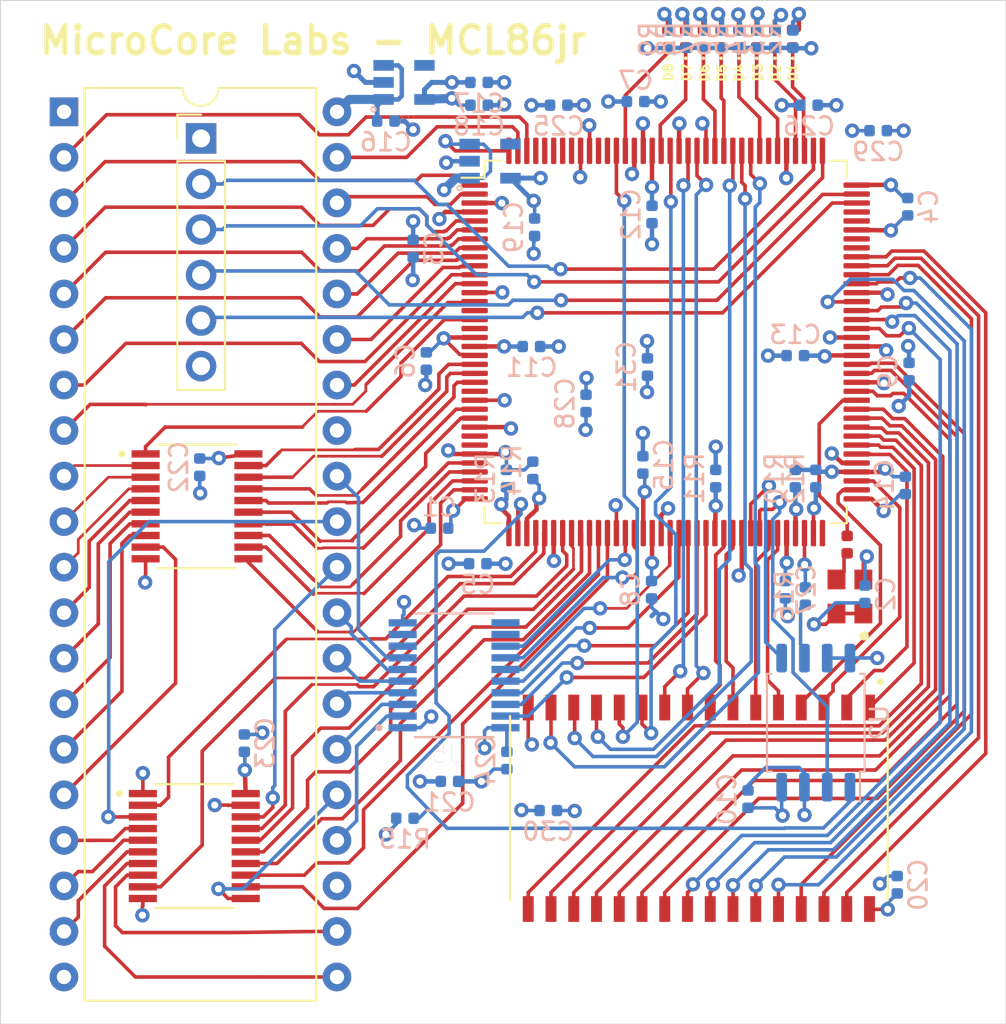
<source format=kicad_pcb>
(kicad_pcb (version 20171130) (host pcbnew "(5.1.5)-3")
  (layers (0 F.Cu signal) (1 In1.Cu power hide) (2 In2.Cu power hide) (31 B.Cu signal) (34 B.Paste user hide) (35 F.Paste user hide) (36 B.SilkS user hide) (37 F.SilkS user) (38 B.Mask user) (39 F.Mask user) (44 Edge.Cuts user))
  (net 0 "")
  (net 1 "Net-(R1-Pad2)")
  (net 2 CLK_100MHZ)
  (net 3 GND)
  (net 4 +3V3)
  (net 5 +1V2)
  (net 6 +5V)
  (net 7 A15_5V)
  (net 8 CLK_5V)
  (net 9 A16_5V)
  (net 10 INTR_5V)
  (net 11 A17_5V)
  (net 12 NMI_5V)
  (net 13 A18_5V)
  (net 14 AD0_5V)
  (net 15 A19_5V)
  (net 16 AD1_5V)
  (net 17 SSO_5V)
  (net 18 AD2_5V)
  (net 19 AD3_5V)
  (net 20 RD_5V)
  (net 21 AD4_5V)
  (net 22 HOLD_5V)
  (net 23 AD5_5V)
  (net 24 HLDA_5V)
  (net 25 AD6_5V)
  (net 26 WR_5V)
  (net 27 AD7_5V)
  (net 28 IOM_5V)
  (net 29 A8_5V)
  (net 30 DTR_5V)
  (net 31 A9_5V)
  (net 32 DEN_5V)
  (net 33 A10_5V)
  (net 34 ALE_5V)
  (net 35 A11_5V)
  (net 36 INTA_n_5V)
  (net 37 A12_5V)
  (net 38 A13_5V)
  (net 39 READY_5V)
  (net 40 A14_5V)
  (net 41 RESET_5V)
  (net 42 SRAM_A15)
  (net 43 SRAM_A18)
  (net 44 SRAM_WE_n)
  (net 45 SRAM_A13)
  (net 46 SRAM_A8)
  (net 47 SRAM_A9)
  (net 48 SRAM_A11)
  (net 49 SRAM_OE_n)
  (net 50 SRAM_A10)
  (net 51 SRAM_CE_n)
  (net 52 SRAM_D7)
  (net 53 SRAM_D6)
  (net 54 SRAM_D5)
  (net 55 SRAM_D4)
  (net 56 SRAM_D3)
  (net 57 SRAM_D2)
  (net 58 SRAM_D1)
  (net 59 SRAM_D0)
  (net 60 SRAM_A0)
  (net 61 SRAM_A1)
  (net 62 SRAM_A2)
  (net 63 SRAM_A3)
  (net 64 SRAM_A4)
  (net 65 SRAM_A5)
  (net 66 SRAM_A7)
  (net 67 SRAM_A12)
  (net 68 SRAM_A14)
  (net 69 SRAM_A16)
  (net 70 SRAM_A17)
  (net 71 AD4_3V)
  (net 72 AD5_3V)
  (net 73 AD6_3V)
  (net 74 AD7_3V)
  (net 75 AD3_3V)
  (net 76 AD2_3V)
  (net 77 AD1_3V)
  (net 78 AD0_3V)
  (net 79 BUF1_OE__n)
  (net 80 BUF2_OE__n)
  (net 81 BUF2_DIR)
  (net 82 "Net-(J1-Pad5)")
  (net 83 "Net-(J1-Pad4)")
  (net 84 "Net-(J1-Pad3)")
  (net 85 "Net-(J1-Pad2)")
  (net 86 SPI_CLK)
  (net 87 SPI_DOUT)
  (net 88 SPI_DIN)
  (net 89 SPI_CS_n)
  (net 90 "Net-(D1-Pad2)")
  (net 91 LED0)
  (net 92 "Net-(D2-Pad2)")
  (net 93 LED1)
  (net 94 "Net-(D3-Pad2)")
  (net 95 LED2)
  (net 96 "Net-(D4-Pad2)")
  (net 97 LED3)
  (net 98 "Net-(D5-Pad2)")
  (net 99 LED4)
  (net 100 "Net-(D6-Pad2)")
  (net 101 LED5)
  (net 102 "Net-(D7-Pad2)")
  (net 103 LED6)
  (net 104 "Net-(D8-Pad2)")
  (net 105 LED7)
  (net 106 FPGA_M0)
  (net 107 FPGA_M1)
  (net 108 FPGA_DONE)
  (net 109 FPGA_PROGRAM_n)
  (net 110 FPGA_INIT)
  (net 111 "Net-(R16-Pad1)")
  (net 112 HOLD_3V)
  (net 113 NMI_3V)
  (net 114 INTR_3V)
  (net 115 CLK_3V)
  (net 116 RESET_3V)
  (net 117 READY_3V)
  (net 118 ALE_3V)
  (net 119 HLDA_3V)
  (net 120 RD_3V)
  (net 121 INTA_n_3V)
  (net 122 DEN_3V)
  (net 123 DTR_3V)
  (net 124 IOM_3V)
  (net 125 WR_3V)
  (net 126 SRAM_A6)
  (module SIT8008BI-13-33E-33:OSC_SIT8008BI-13-33E-33.333330E (layer F.Cu) (at 160.274 67.7926 90)
    (fp_text reference Y1 hide)
    (fp_text value 100Mhz)
    (pad 4 smd rect (at -0.95 -0.75 90) (size 1.1 1) (layers F.Cu F.Paste F.Mask) (net 4 +3V3))
    (pad 3 smd rect (at 0.95 -0.75 90) (size 1.1 1) (layers F.Cu F.Paste F.Mask) (net 1 "Net-(R1-Pad2)"))
    (pad 2 smd rect (at 0.95 0.75 90) (size 1.1 1) (layers F.Cu F.Paste F.Mask) (net 3 GND))
    (pad 1 smd rect (at -0.95 0.75 90) (size 1.1 1) (layers F.Cu F.Paste F.Mask) (net 4 +3V3))
  )
  (module CY62148GN-45ZSXI:SOIC127P1176X120-32N (layer F.Cu) (at 151.8412 79.6036 270)
    (fp_text reference U8 hide)
    (fp_text value CY62148GN-45ZSXI)
    (pad 32 smd rect (at 5.62 -9.525 270) (size 1.44 0.61) (layers F.Cu F.Paste F.Mask) (net 4 +3V3))
    (pad 31 smd rect (at 5.62 -8.255 270) (size 1.44 0.61) (layers F.Cu F.Paste F.Mask) (net 42 SRAM_A15))
    (pad 30 smd rect (at 5.62 -6.985 270) (size 1.44 0.61) (layers F.Cu F.Paste F.Mask) (net 43 SRAM_A18))
    (pad 29 smd rect (at 5.62 -5.715 270) (size 1.44 0.61) (layers F.Cu F.Paste F.Mask) (net 44 SRAM_WE_n))
    (pad 28 smd rect (at 5.62 -4.445 270) (size 1.44 0.61) (layers F.Cu F.Paste F.Mask) (net 45 SRAM_A13))
    (pad 27 smd rect (at 5.62 -3.175 270) (size 1.44 0.61) (layers F.Cu F.Paste F.Mask) (net 46 SRAM_A8))
    (pad 26 smd rect (at 5.62 -1.905 270) (size 1.44 0.61) (layers F.Cu F.Paste F.Mask) (net 47 SRAM_A9))
    (pad 25 smd rect (at 5.62 -0.635 270) (size 1.44 0.61) (layers F.Cu F.Paste F.Mask) (net 48 SRAM_A11))
    (pad 24 smd rect (at 5.62 0.635 270) (size 1.44 0.61) (layers F.Cu F.Paste F.Mask) (net 49 SRAM_OE_n))
    (pad 23 smd rect (at 5.62 1.905 270) (size 1.44 0.61) (layers F.Cu F.Paste F.Mask) (net 50 SRAM_A10))
    (pad 22 smd rect (at 5.62 3.175 270) (size 1.44 0.61) (layers F.Cu F.Paste F.Mask) (net 51 SRAM_CE_n))
    (pad 21 smd rect (at 5.62 4.445 270) (size 1.44 0.61) (layers F.Cu F.Paste F.Mask) (net 52 SRAM_D7))
    (pad 20 smd rect (at 5.62 5.715 270) (size 1.44 0.61) (layers F.Cu F.Paste F.Mask) (net 53 SRAM_D6))
    (pad 19 smd rect (at 5.62 6.985 270) (size 1.44 0.61) (layers F.Cu F.Paste F.Mask) (net 54 SRAM_D5))
    (pad 18 smd rect (at 5.62 8.255 270) (size 1.44 0.61) (layers F.Cu F.Paste F.Mask) (net 55 SRAM_D4))
    (pad 17 smd rect (at 5.62 9.525 270) (size 1.44 0.61) (layers F.Cu F.Paste F.Mask) (net 56 SRAM_D3))
    (pad 16 smd rect (at -5.62 9.525 270) (size 1.44 0.61) (layers F.Cu F.Paste F.Mask) (net 3 GND))
    (pad 15 smd rect (at -5.62 8.255 270) (size 1.44 0.61) (layers F.Cu F.Paste F.Mask) (net 57 SRAM_D2))
    (pad 14 smd rect (at -5.62 6.985 270) (size 1.44 0.61) (layers F.Cu F.Paste F.Mask) (net 58 SRAM_D1))
    (pad 13 smd rect (at -5.62 5.715 270) (size 1.44 0.61) (layers F.Cu F.Paste F.Mask) (net 59 SRAM_D0))
    (pad 12 smd rect (at -5.62 4.445 270) (size 1.44 0.61) (layers F.Cu F.Paste F.Mask) (net 60 SRAM_A0))
    (pad 11 smd rect (at -5.62 3.175 270) (size 1.44 0.61) (layers F.Cu F.Paste F.Mask) (net 61 SRAM_A1))
    (pad 10 smd rect (at -5.62 1.905 270) (size 1.44 0.61) (layers F.Cu F.Paste F.Mask) (net 62 SRAM_A2))
    (pad 9 smd rect (at -5.62 0.635 270) (size 1.44 0.61) (layers F.Cu F.Paste F.Mask) (net 63 SRAM_A3))
    (pad 8 smd rect (at -5.62 -0.635 270) (size 1.44 0.61) (layers F.Cu F.Paste F.Mask) (net 64 SRAM_A4))
    (pad 7 smd rect (at -5.62 -1.905 270) (size 1.44 0.61) (layers F.Cu F.Paste F.Mask) (net 65 SRAM_A5))
    (pad 6 smd rect (at -5.62 -3.175 270) (size 1.44 0.61) (layers F.Cu F.Paste F.Mask) (net 126 SRAM_A6))
    (pad 5 smd rect (at -5.62 -4.445 270) (size 1.44 0.61) (layers F.Cu F.Paste F.Mask) (net 66 SRAM_A7))
    (pad 4 smd rect (at -5.62 -5.715 270) (size 1.44 0.61) (layers F.Cu F.Paste F.Mask) (net 67 SRAM_A12))
    (pad 3 smd rect (at -5.62 -6.985 270) (size 1.44 0.61) (layers F.Cu F.Paste F.Mask) (net 68 SRAM_A14))
    (pad 2 smd rect (at -5.62 -8.255 270) (size 1.44 0.61) (layers F.Cu F.Paste F.Mask) (net 69 SRAM_A16))
    (pad 1 smd rect (at -5.62 -9.525 270) (size 1.44 0.61) (layers F.Cu F.Paste F.Mask) (net 70 SRAM_A17))
  )
  (module MIC5504-1:SOT23-5P95_280X145XL45X37N (layer B.Cu) (at 140.1826 43.5102)
    (fp_text reference U7 (at 0.17427 2.108144) (layer B.SilkS) (effects (font (size 0.480762 0.480762) (thickness 0.015)) (justify mirror)))
    (fp_text value MIC5504-1.2YM5-TR)
    (pad 5 smd rect (at 1.14 0.95) (size 1.14 0.6) (layers B.Cu B.Paste B.Mask) (net 5 +1V2))
    (pad 4 smd rect (at 1.14 -0.95) (size 1.14 0.6) (layers B.Cu B.Paste B.Mask))
    (pad 3 smd rect (at -1.14 -0.95) (size 1.14 0.6) (layers B.Cu B.Paste B.Mask) (net 4 +3V3))
    (pad 2 smd rect (at -1.14 0) (size 1.14 0.6) (layers B.Cu B.Paste B.Mask) (net 3 GND))
    (pad 1 smd rect (at -1.14 0.95) (size 1.14 0.6) (layers B.Cu B.Paste B.Mask) (net 4 +3V3))
  )
  (module SN74LVC245APW:SOP65P640X120-20N (layer F.Cu) (at 123.825 62.7634)
    (fp_text reference U6 hide)
    (fp_text value SN74LVC245APW)
    (pad 20 smd rect (at 2.87 -2.925) (size 1.57 0.41) (layers F.Cu F.Paste F.Mask) (net 4 +3V3))
    (pad 19 smd rect (at 2.87 -2.275) (size 1.57 0.41) (layers F.Cu F.Paste F.Mask) (net 80 BUF2_OE__n))
    (pad 18 smd rect (at 2.87 -1.625) (size 1.57 0.41) (layers F.Cu F.Paste F.Mask) (net 74 AD7_3V))
    (pad 17 smd rect (at 2.87 -0.975) (size 1.57 0.41) (layers F.Cu F.Paste F.Mask) (net 73 AD6_3V))
    (pad 16 smd rect (at 2.87 -0.325) (size 1.57 0.41) (layers F.Cu F.Paste F.Mask) (net 72 AD5_3V))
    (pad 15 smd rect (at 2.87 0.325) (size 1.57 0.41) (layers F.Cu F.Paste F.Mask) (net 71 AD4_3V))
    (pad 14 smd rect (at 2.87 0.975) (size 1.57 0.41) (layers F.Cu F.Paste F.Mask) (net 75 AD3_3V))
    (pad 13 smd rect (at 2.87 1.625) (size 1.57 0.41) (layers F.Cu F.Paste F.Mask) (net 76 AD2_3V))
    (pad 12 smd rect (at 2.87 2.275) (size 1.57 0.41) (layers F.Cu F.Paste F.Mask) (net 77 AD1_3V))
    (pad 11 smd rect (at 2.87 2.925) (size 1.57 0.41) (layers F.Cu F.Paste F.Mask) (net 78 AD0_3V))
    (pad 10 smd rect (at -2.87 2.925) (size 1.57 0.41) (layers F.Cu F.Paste F.Mask) (net 3 GND))
    (pad 9 smd rect (at -2.87 2.275) (size 1.57 0.41) (layers F.Cu F.Paste F.Mask) (net 14 AD0_5V))
    (pad 8 smd rect (at -2.87 1.625) (size 1.57 0.41) (layers F.Cu F.Paste F.Mask) (net 16 AD1_5V))
    (pad 7 smd rect (at -2.87 0.975) (size 1.57 0.41) (layers F.Cu F.Paste F.Mask) (net 18 AD2_5V))
    (pad 6 smd rect (at -2.87 0.325) (size 1.57 0.41) (layers F.Cu F.Paste F.Mask) (net 19 AD3_5V))
    (pad 5 smd rect (at -2.87 -0.325) (size 1.57 0.41) (layers F.Cu F.Paste F.Mask) (net 21 AD4_5V))
    (pad 4 smd rect (at -2.87 -0.975) (size 1.57 0.41) (layers F.Cu F.Paste F.Mask) (net 23 AD5_5V))
    (pad 3 smd rect (at -2.87 -1.625) (size 1.57 0.41) (layers F.Cu F.Paste F.Mask) (net 25 AD6_5V))
    (pad 2 smd rect (at -2.87 -2.275) (size 1.57 0.41) (layers F.Cu F.Paste F.Mask) (net 27 AD7_5V))
    (pad 1 smd rect (at -2.87 -2.925) (size 1.57 0.41) (layers F.Cu F.Paste F.Mask) (net 81 BUF2_DIR))
  )
  (module SN74LVC245APW:SOP65P640X120-20N (layer B.Cu) (at 138.176 72.1868)
    (fp_text reference U5 (at -0.325 4.385) (layer B.SilkS) (effects (font (thickness 0.015)) (justify mirror)))
    (fp_text value SN74LVC245APW)
    (pad 20 smd rect (at 2.87 2.925) (size 1.57 0.41) (layers B.Cu B.Paste B.Mask) (net 4 +3V3))
    (pad 19 smd rect (at 2.87 2.275) (size 1.57 0.41) (layers B.Cu B.Paste B.Mask) (net 79 BUF1_OE__n))
    (pad 18 smd rect (at 2.87 1.625) (size 1.57 0.41) (layers B.Cu B.Paste B.Mask) (net 121 INTA_n_3V))
    (pad 17 smd rect (at 2.87 0.975) (size 1.57 0.41) (layers B.Cu B.Paste B.Mask) (net 122 DEN_3V))
    (pad 16 smd rect (at 2.87 0.325) (size 1.57 0.41) (layers B.Cu B.Paste B.Mask) (net 123 DTR_3V))
    (pad 15 smd rect (at 2.87 -0.325) (size 1.57 0.41) (layers B.Cu B.Paste B.Mask) (net 124 IOM_3V))
    (pad 14 smd rect (at 2.87 -0.975) (size 1.57 0.41) (layers B.Cu B.Paste B.Mask) (net 125 WR_3V))
    (pad 13 smd rect (at 2.87 -1.625) (size 1.57 0.41) (layers B.Cu B.Paste B.Mask) (net 120 RD_3V))
    (pad 12 smd rect (at 2.87 -2.275) (size 1.57 0.41) (layers B.Cu B.Paste B.Mask))
    (pad 11 smd rect (at 2.87 -2.925) (size 1.57 0.41) (layers B.Cu B.Paste B.Mask))
    (pad 10 smd rect (at -2.87 -2.925) (size 1.57 0.41) (layers B.Cu B.Paste B.Mask) (net 3 GND))
    (pad 9 smd rect (at -2.87 -2.275) (size 1.57 0.41) (layers B.Cu B.Paste B.Mask))
    (pad 8 smd rect (at -2.87 -1.625) (size 1.57 0.41) (layers B.Cu B.Paste B.Mask))
    (pad 7 smd rect (at -2.87 -0.975) (size 1.57 0.41) (layers B.Cu B.Paste B.Mask) (net 20 RD_5V))
    (pad 6 smd rect (at -2.87 -0.325) (size 1.57 0.41) (layers B.Cu B.Paste B.Mask) (net 26 WR_5V))
    (pad 5 smd rect (at -2.87 0.325) (size 1.57 0.41) (layers B.Cu B.Paste B.Mask) (net 28 IOM_5V))
    (pad 4 smd rect (at -2.87 0.975) (size 1.57 0.41) (layers B.Cu B.Paste B.Mask) (net 30 DTR_5V))
    (pad 3 smd rect (at -2.87 1.625) (size 1.57 0.41) (layers B.Cu B.Paste B.Mask) (net 32 DEN_5V))
    (pad 2 smd rect (at -2.87 2.275) (size 1.57 0.41) (layers B.Cu B.Paste B.Mask) (net 36 INTA_n_5V))
    (pad 1 smd rect (at -2.87 2.925) (size 1.57 0.41) (layers B.Cu B.Paste B.Mask) (net 3 GND))
  )
  (module SN74LVC245APW:SOP65P640X120-20N (layer F.Cu) (at 123.6726 81.7118)
    (fp_text reference U4 hide)
    (fp_text value SN74LVC245APW)
    (pad 20 smd rect (at 2.87 -2.925) (size 1.57 0.41) (layers F.Cu F.Paste F.Mask) (net 4 +3V3))
    (pad 19 smd rect (at 2.87 -2.275) (size 1.57 0.41) (layers F.Cu F.Paste F.Mask) (net 3 GND))
    (pad 18 smd rect (at 2.87 -1.625) (size 1.57 0.41) (layers F.Cu F.Paste F.Mask) (net 24 HLDA_5V))
    (pad 17 smd rect (at 2.87 -0.975) (size 1.57 0.41) (layers F.Cu F.Paste F.Mask) (net 112 HOLD_3V))
    (pad 16 smd rect (at 2.87 -0.325) (size 1.57 0.41) (layers F.Cu F.Paste F.Mask) (net 113 NMI_3V))
    (pad 15 smd rect (at 2.87 0.325) (size 1.57 0.41) (layers F.Cu F.Paste F.Mask) (net 114 INTR_3V))
    (pad 14 smd rect (at 2.87 0.975) (size 1.57 0.41) (layers F.Cu F.Paste F.Mask) (net 115 CLK_3V))
    (pad 13 smd rect (at 2.87 1.625) (size 1.57 0.41) (layers F.Cu F.Paste F.Mask) (net 116 RESET_3V))
    (pad 12 smd rect (at 2.87 2.275) (size 1.57 0.41) (layers F.Cu F.Paste F.Mask) (net 117 READY_3V))
    (pad 11 smd rect (at 2.87 2.925) (size 1.57 0.41) (layers F.Cu F.Paste F.Mask) (net 34 ALE_5V))
    (pad 10 smd rect (at -2.87 2.925) (size 1.57 0.41) (layers F.Cu F.Paste F.Mask) (net 3 GND))
    (pad 9 smd rect (at -2.87 2.275) (size 1.57 0.41) (layers F.Cu F.Paste F.Mask) (net 118 ALE_3V))
    (pad 8 smd rect (at -2.87 1.625) (size 1.57 0.41) (layers F.Cu F.Paste F.Mask) (net 39 READY_5V))
    (pad 7 smd rect (at -2.87 0.975) (size 1.57 0.41) (layers F.Cu F.Paste F.Mask) (net 41 RESET_5V))
    (pad 6 smd rect (at -2.87 0.325) (size 1.57 0.41) (layers F.Cu F.Paste F.Mask) (net 8 CLK_5V))
    (pad 5 smd rect (at -2.87 -0.325) (size 1.57 0.41) (layers F.Cu F.Paste F.Mask) (net 10 INTR_5V))
    (pad 4 smd rect (at -2.87 -0.975) (size 1.57 0.41) (layers F.Cu F.Paste F.Mask) (net 12 NMI_5V))
    (pad 3 smd rect (at -2.87 -1.625) (size 1.57 0.41) (layers F.Cu F.Paste F.Mask) (net 22 HOLD_5V))
    (pad 2 smd rect (at -2.87 -2.275) (size 1.57 0.41) (layers F.Cu F.Paste F.Mask) (net 119 HLDA_3V))
    (pad 1 smd rect (at -2.87 -2.925) (size 1.57 0.41) (layers F.Cu F.Paste F.Mask) (net 4 +3V3))
  )
  (module MIC5504-1:SOT23-5P95_280X145XL45X37N (layer B.Cu) (at 135.382 39.116)
    (fp_text reference U3 (at 0.17427 2.108144) (layer B.SilkS) (effects (font (size 0.480762 0.480762) (thickness 0.015)) (justify mirror)))
    (fp_text value MIC5504-3.3YM5-TR)
    (pad 5 smd rect (at 1.14 0.95) (size 1.14 0.6) (layers B.Cu B.Paste B.Mask) (net 4 +3V3))
    (pad 4 smd rect (at 1.14 -0.95) (size 1.14 0.6) (layers B.Cu B.Paste B.Mask))
    (pad 3 smd rect (at -1.14 -0.95) (size 1.14 0.6) (layers B.Cu B.Paste B.Mask) (net 6 +5V))
    (pad 2 smd rect (at -1.14 0) (size 1.14 0.6) (layers B.Cu B.Paste B.Mask) (net 3 GND))
    (pad 1 smd rect (at -1.14 0.95) (size 1.14 0.6) (layers B.Cu B.Paste B.Mask) (net 6 +5V))
  )
  (module Capacitor_SMD:C_0402_1005Metric (layer B.Cu) (at 148.971 54.991 270)
    (fp_text reference C31 (at 0 1.17 90) (layer B.SilkS) (effects (justify mirror)))
    (fp_text value 4.7uF)
    (pad 2 smd roundrect (at 0.485 0 270) (size 0.59 0.64) (layers B.Cu B.Paste B.Mask) (net 3 GND))
    (pad 1 smd roundrect (at -0.485 0 270) (size 0.59 0.64) (layers B.Cu B.Paste B.Mask) (net 5 +1V2))
  )
  (module Capacitor_SMD:C_0402_1005Metric (layer B.Cu) (at 143.4338 79.7306)
    (fp_text reference C30 (at 0 1.17) (layer B.SilkS) (effects (justify mirror)))
    (fp_text value 4.7uF)
    (pad 2 smd roundrect (at 0.485 0) (size 0.59 0.64) (layers B.Cu B.Paste B.Mask) (net 3 GND))
    (pad 1 smd roundrect (at -0.485 0) (size 0.59 0.64) (layers B.Cu B.Paste B.Mask) (net 4 +3V3))
  )
  (module Capacitor_SMD:C_0402_1005Metric (layer B.Cu) (at 161.8512 41.8084)
    (fp_text reference C29 (at 0 1.17) (layer B.SilkS) (effects (justify mirror)))
    (fp_text value 4.7uF)
    (pad 2 smd roundrect (at 0.485 0) (size 0.59 0.64) (layers B.Cu B.Paste B.Mask) (net 3 GND))
    (pad 1 smd roundrect (at -0.485 0) (size 0.59 0.64) (layers B.Cu B.Paste B.Mask) (net 4 +3V3))
  )
  (module Capacitor_SMD:C_0402_1005Metric (layer B.Cu) (at 145.542 57.023 270)
    (fp_text reference C28 (at 0 1.17 270) (layer B.SilkS) (effects (justify mirror)))
    (fp_text value 4.7uF)
    (pad 2 smd roundrect (at 0.485 0 270) (size 0.59 0.64) (layers B.Cu B.Paste B.Mask) (net 3 GND))
    (pad 1 smd roundrect (at -0.485 0 270) (size 0.59 0.64) (layers B.Cu B.Paste B.Mask) (net 5 +1V2))
  )
  (module Package_DIP:DIP-40_W15.24mm (layer F.Cu) (at 116.3978 40.7556)
    (fp_text reference U9 hide)
    (fp_text value 8088_Min_Mode)
    (pad 40 thru_hole oval (at 15.24 0) (size 1.6 1.6) (drill 0.8) (layers *.Cu *.Mask) (net 6 +5V))
    (pad 20 thru_hole oval (at 0 48.26) (size 1.6 1.6) (drill 0.8) (layers *.Cu *.Mask) (net 3 GND))
    (pad 39 thru_hole oval (at 15.24 2.54) (size 1.6 1.6) (drill 0.8) (layers *.Cu *.Mask) (net 7 A15_5V))
    (pad 19 thru_hole oval (at 0 45.72) (size 1.6 1.6) (drill 0.8) (layers *.Cu *.Mask) (net 8 CLK_5V))
    (pad 38 thru_hole oval (at 15.24 5.08) (size 1.6 1.6) (drill 0.8) (layers *.Cu *.Mask) (net 9 A16_5V))
    (pad 18 thru_hole oval (at 0 43.18) (size 1.6 1.6) (drill 0.8) (layers *.Cu *.Mask) (net 10 INTR_5V))
    (pad 37 thru_hole oval (at 15.24 7.62) (size 1.6 1.6) (drill 0.8) (layers *.Cu *.Mask) (net 11 A17_5V))
    (pad 17 thru_hole oval (at 0 40.64) (size 1.6 1.6) (drill 0.8) (layers *.Cu *.Mask) (net 12 NMI_5V))
    (pad 36 thru_hole oval (at 15.24 10.16) (size 1.6 1.6) (drill 0.8) (layers *.Cu *.Mask) (net 13 A18_5V))
    (pad 16 thru_hole oval (at 0 38.1) (size 1.6 1.6) (drill 0.8) (layers *.Cu *.Mask) (net 14 AD0_5V))
    (pad 35 thru_hole oval (at 15.24 12.7) (size 1.6 1.6) (drill 0.8) (layers *.Cu *.Mask) (net 15 A19_5V))
    (pad 15 thru_hole oval (at 0 35.56) (size 1.6 1.6) (drill 0.8) (layers *.Cu *.Mask) (net 16 AD1_5V))
    (pad 34 thru_hole oval (at 15.24 15.24) (size 1.6 1.6) (drill 0.8) (layers *.Cu *.Mask) (net 17 SSO_5V))
    (pad 14 thru_hole oval (at 0 33.02) (size 1.6 1.6) (drill 0.8) (layers *.Cu *.Mask) (net 18 AD2_5V))
    (pad 33 thru_hole oval (at 15.24 17.78) (size 1.6 1.6) (drill 0.8) (layers *.Cu *.Mask))
    (pad 13 thru_hole oval (at 0 30.48) (size 1.6 1.6) (drill 0.8) (layers *.Cu *.Mask) (net 19 AD3_5V))
    (pad 32 thru_hole oval (at 15.24 20.32) (size 1.6 1.6) (drill 0.8) (layers *.Cu *.Mask) (net 20 RD_5V))
    (pad 12 thru_hole oval (at 0 27.94) (size 1.6 1.6) (drill 0.8) (layers *.Cu *.Mask) (net 21 AD4_5V))
    (pad 31 thru_hole oval (at 15.24 22.86) (size 1.6 1.6) (drill 0.8) (layers *.Cu *.Mask) (net 22 HOLD_5V))
    (pad 11 thru_hole oval (at 0 25.4) (size 1.6 1.6) (drill 0.8) (layers *.Cu *.Mask) (net 23 AD5_5V))
    (pad 30 thru_hole oval (at 15.24 25.4) (size 1.6 1.6) (drill 0.8) (layers *.Cu *.Mask) (net 24 HLDA_5V))
    (pad 10 thru_hole oval (at 0 22.86) (size 1.6 1.6) (drill 0.8) (layers *.Cu *.Mask) (net 25 AD6_5V))
    (pad 29 thru_hole oval (at 15.24 27.94) (size 1.6 1.6) (drill 0.8) (layers *.Cu *.Mask) (net 26 WR_5V))
    (pad 9 thru_hole oval (at 0 20.32) (size 1.6 1.6) (drill 0.8) (layers *.Cu *.Mask) (net 27 AD7_5V))
    (pad 28 thru_hole oval (at 15.24 30.48) (size 1.6 1.6) (drill 0.8) (layers *.Cu *.Mask) (net 28 IOM_5V))
    (pad 8 thru_hole oval (at 0 17.78) (size 1.6 1.6) (drill 0.8) (layers *.Cu *.Mask) (net 29 A8_5V))
    (pad 27 thru_hole oval (at 15.24 33.02) (size 1.6 1.6) (drill 0.8) (layers *.Cu *.Mask) (net 30 DTR_5V))
    (pad 7 thru_hole oval (at 0 15.24) (size 1.6 1.6) (drill 0.8) (layers *.Cu *.Mask) (net 31 A9_5V))
    (pad 26 thru_hole oval (at 15.24 35.56) (size 1.6 1.6) (drill 0.8) (layers *.Cu *.Mask) (net 32 DEN_5V))
    (pad 6 thru_hole oval (at 0 12.7) (size 1.6 1.6) (drill 0.8) (layers *.Cu *.Mask) (net 33 A10_5V))
    (pad 25 thru_hole oval (at 15.24 38.1) (size 1.6 1.6) (drill 0.8) (layers *.Cu *.Mask) (net 34 ALE_5V))
    (pad 5 thru_hole oval (at 0 10.16) (size 1.6 1.6) (drill 0.8) (layers *.Cu *.Mask) (net 35 A11_5V))
    (pad 24 thru_hole oval (at 15.24 40.64) (size 1.6 1.6) (drill 0.8) (layers *.Cu *.Mask) (net 36 INTA_n_5V))
    (pad 4 thru_hole oval (at 0 7.62) (size 1.6 1.6) (drill 0.8) (layers *.Cu *.Mask) (net 37 A12_5V))
    (pad 23 thru_hole oval (at 15.24 43.18) (size 1.6 1.6) (drill 0.8) (layers *.Cu *.Mask))
    (pad 3 thru_hole oval (at 0 5.08) (size 1.6 1.6) (drill 0.8) (layers *.Cu *.Mask) (net 38 A13_5V))
    (pad 22 thru_hole oval (at 15.24 45.72) (size 1.6 1.6) (drill 0.8) (layers *.Cu *.Mask) (net 39 READY_5V))
    (pad 2 thru_hole oval (at 0 2.54) (size 1.6 1.6) (drill 0.8) (layers *.Cu *.Mask) (net 40 A14_5V))
    (pad 21 thru_hole oval (at 15.24 48.26) (size 1.6 1.6) (drill 0.8) (layers *.Cu *.Mask) (net 41 RESET_5V))
    (pad 1 thru_hole rect (at 0 0) (size 1.6 1.6) (drill 0.8) (layers *.Cu *.Mask) (net 3 GND))
  )
  (module Capacitor_SMD:C_0402_1005Metric (layer B.Cu) (at 126.4666 75.9714 90)
    (fp_text reference C23 (at 0 1.17 270) (layer B.SilkS) (effects (justify mirror)))
    (fp_text value 4.7uF)
    (pad 2 smd roundrect (at 0.485 0 90) (size 0.59 0.64) (layers B.Cu B.Paste B.Mask) (net 3 GND))
    (pad 1 smd roundrect (at -0.485 0 90) (size 0.59 0.64) (layers B.Cu B.Paste B.Mask) (net 4 +3V3))
  )
  (module Resistor_SMD:R_0402_1005Metric (layer F.Cu) (at 160.1216 64.897 270)
    (fp_text reference R1 hide)
    (fp_text value 33)
    (pad 2 smd roundrect (at 0.485 0 270) (size 0.59 0.64) (layers F.Cu F.Paste F.Mask) (net 1 "Net-(R1-Pad2)"))
    (pad 1 smd roundrect (at -0.485 0 270) (size 0.59 0.64) (layers F.Cu F.Paste F.Mask) (net 2 CLK_100MHZ))
  )
  (module Package_QFP:TQFP-144_20x20mm_P0.5mm (layer F.Cu) (at 149.987 53.594)
    (fp_text reference U1 hide)
    (fp_text value XC6SLX9-TQG144)
    (pad 144 smd roundrect (at -8.75 -10.6625) (size 0.3 1.475) (layers F.Cu F.Paste F.Mask) (net 4 +3V3))
    (pad 143 smd roundrect (at -8.25 -10.6625) (size 0.3 1.475) (layers F.Cu F.Paste F.Mask) (net 7 A15_5V))
    (pad 142 smd roundrect (at -7.75 -10.6625) (size 0.3 1.475) (layers F.Cu F.Paste F.Mask) (net 40 A14_5V))
    (pad 141 smd roundrect (at -7.25 -10.6625) (size 0.3 1.475) (layers F.Cu F.Paste F.Mask))
    (pad 140 smd roundrect (at -6.75 -10.6625) (size 0.3 1.475) (layers F.Cu F.Paste F.Mask))
    (pad 139 smd roundrect (at -6.25 -10.6625) (size 0.3 1.475) (layers F.Cu F.Paste F.Mask))
    (pad 138 smd roundrect (at -5.75 -10.6625) (size 0.3 1.475) (layers F.Cu F.Paste F.Mask))
    (pad 137 smd roundrect (at -5.25 -10.6625) (size 0.3 1.475) (layers F.Cu F.Paste F.Mask))
    (pad 136 smd roundrect (at -4.75 -10.6625) (size 0.3 1.475) (layers F.Cu F.Paste F.Mask) (net 3 GND))
    (pad 135 smd roundrect (at -4.25 -10.6625) (size 0.3 1.475) (layers F.Cu F.Paste F.Mask) (net 4 +3V3))
    (pad 134 smd roundrect (at -3.75 -10.6625) (size 0.3 1.475) (layers F.Cu F.Paste F.Mask))
    (pad 133 smd roundrect (at -3.25 -10.6625) (size 0.3 1.475) (layers F.Cu F.Paste F.Mask))
    (pad 132 smd roundrect (at -2.75 -10.6625) (size 0.3 1.475) (layers F.Cu F.Paste F.Mask) (net 60 SRAM_A0))
    (pad 131 smd roundrect (at -2.25 -10.6625) (size 0.3 1.475) (layers F.Cu F.Paste F.Mask) (net 105 LED7))
    (pad 130 smd roundrect (at -1.75 -10.6625) (size 0.3 1.475) (layers F.Cu F.Paste F.Mask) (net 3 GND))
    (pad 129 smd roundrect (at -1.25 -10.6625) (size 0.3 1.475) (layers F.Cu F.Paste F.Mask) (net 4 +3V3))
    (pad 128 smd roundrect (at -0.75 -10.6625) (size 0.3 1.475) (layers F.Cu F.Paste F.Mask) (net 5 +1V2))
    (pad 127 smd roundrect (at -0.25 -10.6625) (size 0.3 1.475) (layers F.Cu F.Paste F.Mask) (net 103 LED6))
    (pad 126 smd roundrect (at 0.25 -10.6625) (size 0.3 1.475) (layers F.Cu F.Paste F.Mask) (net 61 SRAM_A1))
    (pad 125 smd roundrect (at 0.75 -10.6625) (size 0.3 1.475) (layers F.Cu F.Paste F.Mask) (net 4 +3V3))
    (pad 124 smd roundrect (at 1.25 -10.6625) (size 0.3 1.475) (layers F.Cu F.Paste F.Mask) (net 62 SRAM_A2))
    (pad 123 smd roundrect (at 1.75 -10.6625) (size 0.3 1.475) (layers F.Cu F.Paste F.Mask) (net 63 SRAM_A3))
    (pad 122 smd roundrect (at 2.25 -10.6625) (size 0.3 1.475) (layers F.Cu F.Paste F.Mask) (net 4 +3V3))
    (pad 121 smd roundrect (at 2.75 -10.6625) (size 0.3 1.475) (layers F.Cu F.Paste F.Mask) (net 101 LED5))
    (pad 120 smd roundrect (at 3.25 -10.6625) (size 0.3 1.475) (layers F.Cu F.Paste F.Mask) (net 99 LED4))
    (pad 119 smd roundrect (at 3.75 -10.6625) (size 0.3 1.475) (layers F.Cu F.Paste F.Mask) (net 59 SRAM_D0))
    (pad 118 smd roundrect (at 4.25 -10.6625) (size 0.3 1.475) (layers F.Cu F.Paste F.Mask) (net 58 SRAM_D1))
    (pad 117 smd roundrect (at 4.75 -10.6625) (size 0.3 1.475) (layers F.Cu F.Paste F.Mask) (net 57 SRAM_D2))
    (pad 116 smd roundrect (at 5.25 -10.6625) (size 0.3 1.475) (layers F.Cu F.Paste F.Mask) (net 97 LED3))
    (pad 115 smd roundrect (at 5.75 -10.6625) (size 0.3 1.475) (layers F.Cu F.Paste F.Mask))
    (pad 114 smd roundrect (at 6.25 -10.6625) (size 0.3 1.475) (layers F.Cu F.Paste F.Mask) (net 95 LED2))
    (pad 113 smd roundrect (at 6.75 -10.6625) (size 0.3 1.475) (layers F.Cu F.Paste F.Mask) (net 3 GND))
    (pad 112 smd roundrect (at 7.25 -10.6625) (size 0.3 1.475) (layers F.Cu F.Paste F.Mask) (net 93 LED1))
    (pad 111 smd roundrect (at 7.75 -10.6625) (size 0.3 1.475) (layers F.Cu F.Paste F.Mask) (net 91 LED0))
    (pad 110 smd roundrect (at 8.25 -10.6625) (size 0.3 1.475) (layers F.Cu F.Paste F.Mask) (net 85 "Net-(J1-Pad2)"))
    (pad 109 smd roundrect (at 8.75 -10.6625) (size 0.3 1.475) (layers F.Cu F.Paste F.Mask) (net 84 "Net-(J1-Pad3)"))
    (pad 108 smd roundrect (at 10.6625 -8.75) (size 1.475 0.3) (layers F.Cu F.Paste F.Mask) (net 3 GND))
    (pad 107 smd roundrect (at 10.6625 -8.25) (size 1.475 0.3) (layers F.Cu F.Paste F.Mask) (net 83 "Net-(J1-Pad4)"))
    (pad 106 smd roundrect (at 10.6625 -7.75) (size 1.475 0.3) (layers F.Cu F.Paste F.Mask) (net 82 "Net-(J1-Pad5)"))
    (pad 105 smd roundrect (at 10.6625 -7.25) (size 1.475 0.3) (layers F.Cu F.Paste F.Mask))
    (pad 104 smd roundrect (at 10.6625 -6.75) (size 1.475 0.3) (layers F.Cu F.Paste F.Mask))
    (pad 103 smd roundrect (at 10.6625 -6.25) (size 1.475 0.3) (layers F.Cu F.Paste F.Mask) (net 4 +3V3))
    (pad 102 smd roundrect (at 10.6625 -5.75) (size 1.475 0.3) (layers F.Cu F.Paste F.Mask))
    (pad 101 smd roundrect (at 10.6625 -5.25) (size 1.475 0.3) (layers F.Cu F.Paste F.Mask))
    (pad 100 smd roundrect (at 10.6625 -4.75) (size 1.475 0.3) (layers F.Cu F.Paste F.Mask) (net 42 SRAM_A15))
    (pad 99 smd roundrect (at 10.6625 -4.25) (size 1.475 0.3) (layers F.Cu F.Paste F.Mask) (net 43 SRAM_A18))
    (pad 98 smd roundrect (at 10.6625 -3.75) (size 1.475 0.3) (layers F.Cu F.Paste F.Mask) (net 44 SRAM_WE_n))
    (pad 97 smd roundrect (at 10.6625 -3.25) (size 1.475 0.3) (layers F.Cu F.Paste F.Mask) (net 45 SRAM_A13))
    (pad 96 smd roundrect (at 10.6625 -2.75) (size 1.475 0.3) (layers F.Cu F.Paste F.Mask) (net 3 GND))
    (pad 95 smd roundrect (at 10.6625 -2.25) (size 1.475 0.3) (layers F.Cu F.Paste F.Mask) (net 46 SRAM_A8))
    (pad 94 smd roundrect (at 10.6625 -1.75) (size 1.475 0.3) (layers F.Cu F.Paste F.Mask) (net 47 SRAM_A9))
    (pad 93 smd roundrect (at 10.6625 -1.25) (size 1.475 0.3) (layers F.Cu F.Paste F.Mask) (net 48 SRAM_A11))
    (pad 92 smd roundrect (at 10.6625 -0.75) (size 1.475 0.3) (layers F.Cu F.Paste F.Mask) (net 49 SRAM_OE_n))
    (pad 91 smd roundrect (at 10.6625 -0.25) (size 1.475 0.3) (layers F.Cu F.Paste F.Mask) (net 3 GND))
    (pad 90 smd roundrect (at 10.6625 0.25) (size 1.475 0.3) (layers F.Cu F.Paste F.Mask) (net 4 +3V3))
    (pad 89 smd roundrect (at 10.6625 0.75) (size 1.475 0.3) (layers F.Cu F.Paste F.Mask) (net 5 +1V2))
    (pad 88 smd roundrect (at 10.6625 1.25) (size 1.475 0.3) (layers F.Cu F.Paste F.Mask) (net 50 SRAM_A10))
    (pad 87 smd roundrect (at 10.6625 1.75) (size 1.475 0.3) (layers F.Cu F.Paste F.Mask) (net 51 SRAM_CE_n))
    (pad 86 smd roundrect (at 10.6625 2.25) (size 1.475 0.3) (layers F.Cu F.Paste F.Mask) (net 4 +3V3))
    (pad 85 smd roundrect (at 10.6625 2.75) (size 1.475 0.3) (layers F.Cu F.Paste F.Mask) (net 52 SRAM_D7))
    (pad 84 smd roundrect (at 10.6625 3.25) (size 1.475 0.3) (layers F.Cu F.Paste F.Mask) (net 2 CLK_100MHZ))
    (pad 83 smd roundrect (at 10.6625 3.75) (size 1.475 0.3) (layers F.Cu F.Paste F.Mask) (net 53 SRAM_D6))
    (pad 82 smd roundrect (at 10.6625 4.25) (size 1.475 0.3) (layers F.Cu F.Paste F.Mask) (net 54 SRAM_D5))
    (pad 81 smd roundrect (at 10.6625 4.75) (size 1.475 0.3) (layers F.Cu F.Paste F.Mask) (net 55 SRAM_D4))
    (pad 80 smd roundrect (at 10.6625 5.25) (size 1.475 0.3) (layers F.Cu F.Paste F.Mask) (net 56 SRAM_D3))
    (pad 79 smd roundrect (at 10.6625 5.75) (size 1.475 0.3) (layers F.Cu F.Paste F.Mask) (net 70 SRAM_A17))
    (pad 78 smd roundrect (at 10.6625 6.25) (size 1.475 0.3) (layers F.Cu F.Paste F.Mask) (net 69 SRAM_A16))
    (pad 77 smd roundrect (at 10.6625 6.75) (size 1.475 0.3) (layers F.Cu F.Paste F.Mask) (net 3 GND))
    (pad 76 smd roundrect (at 10.6625 7.25) (size 1.475 0.3) (layers F.Cu F.Paste F.Mask) (net 4 +3V3))
    (pad 75 smd roundrect (at 10.6625 7.75) (size 1.475 0.3) (layers F.Cu F.Paste F.Mask) (net 68 SRAM_A14))
    (pad 74 smd roundrect (at 10.6625 8.25) (size 1.475 0.3) (layers F.Cu F.Paste F.Mask) (net 67 SRAM_A12))
    (pad 73 smd roundrect (at 10.6625 8.75) (size 1.475 0.3) (layers F.Cu F.Paste F.Mask) (net 3 GND))
    (pad 72 smd roundrect (at 8.75 10.6625) (size 0.3 1.475) (layers F.Cu F.Paste F.Mask))
    (pad 71 smd roundrect (at 8.25 10.6625) (size 0.3 1.475) (layers F.Cu F.Paste F.Mask) (net 108 FPGA_DONE))
    (pad 70 smd roundrect (at 7.75 10.6625) (size 0.3 1.475) (layers F.Cu F.Paste F.Mask) (net 111 "Net-(R16-Pad1)"))
    (pad 69 smd roundrect (at 7.25 10.6625) (size 0.3 1.475) (layers F.Cu F.Paste F.Mask) (net 106 FPGA_M0))
    (pad 68 smd roundrect (at 6.75 10.6625) (size 0.3 1.475) (layers F.Cu F.Paste F.Mask) (net 3 GND))
    (pad 67 smd roundrect (at 6.25 10.6625) (size 0.3 1.475) (layers F.Cu F.Paste F.Mask) (net 66 SRAM_A7))
    (pad 66 smd roundrect (at 5.75 10.6625) (size 0.3 1.475) (layers F.Cu F.Paste F.Mask) (net 126 SRAM_A6))
    (pad 65 smd roundrect (at 5.25 10.6625) (size 0.3 1.475) (layers F.Cu F.Paste F.Mask) (net 87 SPI_DOUT))
    (pad 64 smd roundrect (at 4.75 10.6625) (size 0.3 1.475) (layers F.Cu F.Paste F.Mask) (net 88 SPI_DIN))
    (pad 63 smd roundrect (at 4.25 10.6625) (size 0.3 1.475) (layers F.Cu F.Paste F.Mask) (net 4 +3V3))
    (pad 62 smd roundrect (at 3.75 10.6625) (size 0.3 1.475) (layers F.Cu F.Paste F.Mask) (net 65 SRAM_A5))
    (pad 61 smd roundrect (at 3.25 10.6625) (size 0.3 1.475) (layers F.Cu F.Paste F.Mask) (net 64 SRAM_A4))
    (pad 60 smd roundrect (at 2.75 10.6625) (size 0.3 1.475) (layers F.Cu F.Paste F.Mask) (net 107 FPGA_M1))
    (pad 59 smd roundrect (at 2.25 10.6625) (size 0.3 1.475) (layers F.Cu F.Paste F.Mask) (net 79 BUF1_OE__n))
    (pad 58 smd roundrect (at 1.75 10.6625) (size 0.3 1.475) (layers F.Cu F.Paste F.Mask) (net 121 INTA_n_3V))
    (pad 57 smd roundrect (at 1.25 10.6625) (size 0.3 1.475) (layers F.Cu F.Paste F.Mask) (net 122 DEN_3V))
    (pad 56 smd roundrect (at 0.75 10.6625) (size 0.3 1.475) (layers F.Cu F.Paste F.Mask) (net 123 DTR_3V))
    (pad 55 smd roundrect (at 0.25 10.6625) (size 0.3 1.475) (layers F.Cu F.Paste F.Mask) (net 124 IOM_3V))
    (pad 54 smd roundrect (at -0.25 10.6625) (size 0.3 1.475) (layers F.Cu F.Paste F.Mask) (net 3 GND))
    (pad 53 smd roundrect (at -0.75 10.6625) (size 0.3 1.475) (layers F.Cu F.Paste F.Mask) (net 4 +3V3))
    (pad 52 smd roundrect (at -1.25 10.6625) (size 0.3 1.475) (layers F.Cu F.Paste F.Mask) (net 5 +1V2))
    (pad 51 smd roundrect (at -1.75 10.6625) (size 0.3 1.475) (layers F.Cu F.Paste F.Mask) (net 125 WR_3V))
    (pad 50 smd roundrect (at -2.25 10.6625) (size 0.3 1.475) (layers F.Cu F.Paste F.Mask) (net 120 RD_3V))
    (pad 49 smd roundrect (at -2.75 10.6625) (size 0.3 1.475) (layers F.Cu F.Paste F.Mask) (net 3 GND))
    (pad 48 smd roundrect (at -3.25 10.6625) (size 0.3 1.475) (layers F.Cu F.Paste F.Mask) (net 117 READY_3V))
    (pad 47 smd roundrect (at -3.75 10.6625) (size 0.3 1.475) (layers F.Cu F.Paste F.Mask) (net 116 RESET_3V))
    (pad 46 smd roundrect (at -4.25 10.6625) (size 0.3 1.475) (layers F.Cu F.Paste F.Mask) (net 115 CLK_3V))
    (pad 45 smd roundrect (at -4.75 10.6625) (size 0.3 1.475) (layers F.Cu F.Paste F.Mask) (net 114 INTR_3V))
    (pad 44 smd roundrect (at -5.25 10.6625) (size 0.3 1.475) (layers F.Cu F.Paste F.Mask) (net 113 NMI_3V))
    (pad 43 smd roundrect (at -5.75 10.6625) (size 0.3 1.475) (layers F.Cu F.Paste F.Mask) (net 112 HOLD_3V))
    (pad 42 smd roundrect (at -6.25 10.6625) (size 0.3 1.475) (layers F.Cu F.Paste F.Mask) (net 4 +3V3))
    (pad 41 smd roundrect (at -6.75 10.6625) (size 0.3 1.475) (layers F.Cu F.Paste F.Mask) (net 118 ALE_3V))
    (pad 40 smd roundrect (at -7.25 10.6625) (size 0.3 1.475) (layers F.Cu F.Paste F.Mask) (net 119 HLDA_3V))
    (pad 39 smd roundrect (at -7.75 10.6625) (size 0.3 1.475) (layers F.Cu F.Paste F.Mask) (net 110 FPGA_INIT))
    (pad 38 smd roundrect (at -8.25 10.6625) (size 0.3 1.475) (layers F.Cu F.Paste F.Mask) (net 89 SPI_CS_n))
    (pad 37 smd roundrect (at -8.75 10.6625) (size 0.3 1.475) (layers F.Cu F.Paste F.Mask) (net 109 FPGA_PROGRAM_n))
    (pad 36 smd roundrect (at -10.6625 8.75) (size 1.475 0.3) (layers F.Cu F.Paste F.Mask) (net 4 +3V3))
    (pad 35 smd roundrect (at -10.6625 8.25) (size 1.475 0.3) (layers F.Cu F.Paste F.Mask) (net 78 AD0_3V))
    (pad 34 smd roundrect (at -10.6625 7.75) (size 1.475 0.3) (layers F.Cu F.Paste F.Mask) (net 77 AD1_3V))
    (pad 33 smd roundrect (at -10.6625 7.25) (size 1.475 0.3) (layers F.Cu F.Paste F.Mask) (net 76 AD2_3V))
    (pad 32 smd roundrect (at -10.6625 6.75) (size 1.475 0.3) (layers F.Cu F.Paste F.Mask) (net 75 AD3_3V))
    (pad 31 smd roundrect (at -10.6625 6.25) (size 1.475 0.3) (layers F.Cu F.Paste F.Mask) (net 4 +3V3))
    (pad 30 smd roundrect (at -10.6625 5.75) (size 1.475 0.3) (layers F.Cu F.Paste F.Mask))
    (pad 29 smd roundrect (at -10.6625 5.25) (size 1.475 0.3) (layers F.Cu F.Paste F.Mask))
    (pad 28 smd roundrect (at -10.6625 4.75) (size 1.475 0.3) (layers F.Cu F.Paste F.Mask) (net 5 +1V2))
    (pad 27 smd roundrect (at -10.6625 4.25) (size 1.475 0.3) (layers F.Cu F.Paste F.Mask) (net 71 AD4_3V))
    (pad 26 smd roundrect (at -10.6625 3.75) (size 1.475 0.3) (layers F.Cu F.Paste F.Mask) (net 72 AD5_3V))
    (pad 25 smd roundrect (at -10.6625 3.25) (size 1.475 0.3) (layers F.Cu F.Paste F.Mask) (net 3 GND))
    (pad 24 smd roundrect (at -10.6625 2.75) (size 1.475 0.3) (layers F.Cu F.Paste F.Mask))
    (pad 23 smd roundrect (at -10.6625 2.25) (size 1.475 0.3) (layers F.Cu F.Paste F.Mask) (net 73 AD6_3V))
    (pad 22 smd roundrect (at -10.6625 1.75) (size 1.475 0.3) (layers F.Cu F.Paste F.Mask) (net 74 AD7_3V))
    (pad 21 smd roundrect (at -10.6625 1.25) (size 1.475 0.3) (layers F.Cu F.Paste F.Mask) (net 80 BUF2_OE__n))
    (pad 20 smd roundrect (at -10.6625 0.75) (size 1.475 0.3) (layers F.Cu F.Paste F.Mask) (net 4 +3V3))
    (pad 19 smd roundrect (at -10.6625 0.25) (size 1.475 0.3) (layers F.Cu F.Paste F.Mask) (net 5 +1V2))
    (pad 18 smd roundrect (at -10.6625 -0.25) (size 1.475 0.3) (layers F.Cu F.Paste F.Mask) (net 4 +3V3))
    (pad 17 smd roundrect (at -10.6625 -0.75) (size 1.475 0.3) (layers F.Cu F.Paste F.Mask))
    (pad 16 smd roundrect (at -10.6625 -1.25) (size 1.475 0.3) (layers F.Cu F.Paste F.Mask) (net 81 BUF2_DIR))
    (pad 15 smd roundrect (at -10.6625 -1.75) (size 1.475 0.3) (layers F.Cu F.Paste F.Mask))
    (pad 14 smd roundrect (at -10.6625 -2.25) (size 1.475 0.3) (layers F.Cu F.Paste F.Mask) (net 29 A8_5V))
    (pad 13 smd roundrect (at -10.6625 -2.75) (size 1.475 0.3) (layers F.Cu F.Paste F.Mask) (net 3 GND))
    (pad 12 smd roundrect (at -10.6625 -3.25) (size 1.475 0.3) (layers F.Cu F.Paste F.Mask) (net 17 SSO_5V))
    (pad 11 smd roundrect (at -10.6625 -3.75) (size 1.475 0.3) (layers F.Cu F.Paste F.Mask) (net 31 A9_5V))
    (pad 10 smd roundrect (at -10.6625 -4.25) (size 1.475 0.3) (layers F.Cu F.Paste F.Mask) (net 15 A19_5V))
    (pad 9 smd roundrect (at -10.6625 -4.75) (size 1.475 0.3) (layers F.Cu F.Paste F.Mask) (net 33 A10_5V))
    (pad 8 smd roundrect (at -10.6625 -5.25) (size 1.475 0.3) (layers F.Cu F.Paste F.Mask) (net 13 A18_5V))
    (pad 7 smd roundrect (at -10.6625 -5.75) (size 1.475 0.3) (layers F.Cu F.Paste F.Mask) (net 35 A11_5V))
    (pad 6 smd roundrect (at -10.6625 -6.25) (size 1.475 0.3) (layers F.Cu F.Paste F.Mask) (net 11 A17_5V))
    (pad 5 smd roundrect (at -10.6625 -6.75) (size 1.475 0.3) (layers F.Cu F.Paste F.Mask) (net 37 A12_5V))
    (pad 4 smd roundrect (at -10.6625 -7.25) (size 1.475 0.3) (layers F.Cu F.Paste F.Mask) (net 4 +3V3))
    (pad 3 smd roundrect (at -10.6625 -7.75) (size 1.475 0.3) (layers F.Cu F.Paste F.Mask) (net 3 GND))
    (pad 2 smd roundrect (at -10.6625 -8.25) (size 1.475 0.3) (layers F.Cu F.Paste F.Mask) (net 9 A16_5V))
    (pad 1 smd roundrect (at -10.6625 -8.75) (size 1.475 0.3) (layers F.Cu F.Paste F.Mask) (net 38 A13_5V))
  )
  (module Capacitor_SMD:C_0402_1005Metric (layer B.Cu) (at 156.6672 67.4116 90)
    (fp_text reference C27 (at 0 1.17 90) (layer B.SilkS) (effects (justify mirror)))
    (fp_text value 4.7uF)
    (pad 2 smd roundrect (at 0.485 0 90) (size 0.59 0.64) (layers B.Cu B.Paste B.Mask) (net 3 GND))
    (pad 1 smd roundrect (at -0.485 0 90) (size 0.59 0.64) (layers B.Cu B.Paste B.Mask) (net 4 +3V3))
  )
  (module Capacitor_SMD:C_0402_1005Metric (layer B.Cu) (at 157.988 40.386)
    (fp_text reference C26 (at 0 1.17) (layer B.SilkS) (effects (justify mirror)))
    (fp_text value 4.7uF)
    (pad 2 smd roundrect (at 0.485 0) (size 0.59 0.64) (layers B.Cu B.Paste B.Mask) (net 3 GND))
    (pad 1 smd roundrect (at -0.485 0) (size 0.59 0.64) (layers B.Cu B.Paste B.Mask) (net 4 +3V3))
  )
  (module Capacitor_SMD:C_0402_1005Metric (layer B.Cu) (at 144.018 40.386)
    (fp_text reference C25 (at 0 1.17) (layer B.SilkS) (effects (justify mirror)))
    (fp_text value 4.7uF)
    (pad 2 smd roundrect (at 0.485 0) (size 0.59 0.64) (layers B.Cu B.Paste B.Mask) (net 3 GND))
    (pad 1 smd roundrect (at -0.485 0) (size 0.59 0.64) (layers B.Cu B.Paste B.Mask) (net 4 +3V3))
  )
  (module Resistor_SMD:R_0402_1005Metric (layer B.Cu) (at 157.7848 67.7672 270)
    (fp_text reference R16 (at 0 1.17 270) (layer B.SilkS) (effects (justify mirror)))
    (fp_text value 33)
    (pad 2 smd roundrect (at 0.485 0 270) (size 0.59 0.64) (layers B.Cu B.Paste B.Mask) (net 86 SPI_CLK))
    (pad 1 smd roundrect (at -0.485 0 270) (size 0.59 0.64) (layers B.Cu B.Paste B.Mask) (net 111 "Net-(R16-Pad1)"))
  )
  (module Resistor_SMD:R_0402_1005Metric (layer B.Cu) (at 135.4328 80.1624)
    (fp_text reference R15 (at 0 1.17) (layer B.SilkS) (effects (justify mirror)))
    (fp_text value 4.7k)
    (pad 2 smd roundrect (at 0.485 0) (size 0.59 0.64) (layers B.Cu B.Paste B.Mask) (net 89 SPI_CS_n))
    (pad 1 smd roundrect (at -0.485 0) (size 0.59 0.64) (layers B.Cu B.Paste B.Mask) (net 4 +3V3))
  )
  (module Resistor_SMD:R_0402_1005Metric (layer B.Cu) (at 142.5702 60.7568 270)
    (fp_text reference R14 (at 0 1.17 90) (layer B.SilkS) (effects (justify mirror)))
    (fp_text value 4.7k)
    (pad 1 smd roundrect (at -0.485 0 270) (size 0.59 0.64) (layers B.Cu B.Paste B.Mask) (net 4 +3V3))
    (pad 2 smd roundrect (at 0.485 0 270) (size 0.59 0.64) (layers B.Cu B.Paste B.Mask) (net 110 FPGA_INIT))
  )
  (module Resistor_SMD:R_0402_1005Metric (layer B.Cu) (at 141.097 61.214 270)
    (fp_text reference R13 (at 0 1.17 90) (layer B.SilkS) (effects (justify mirror)))
    (fp_text value 4.7k)
    (pad 1 smd roundrect (at -0.485 0 270) (size 0.59 0.64) (layers B.Cu B.Paste B.Mask) (net 4 +3V3))
    (pad 2 smd roundrect (at 0.485 0 270) (size 0.59 0.64) (layers B.Cu B.Paste B.Mask) (net 109 FPGA_PROGRAM_n))
  )
  (module Resistor_SMD:R_0402_1005Metric (layer B.Cu) (at 158.369 61.214 270)
    (fp_text reference R12 (at 0 1.17 270) (layer B.SilkS) (effects (justify mirror)))
    (fp_text value 4.7k)
    (pad 1 smd roundrect (at -0.485 0 270) (size 0.59 0.64) (layers B.Cu B.Paste B.Mask) (net 4 +3V3))
    (pad 2 smd roundrect (at 0.485 0 270) (size 0.59 0.64) (layers B.Cu B.Paste B.Mask) (net 108 FPGA_DONE))
  )
  (module Resistor_SMD:R_0402_1005Metric (layer B.Cu) (at 152.781 61.214 270)
    (fp_text reference R11 (at 0 1.17 270) (layer B.SilkS) (effects (justify mirror)))
    (fp_text value 4.7k)
    (pad 1 smd roundrect (at -0.485 0 270) (size 0.59 0.64) (layers B.Cu B.Paste B.Mask) (net 3 GND))
    (pad 2 smd roundrect (at 0.485 0 270) (size 0.59 0.64) (layers B.Cu B.Paste B.Mask) (net 107 FPGA_M1))
  )
  (module Resistor_SMD:R_0402_1005Metric (layer B.Cu) (at 157.226 61.214 270)
    (fp_text reference R10 (at 0 1.17 90) (layer B.SilkS) (effects (justify mirror)))
    (fp_text value 4.7k)
    (pad 1 smd roundrect (at -0.485 0 270) (size 0.59 0.64) (layers B.Cu B.Paste B.Mask) (net 4 +3V3))
    (pad 2 smd roundrect (at 0.485 0 270) (size 0.59 0.64) (layers B.Cu B.Paste B.Mask) (net 106 FPGA_M0))
  )
  (module Capacitor_SMD:C_0402_1005Metric (layer B.Cu) (at 142.6718 47.1932 270)
    (fp_text reference C19 (at 0 1.17 90) (layer B.SilkS) (effects (justify mirror)))
    (fp_text value 4.7uF)
    (pad 1 smd roundrect (at -0.485 0 270) (size 0.59 0.64) (layers B.Cu B.Paste B.Mask) (net 5 +1V2))
    (pad 2 smd roundrect (at 0.485 0 270) (size 0.59 0.64) (layers B.Cu B.Paste B.Mask) (net 3 GND))
  )
  (module Capacitor_SMD:C_0402_1005Metric (layer B.Cu) (at 139.573 40.386)
    (fp_text reference C18 (at 0 1.17 180) (layer B.SilkS) (effects (justify mirror)))
    (fp_text value 4.7uF)
    (pad 1 smd roundrect (at -0.485 0) (size 0.59 0.64) (layers B.Cu B.Paste B.Mask) (net 4 +3V3))
    (pad 2 smd roundrect (at 0.485 0) (size 0.59 0.64) (layers B.Cu B.Paste B.Mask) (net 3 GND))
  )
  (module Capacitor_SMD:C_0402_1005Metric (layer B.Cu) (at 139.573 39.116)
    (fp_text reference C17 (at 0 1.17) (layer B.SilkS) (effects (justify mirror)))
    (fp_text value 4.7uF)
    (pad 1 smd roundrect (at -0.485 0) (size 0.59 0.64) (layers B.Cu B.Paste B.Mask) (net 4 +3V3))
    (pad 2 smd roundrect (at 0.485 0) (size 0.59 0.64) (layers B.Cu B.Paste B.Mask) (net 3 GND))
  )
  (module Capacitor_SMD:C_0402_1005Metric (layer B.Cu) (at 134.366 41.275)
    (fp_text reference C16 (at 0 1.17) (layer B.SilkS) (effects (justify mirror)))
    (fp_text value 4.7uF)
    (pad 1 smd roundrect (at -0.485 0) (size 0.59 0.64) (layers B.Cu B.Paste B.Mask) (net 6 +5V))
    (pad 2 smd roundrect (at 0.485 0) (size 0.59 0.64) (layers B.Cu B.Paste B.Mask) (net 3 GND))
  )
  (module Capacitor_SMD:C_0402_1005Metric (layer B.Cu) (at 141.1224 76.9366 270)
    (fp_text reference C24 (at 0 1.17 90) (layer B.SilkS) (effects (justify mirror)))
    (fp_text value 4.7uF)
    (pad 1 smd roundrect (at -0.485 0 270) (size 0.59 0.64) (layers B.Cu B.Paste B.Mask) (net 4 +3V3))
    (pad 2 smd roundrect (at 0.485 0 270) (size 0.59 0.64) (layers B.Cu B.Paste B.Mask) (net 3 GND))
  )
  (module Capacitor_SMD:C_0402_1005Metric (layer B.Cu) (at 123.9774 60.579 270)
    (fp_text reference C22 (at 0 1.17 90) (layer B.SilkS) (effects (justify mirror)))
    (fp_text value 4.7uF)
    (pad 2 smd roundrect (at 0.485 0 270) (size 0.59 0.64) (layers B.Cu B.Paste B.Mask) (net 3 GND))
    (pad 1 smd roundrect (at -0.485 0 270) (size 0.59 0.64) (layers B.Cu B.Paste B.Mask) (net 4 +3V3))
  )
  (module Capacitor_SMD:C_0402_1005Metric (layer B.Cu) (at 137.922 78.105)
    (fp_text reference C21 (at 0 1.17) (layer B.SilkS) (effects (justify mirror)))
    (fp_text value 4.7uF)
    (pad 2 smd roundrect (at 0.485 0) (size 0.59 0.64) (layers B.Cu B.Paste B.Mask) (net 3 GND))
    (pad 1 smd roundrect (at -0.485 0) (size 0.59 0.64) (layers B.Cu B.Paste B.Mask) (net 4 +3V3))
  )
  (module Capacitor_SMD:C_0402_1005Metric (layer B.Cu) (at 162.9156 83.8708 90)
    (fp_text reference C20 (at 0 1.17 270) (layer B.SilkS) (effects (justify mirror)))
    (fp_text value 4.7uF)
    (pad 2 smd roundrect (at 0.485 0 90) (size 0.59 0.64) (layers B.Cu B.Paste B.Mask) (net 3 GND))
    (pad 1 smd roundrect (at -0.485 0 90) (size 0.59 0.64) (layers B.Cu B.Paste B.Mask) (net 4 +3V3))
  )
  (module Capacitor_SMD:C_0402_1005Metric (layer B.Cu) (at 148.717 60.452 90)
    (fp_text reference C15 (at 0 1.17 90) (layer B.SilkS) (effects (justify mirror)))
    (fp_text value 4.7uF)
    (pad 2 smd roundrect (at 0.485 0 90) (size 0.59 0.64) (layers B.Cu B.Paste B.Mask) (net 3 GND))
    (pad 1 smd roundrect (at -0.485 0 90) (size 0.59 0.64) (layers B.Cu B.Paste B.Mask) (net 5 +1V2))
  )
  (module Capacitor_SMD:C_0402_1005Metric (layer B.Cu) (at 163.3728 61.595 270)
    (fp_text reference C14 (at 0 1.17 90) (layer B.SilkS) (effects (justify mirror)))
    (fp_text value 4.7uF)
    (pad 2 smd roundrect (at 0.485 0 270) (size 0.59 0.64) (layers B.Cu B.Paste B.Mask) (net 3 GND))
    (pad 1 smd roundrect (at -0.485 0 270) (size 0.59 0.64) (layers B.Cu B.Paste B.Mask) (net 4 +3V3))
  )
  (module Capacitor_SMD:C_0402_1005Metric (layer B.Cu) (at 157.226 54.356 180)
    (fp_text reference C13 (at 0 1.17) (layer B.SilkS) (effects (justify mirror)))
    (fp_text value 4.7uF)
    (pad 2 smd roundrect (at 0.485 0 180) (size 0.59 0.64) (layers B.Cu B.Paste B.Mask) (net 3 GND))
    (pad 1 smd roundrect (at -0.485 0 180) (size 0.59 0.64) (layers B.Cu B.Paste B.Mask) (net 5 +1V2))
  )
  (module Capacitor_SMD:C_0402_1005Metric (layer B.Cu) (at 149.225 46.482 270)
    (fp_text reference C12 (at 0 1.17 90) (layer B.SilkS) (effects (justify mirror)))
    (fp_text value 4.7uF)
    (pad 2 smd roundrect (at 0.485 0 270) (size 0.59 0.64) (layers B.Cu B.Paste B.Mask) (net 3 GND))
    (pad 1 smd roundrect (at -0.485 0 270) (size 0.59 0.64) (layers B.Cu B.Paste B.Mask) (net 5 +1V2))
  )
  (module Capacitor_SMD:C_0402_1005Metric (layer B.Cu) (at 142.494 53.848)
    (fp_text reference C11 (at 0 1.17) (layer B.SilkS) (effects (justify mirror)))
    (fp_text value 4.7uF)
    (pad 2 smd roundrect (at 0.485 0) (size 0.59 0.64) (layers B.Cu B.Paste B.Mask) (net 3 GND))
    (pad 1 smd roundrect (at -0.485 0) (size 0.59 0.64) (layers B.Cu B.Paste B.Mask) (net 5 +1V2))
  )
  (module Capacitor_SMD:C_0402_1005Metric (layer B.Cu) (at 154.5844 79.0956 270)
    (fp_text reference C10 (at 0 1.17 90) (layer B.SilkS) (effects (justify mirror)))
    (fp_text value 4.7uF)
    (pad 2 smd roundrect (at 0.485 0 270) (size 0.59 0.64) (layers B.Cu B.Paste B.Mask) (net 3 GND))
    (pad 1 smd roundrect (at -0.485 0 270) (size 0.59 0.64) (layers B.Cu B.Paste B.Mask) (net 4 +3V3))
  )
  (module Capacitor_SMD:C_0402_1005Metric (layer B.Cu) (at 163.576 55.245 270)
    (fp_text reference C9 (at 0 1.17 90) (layer B.SilkS) (effects (justify mirror)))
    (fp_text value 4.7uF)
    (pad 2 smd roundrect (at 0.485 0 270) (size 0.59 0.64) (layers B.Cu B.Paste B.Mask) (net 3 GND))
    (pad 1 smd roundrect (at -0.485 0 270) (size 0.59 0.64) (layers B.Cu B.Paste B.Mask) (net 4 +3V3))
  )
  (module Capacitor_SMD:C_0402_1005Metric (layer B.Cu) (at 149.1996 67.4116 270)
    (fp_text reference C8 (at 0 1.17 90) (layer B.SilkS) (effects (justify mirror)))
    (fp_text value 4.7uF)
    (pad 2 smd roundrect (at 0.485 0 270) (size 0.59 0.64) (layers B.Cu B.Paste B.Mask) (net 3 GND))
    (pad 1 smd roundrect (at -0.485 0 270) (size 0.59 0.64) (layers B.Cu B.Paste B.Mask) (net 4 +3V3))
  )
  (module Capacitor_SMD:C_0402_1005Metric (layer B.Cu) (at 148.3106 40.1828 180)
    (fp_text reference C7 (at 0 1.17 180) (layer B.SilkS) (effects (justify mirror)))
    (fp_text value 4.7uF)
    (pad 2 smd roundrect (at 0.485 0 180) (size 0.59 0.64) (layers B.Cu B.Paste B.Mask) (net 3 GND))
    (pad 1 smd roundrect (at -0.485 0 180) (size 0.59 0.64) (layers B.Cu B.Paste B.Mask) (net 4 +3V3))
  )
  (module Capacitor_SMD:C_0402_1005Metric (layer B.Cu) (at 136.6266 54.6608 270)
    (fp_text reference C6 (at 0 1.17 90) (layer B.SilkS) (effects (justify mirror)))
    (fp_text value 4.7uF)
    (pad 2 smd roundrect (at 0.485 0 270) (size 0.59 0.64) (layers B.Cu B.Paste B.Mask) (net 3 GND))
    (pad 1 smd roundrect (at -0.485 0 270) (size 0.59 0.64) (layers B.Cu B.Paste B.Mask) (net 4 +3V3))
  )
  (module Capacitor_SMD:C_0402_1005Metric (layer B.Cu) (at 139.4992 65.9638)
    (fp_text reference C5 (at 0 1.17) (layer B.SilkS) (effects (justify mirror)))
    (fp_text value 4.7uF)
    (pad 2 smd roundrect (at 0.485 0) (size 0.59 0.64) (layers B.Cu B.Paste B.Mask) (net 3 GND))
    (pad 1 smd roundrect (at -0.485 0) (size 0.59 0.64) (layers B.Cu B.Paste B.Mask) (net 4 +3V3))
  )
  (module Capacitor_SMD:C_0402_1005Metric (layer B.Cu) (at 163.4998 46.0502 90)
    (fp_text reference C4 (at 0 1.17 90) (layer B.SilkS) (effects (justify mirror)))
    (fp_text value 4.7uF)
    (pad 2 smd roundrect (at 0.485 0 90) (size 0.59 0.64) (layers B.Cu B.Paste B.Mask) (net 3 GND))
    (pad 1 smd roundrect (at -0.485 0 90) (size 0.59 0.64) (layers B.Cu B.Paste B.Mask) (net 4 +3V3))
  )
  (module Capacitor_SMD:C_0402_1005Metric (layer B.Cu) (at 135.89 48.387 90)
    (fp_text reference C3 (at 0 1.17 90) (layer B.SilkS) (effects (justify mirror)))
    (fp_text value 4.7uF)
    (pad 2 smd roundrect (at 0.485 0 90) (size 0.59 0.64) (layers B.Cu B.Paste B.Mask) (net 3 GND))
    (pad 1 smd roundrect (at -0.485 0 90) (size 0.59 0.64) (layers B.Cu B.Paste B.Mask) (net 4 +3V3))
  )
  (module Capacitor_SMD:C_0402_1005Metric (layer B.Cu) (at 161.1122 67.6656 90)
    (fp_text reference C2 (at 0 1.17 270) (layer B.SilkS) (effects (justify mirror)))
    (fp_text value 4.7uF)
    (pad 2 smd roundrect (at 0.485 0 90) (size 0.59 0.64) (layers B.Cu B.Paste B.Mask) (net 3 GND))
    (pad 1 smd roundrect (at -0.485 0 90) (size 0.59 0.64) (layers B.Cu B.Paste B.Mask) (net 4 +3V3))
  )
  (module Capacitor_SMD:C_0402_1005Metric (layer B.Cu) (at 137.3632 63.9826 180)
    (fp_text reference C1 (at 0 1.17) (layer B.SilkS) (effects (justify mirror)))
    (fp_text value 4.7uF)
    (pad 2 smd roundrect (at 0.485 0 180) (size 0.59 0.64) (layers B.Cu B.Paste B.Mask) (net 3 GND))
    (pad 1 smd roundrect (at -0.485 0 180) (size 0.59 0.64) (layers B.Cu B.Paste B.Mask) (net 4 +3V3))
  )
  (module Resistor_SMD:R_0402_1005Metric (layer B.Cu) (at 150.2156 36.703 270)
    (fp_text reference R9 (at 0 1.17 90) (layer B.SilkS) (effects (justify mirror)))
    (fp_text value 330)
    (pad 1 smd roundrect (at -0.485 0 270) (size 0.59 0.64) (layers B.Cu B.Paste B.Mask) (net 104 "Net-(D8-Pad2)"))
    (pad 2 smd roundrect (at 0.485 0 270) (size 0.59 0.64) (layers B.Cu B.Paste B.Mask) (net 4 +3V3))
  )
  (module Resistor_SMD:R_0402_1005Metric (layer B.Cu) (at 151.1808 36.703 270)
    (fp_text reference R8 (at 0 1.17 90) (layer B.SilkS) (effects (justify mirror)))
    (fp_text value 330)
    (pad 1 smd roundrect (at -0.485 0 270) (size 0.59 0.64) (layers B.Cu B.Paste B.Mask) (net 102 "Net-(D7-Pad2)"))
    (pad 2 smd roundrect (at 0.485 0 270) (size 0.59 0.64) (layers B.Cu B.Paste B.Mask) (net 4 +3V3))
  )
  (module Resistor_SMD:R_0402_1005Metric (layer B.Cu) (at 152.1714 36.703 270)
    (fp_text reference R7 (at 0 1.17 90) (layer B.SilkS) (effects (justify mirror)))
    (fp_text value 330)
    (pad 1 smd roundrect (at -0.485 0 270) (size 0.59 0.64) (layers B.Cu B.Paste B.Mask) (net 100 "Net-(D6-Pad2)"))
    (pad 2 smd roundrect (at 0.485 0 270) (size 0.59 0.64) (layers B.Cu B.Paste B.Mask) (net 4 +3V3))
  )
  (module Resistor_SMD:R_0402_1005Metric (layer B.Cu) (at 153.1366 36.703 270)
    (fp_text reference R6 (at 0 1.17 90) (layer B.SilkS) (effects (justify mirror)))
    (fp_text value 330)
    (pad 1 smd roundrect (at -0.485 0 270) (size 0.59 0.64) (layers B.Cu B.Paste B.Mask) (net 98 "Net-(D5-Pad2)"))
    (pad 2 smd roundrect (at 0.485 0 270) (size 0.59 0.64) (layers B.Cu B.Paste B.Mask) (net 4 +3V3))
  )
  (module Resistor_SMD:R_0402_1005Metric (layer B.Cu) (at 154.1272 36.703 270)
    (fp_text reference R5 (at 0 1.17 90) (layer B.SilkS) (effects (justify mirror)))
    (fp_text value 330)
    (pad 1 smd roundrect (at -0.485 0 270) (size 0.59 0.64) (layers B.Cu B.Paste B.Mask) (net 96 "Net-(D4-Pad2)"))
    (pad 2 smd roundrect (at 0.485 0 270) (size 0.59 0.64) (layers B.Cu B.Paste B.Mask) (net 4 +3V3))
  )
  (module Resistor_SMD:R_0402_1005Metric (layer B.Cu) (at 155.1178 36.703 270)
    (fp_text reference R4 (at 0 1.17 90) (layer B.SilkS) (effects (justify mirror)))
    (fp_text value 330)
    (pad 1 smd roundrect (at -0.485 0 270) (size 0.59 0.64) (layers B.Cu B.Paste B.Mask) (net 94 "Net-(D3-Pad2)"))
    (pad 2 smd roundrect (at 0.485 0 270) (size 0.59 0.64) (layers B.Cu B.Paste B.Mask) (net 4 +3V3))
  )
  (module Resistor_SMD:R_0402_1005Metric (layer B.Cu) (at 156.1084 36.703 270)
    (fp_text reference R3 (at 0 1.17 90) (layer B.SilkS) (effects (justify mirror)))
    (fp_text value 330)
    (pad 1 smd roundrect (at -0.485 0 270) (size 0.59 0.64) (layers B.Cu B.Paste B.Mask) (net 92 "Net-(D2-Pad2)"))
    (pad 2 smd roundrect (at 0.485 0 270) (size 0.59 0.64) (layers B.Cu B.Paste B.Mask) (net 4 +3V3))
  )
  (module Resistor_SMD:R_0402_1005Metric (layer B.Cu) (at 157.099 36.703 270)
    (fp_text reference R2 (at 0 1.17 90) (layer B.SilkS) (effects (justify mirror)))
    (fp_text value 330)
    (pad 1 smd roundrect (at -0.485 0 270) (size 0.59 0.64) (layers B.Cu B.Paste B.Mask) (net 90 "Net-(D1-Pad2)"))
    (pad 2 smd roundrect (at 0.485 0 270) (size 0.59 0.64) (layers B.Cu B.Paste B.Mask) (net 4 +3V3))
  )
  (module LED_SMD:LED_0402_1005Metric (layer F.Cu) (at 150.114 36.6776 90)
    (fp_text reference D8 (at -1.8796 0.0254 90) (layer F.SilkS) (effects (font (size 0.5 0.5) (thickness 0.125))))
    (fp_text value LED)
    (pad 2 smd roundrect (at 0.485 0 90) (size 0.59 0.64) (layers F.Cu F.Paste F.Mask) (net 104 "Net-(D8-Pad2)"))
    (pad 1 smd roundrect (at -0.485 0 90) (size 0.59 0.64) (layers F.Cu F.Paste F.Mask) (net 105 LED7))
  )
  (module LED_SMD:LED_0402_1005Metric (layer F.Cu) (at 151.1046 36.6776 90)
    (fp_text reference D7 (at -1.8796 0.0762 90) (layer F.SilkS) (effects (font (size 0.5 0.5) (thickness 0.125))))
    (fp_text value LED)
    (pad 1 smd roundrect (at -0.485 0 90) (size 0.59 0.64) (layers F.Cu F.Paste F.Mask) (net 103 LED6))
    (pad 2 smd roundrect (at 0.485 0 90) (size 0.59 0.64) (layers F.Cu F.Paste F.Mask) (net 102 "Net-(D7-Pad2)"))
  )
  (module LED_SMD:LED_0402_1005Metric (layer F.Cu) (at 152.0952 36.6776 90)
    (fp_text reference D6 (at -1.905 0.0762 90) (layer F.SilkS) (effects (font (size 0.5 0.5) (thickness 0.125))))
    (fp_text value LED)
    (pad 1 smd roundrect (at -0.485 0 90) (size 0.59 0.64) (layers F.Cu F.Paste F.Mask) (net 101 LED5))
    (pad 2 smd roundrect (at 0.485 0 90) (size 0.59 0.64) (layers F.Cu F.Paste F.Mask) (net 100 "Net-(D6-Pad2)"))
  )
  (module LED_SMD:LED_0402_1005Metric (layer F.Cu) (at 153.0858 36.6776 90)
    (fp_text reference D5 (at -1.905 0.0508 90) (layer F.SilkS) (effects (font (size 0.5 0.5) (thickness 0.125))))
    (fp_text value LED)
    (pad 1 smd roundrect (at -0.485 0 90) (size 0.59 0.64) (layers F.Cu F.Paste F.Mask) (net 99 LED4))
    (pad 2 smd roundrect (at 0.485 0 90) (size 0.59 0.64) (layers F.Cu F.Paste F.Mask) (net 98 "Net-(D5-Pad2)"))
  )
  (module LED_SMD:LED_0402_1005Metric (layer F.Cu) (at 154.0764 36.6776 90)
    (fp_text reference D4 (at -1.905 0.0254 90) (layer F.SilkS) (effects (font (size 0.5 0.5) (thickness 0.125))))
    (fp_text value LED)
    (pad 1 smd roundrect (at -0.485 0 90) (size 0.59 0.64) (layers F.Cu F.Paste F.Mask) (net 97 LED3))
    (pad 2 smd roundrect (at 0.485 0 90) (size 0.59 0.64) (layers F.Cu F.Paste F.Mask) (net 96 "Net-(D4-Pad2)"))
  )
  (module LED_SMD:LED_0402_1005Metric (layer F.Cu) (at 155.067 36.6776 90)
    (fp_text reference D3 (at -1.8796 0.0762 90) (layer F.SilkS) (effects (font (size 0.5 0.5) (thickness 0.125))))
    (fp_text value LED)
    (pad 1 smd roundrect (at -0.485 0 90) (size 0.59 0.64) (layers F.Cu F.Paste F.Mask) (net 95 LED2))
    (pad 2 smd roundrect (at 0.485 0 90) (size 0.59 0.64) (layers F.Cu F.Paste F.Mask) (net 94 "Net-(D3-Pad2)"))
  )
  (module LED_SMD:LED_0402_1005Metric (layer F.Cu) (at 156.083 36.6776 90)
    (fp_text reference D2 (at -1.905 0.0508 90) (layer F.SilkS) (effects (font (size 0.5 0.5) (thickness 0.125))))
    (fp_text value LED)
    (pad 1 smd roundrect (at -0.485 0 90) (size 0.59 0.64) (layers F.Cu F.Paste F.Mask) (net 93 LED1))
    (pad 2 smd roundrect (at 0.485 0 90) (size 0.59 0.64) (layers F.Cu F.Paste F.Mask) (net 92 "Net-(D2-Pad2)"))
  )
  (module LED_SMD:LED_0402_1005Metric (layer F.Cu) (at 157.0736 36.6776 90)
    (fp_text reference D1 (at -1.8796 0.0254 90) (layer F.SilkS) (effects (font (size 0.5 0.5) (thickness 0.125))))
    (fp_text value LED)
    (pad 1 smd roundrect (at -0.485 0 90) (size 0.59 0.64) (layers F.Cu F.Paste F.Mask) (net 91 LED0))
    (pad 2 smd roundrect (at 0.485 0 90) (size 0.59 0.64) (layers F.Cu F.Paste F.Mask) (net 90 "Net-(D1-Pad2)"))
  )
  (module Package_SO:SOIC-8_5.23x5.23mm_P1.27mm (layer B.Cu) (at 158.369 74.8284 90)
    (fp_text reference U2 (at 0 3.56 90) (layer B.SilkS) (effects (justify mirror)))
    (fp_text value W25Q128JVS)
    (pad 8 smd roundrect (at 3.6 1.905 90) (size 1.6 0.6) (layers B.Cu B.Paste B.Mask) (net 4 +3V3))
    (pad 7 smd roundrect (at 3.6 0.635 90) (size 1.6 0.6) (layers B.Cu B.Paste B.Mask) (net 4 +3V3))
    (pad 6 smd roundrect (at 3.6 -0.635 90) (size 1.6 0.6) (layers B.Cu B.Paste B.Mask) (net 86 SPI_CLK))
    (pad 5 smd roundrect (at 3.6 -1.905 90) (size 1.6 0.6) (layers B.Cu B.Paste B.Mask) (net 88 SPI_DIN))
    (pad 4 smd roundrect (at -3.6 -1.905 90) (size 1.6 0.6) (layers B.Cu B.Paste B.Mask) (net 3 GND))
    (pad 3 smd roundrect (at -3.6 -0.635 90) (size 1.6 0.6) (layers B.Cu B.Paste B.Mask) (net 4 +3V3))
    (pad 2 smd roundrect (at -3.6 0.635 90) (size 1.6 0.6) (layers B.Cu B.Paste B.Mask) (net 87 SPI_DOUT))
    (pad 1 smd roundrect (at -3.6 1.905 90) (size 1.6 0.6) (layers B.Cu B.Paste B.Mask) (net 89 SPI_CS_n))
  )
  (module Connector_PinHeader_2.54mm:PinHeader_1x06_P2.54mm_Vertical (layer F.Cu) (at 124.0536 42.2402)
    (fp_text reference J1 hide)
    (fp_text value Conn_01x06_Female)
    (pad 6 thru_hole oval (at 0 12.7) (size 1.7 1.7) (drill 1) (layers *.Cu *.Mask) (net 3 GND))
    (pad 5 thru_hole oval (at 0 10.16) (size 1.7 1.7) (drill 1) (layers *.Cu *.Mask) (net 82 "Net-(J1-Pad5)"))
    (pad 4 thru_hole oval (at 0 7.62) (size 1.7 1.7) (drill 1) (layers *.Cu *.Mask) (net 83 "Net-(J1-Pad4)"))
    (pad 3 thru_hole oval (at 0 5.08) (size 1.7 1.7) (drill 1) (layers *.Cu *.Mask) (net 84 "Net-(J1-Pad3)"))
    (pad 2 thru_hole oval (at 0 2.54) (size 1.7 1.7) (drill 1) (layers *.Cu *.Mask) (net 85 "Net-(J1-Pad2)"))
    (pad 1 thru_hole rect (at 0 0) (size 1.7 1.7) (drill 1) (layers *.Cu *.Mask) (net 4 +3V3))
  )
  (gr_line (start 112.8522 91.6432) (end 112.8522 34.544) (layer Edge.Cuts) (width 0.05))
  (gr_line (start 168.9862 91.6432) (end 112.8522 91.6432) (layer Edge.Cuts) (width 0.05))
  (gr_line (start 168.9862 34.544) (end 168.9862 91.6432) (layer Edge.Cuts) (width 0.05))
  (gr_line (start 112.8522 34.544) (end 168.9862 34.544) (layer Edge.Cuts) (width 0.05))
  (gr_text "MicroCore Labs - MCL86jr" (at 130.302 36.7792) (layer F.SilkS) (effects (font (size 1.5 1.5) (thickness 0.3))))
  (segment (start 159.9438 66.4228) (end 159.524 66.8426) (width 0.2) (layer F.Cu) (net 1))
  (segment (start 160.1216 65.382) (end 159.9438 65.5598) (width 0.2) (layer F.Cu) (net 1))
  (segment (start 159.9438 65.5598) (end 159.9438 66.4228) (width 0.2) (layer F.Cu) (net 1))
  (segment (start 160.67449 56.86899) (end 160.6495 56.844) (width 0.25) (layer F.Cu) (net 2))
  (segment (start 158.557999 58.167655) (end 158.557999 62.164999) (width 0.2) (layer F.Cu) (net 2))
  (segment (start 160.6495 56.844) (end 159.881654 56.844) (width 0.2) (layer F.Cu) (net 2))
  (segment (start 159.881654 56.844) (end 158.557999 58.167655) (width 0.2) (layer F.Cu) (net 2))
  (segment (start 160.1216 63.720662) (end 158.571969 62.171031) (width 0.2) (layer F.Cu) (net 2))
  (segment (start 160.1216 64.412) (end 160.1216 63.720662) (width 0.2) (layer F.Cu) (net 2))
  (via (at 161.2138 65.5574) (size 0.8) (drill 0.4) (layers F.Cu B.Cu) (net 3))
  (via (at 132.588 38.481) (size 0.8) (drill 0.4) (layers F.Cu B.Cu) (net 3))
  (via (at 146.7866 40.1828) (size 0.8) (drill 0.4) (layers F.Cu B.Cu) (net 3))
  (via (at 159.512 40.386) (size 0.8) (drill 0.4) (layers F.Cu B.Cu) (net 3))
  (via (at 155.702 54.356) (size 0.8) (drill 0.4) (layers F.Cu B.Cu) (net 3))
  (segment (start 156.741 54.356) (end 155.702 54.356) (width 0.25) (layer B.Cu) (net 3))
  (segment (start 158.473 40.386) (end 159.512 40.386) (width 0.25) (layer B.Cu) (net 3))
  (segment (start 146.7866 40.1828) (end 147.8256 40.1828) (width 0.25) (layer B.Cu) (net 3))
  (segment (start 144.503 40.386) (end 145.415 40.386) (width 0.25) (layer B.Cu) (net 3))
  (segment (start 145.415 40.386) (end 145.415 40.386) (width 0.25) (layer B.Cu) (net 3))
  (via (at 145.415 40.386) (size 0.8) (drill 0.4) (layers F.Cu B.Cu) (net 3))
  (segment (start 139.9842 65.9638) (end 140.2792 65.9638) (width 0.25) (layer B.Cu) (net 3))
  (segment (start 139.9842 65.9638) (end 141.0462 65.9638) (width 0.25) (layer B.Cu) (net 3))
  (segment (start 141.0462 65.9638) (end 141.0462 65.9638) (width 0.25) (layer B.Cu) (net 3))
  (via (at 141.0462 65.9638) (size 0.8) (drill 0.4) (layers F.Cu B.Cu) (net 3))
  (segment (start 136.6266 56.0578) (end 136.6266 56.0578) (width 0.25) (layer B.Cu) (net 3))
  (segment (start 135.89 47.902) (end 135.89 46.863) (width 0.25) (layer B.Cu) (net 3))
  (segment (start 135.89 46.863) (end 135.89 46.863) (width 0.25) (layer B.Cu) (net 3))
  (via (at 135.89 46.863) (size 0.8) (drill 0.4) (layers F.Cu B.Cu) (net 3))
  (segment (start 142.979 53.848) (end 144.018 53.848) (width 0.25) (layer B.Cu) (net 3))
  (segment (start 144.018 53.848) (end 144.018 53.848) (width 0.25) (layer B.Cu) (net 3))
  (via (at 144.018 53.848) (size 0.8) (drill 0.4) (layers F.Cu B.Cu) (net 3))
  (segment (start 148.717 59.967) (end 148.717 58.674) (width 0.25) (layer B.Cu) (net 3))
  (segment (start 148.717 58.674) (end 148.717 58.674) (width 0.25) (layer B.Cu) (net 3))
  (via (at 148.717 58.674) (size 0.8) (drill 0.4) (layers F.Cu B.Cu) (net 3))
  (segment (start 149.225 46.967) (end 149.225 48.133) (width 0.25) (layer B.Cu) (net 3))
  (segment (start 149.225 48.133) (end 149.225 48.133) (width 0.25) (layer B.Cu) (net 3))
  (via (at 149.225 48.133) (size 0.8) (drill 0.4) (layers F.Cu B.Cu) (net 3))
  (segment (start 152.781 60.729) (end 152.781 59.436) (width 0.25) (layer B.Cu) (net 3))
  (segment (start 152.781 59.436) (end 152.781 59.436) (width 0.25) (layer B.Cu) (net 3))
  (via (at 152.781 59.436) (size 0.8) (drill 0.4) (layers F.Cu B.Cu) (net 3))
  (segment (start 138.407 78.105) (end 138.702 78.105) (width 0.25) (layer B.Cu) (net 3))
  (segment (start 139.7 78.105) (end 139.7 78.105) (width 0.25) (layer B.Cu) (net 3))
  (segment (start 139.3245 45.844) (end 140.843 45.847) (width 0.25) (layer F.Cu) (net 3))
  (segment (start 140.843 45.847) (end 140.84 45.844) (width 0.25) (layer F.Cu) (net 3))
  (via (at 140.843 45.847) (size 0.8) (drill 0.4) (layers F.Cu B.Cu) (net 3))
  (segment (start 148.237 42.9315) (end 148.2145 42.9315) (width 0.25) (layer F.Cu) (net 3))
  (segment (start 148.2145 42.9315) (end 148.21201 42.93399) (width 0.25) (layer F.Cu) (net 3))
  (segment (start 156.737 42.9315) (end 156.718 44.45) (width 0.25) (layer F.Cu) (net 3))
  (segment (start 156.718 44.45) (end 156.737 44.431) (width 0.25) (layer F.Cu) (net 3))
  (via (at 156.718 44.45) (size 0.8) (drill 0.4) (layers F.Cu B.Cu) (net 3))
  (segment (start 160.668 44.844) (end 160.681 44.831) (width 0.25) (layer F.Cu) (net 3))
  (segment (start 160.6495 44.844) (end 160.668 44.844) (width 0.25) (layer F.Cu) (net 3))
  (segment (start 162.56 44.831) (end 162.423 44.694) (width 0.25) (layer F.Cu) (net 3))
  (via (at 162.56 44.831) (size 0.8) (drill 0.4) (layers F.Cu B.Cu) (net 3))
  (segment (start 160.6625 44.831) (end 160.6495 44.844) (width 0.25) (layer F.Cu) (net 3))
  (segment (start 162.56 44.831) (end 160.6625 44.831) (width 0.25) (layer F.Cu) (net 3))
  (segment (start 159.846298 60.344) (end 159.258 59.817) (width 0.25) (layer F.Cu) (net 3))
  (segment (start 160.6495 60.344) (end 159.846298 60.344) (width 0.25) (layer F.Cu) (net 3))
  (segment (start 159.258 59.817) (end 159.319298 59.817) (width 0.25) (layer F.Cu) (net 3))
  (via (at 159.258 59.817) (size 0.8) (drill 0.4) (layers F.Cu B.Cu) (net 3))
  (segment (start 140.97 40.386) (end 140.97 40.386) (width 0.25) (layer B.Cu) (net 3))
  (segment (start 140.058 39.116) (end 140.97 39.116) (width 0.25) (layer B.Cu) (net 3))
  (segment (start 140.97 39.116) (end 140.97 39.116) (width 0.25) (layer B.Cu) (net 3))
  (via (at 140.97 39.116) (size 0.8) (drill 0.4) (layers F.Cu B.Cu) (net 3))
  (segment (start 134.851 41.275) (end 135.146 41.275) (width 0.25) (layer B.Cu) (net 3))
  (segment (start 139.394 56.844) (end 139.3952 56.8452) (width 0.2) (layer F.Cu) (net 3))
  (segment (start 139.3245 56.844) (end 139.394 56.844) (width 0.2) (layer F.Cu) (net 3))
  (segment (start 139.4448 56.844) (end 139.446 56.8452) (width 0.2) (layer F.Cu) (net 3))
  (segment (start 139.3245 56.844) (end 139.4448 56.844) (width 0.2) (layer F.Cu) (net 3))
  (segment (start 139.3245 56.844) (end 140.9954 56.8452) (width 0.2) (layer F.Cu) (net 3))
  (segment (start 140.9954 56.8452) (end 140.9942 56.844) (width 0.2) (layer F.Cu) (net 3))
  (via (at 140.9954 56.8452) (size 0.8) (drill 0.4) (layers F.Cu B.Cu) (net 3))
  (segment (start 139.3245 50.844) (end 140.8684 50.8254) (width 0.2) (layer F.Cu) (net 3))
  (segment (start 140.8684 50.8254) (end 140.8498 50.844) (width 0.2) (layer F.Cu) (net 3))
  (via (at 140.8684 50.8254) (size 0.8) (drill 0.4) (layers F.Cu B.Cu) (net 3))
  (segment (start 123.9774 61.064) (end 123.9774 62.0014) (width 0.2) (layer B.Cu) (net 3))
  (via (at 124.0028 62.0268) (size 0.8) (drill 0.4) (layers F.Cu B.Cu) (net 3))
  (segment (start 124.0028 62.3062) (end 124.0028 62.0268) (width 0.2) (layer B.Cu) (net 3))
  (via (at 120.9294 67.0052) (size 0.8) (drill 0.4) (layers F.Cu B.Cu) (net 3))
  (segment (start 120.955 65.6884) (end 120.955 66.9796) (width 0.2) (layer F.Cu) (net 3))
  (segment (start 136.6266 55.1458) (end 136.6266 55.931436) (width 0.25) (layer B.Cu) (net 3))
  (segment (start 136.6266 55.931436) (end 136.563418 55.994618) (width 0.25) (layer B.Cu) (net 3))
  (via (at 136.563418 55.994618) (size 0.8) (drill 0.4) (layers F.Cu B.Cu) (net 3))
  (segment (start 125.5576 79.4368) (end 125.5466 79.4258) (width 0.2) (layer F.Cu) (net 3))
  (segment (start 126.5426 79.4368) (end 125.5576 79.4368) (width 0.2) (layer F.Cu) (net 3))
  (via (at 124.8156 79.4258) (size 0.8) (drill 0.4) (layers F.Cu B.Cu) (net 3))
  (segment (start 125.5466 79.4258) (end 124.8156 79.4258) (width 0.2) (layer F.Cu) (net 3))
  (segment (start 120.8026 85.0418) (end 120.777 85.0674) (width 0.2) (layer F.Cu) (net 3))
  (segment (start 120.8026 84.6368) (end 120.8026 85.0418) (width 0.2) (layer F.Cu) (net 3))
  (via (at 120.777 85.5726) (size 0.8) (drill 0.4) (layers F.Cu B.Cu) (net 3))
  (segment (start 120.777 85.0674) (end 120.777 85.5726) (width 0.2) (layer F.Cu) (net 3))
  (segment (start 135.306 68.8568) (end 135.382 68.7808) (width 0.2) (layer B.Cu) (net 3))
  (segment (start 135.306 69.2618) (end 135.306 68.8568) (width 0.2) (layer B.Cu) (net 3))
  (via (at 135.382 68.0974) (size 0.8) (drill 0.4) (layers F.Cu B.Cu) (net 3))
  (segment (start 135.382 68.7808) (end 135.382 68.0974) (width 0.2) (layer B.Cu) (net 3))
  (via (at 127.4684 75.3872) (size 0.8) (drill 0.4) (layers F.Cu B.Cu) (net 3))
  (segment (start 136.291 75.1118) (end 136.900306 74.502494) (width 0.2) (layer B.Cu) (net 3))
  (via (at 136.900306 74.491655) (size 0.8) (drill 0.4) (layers F.Cu B.Cu) (net 3))
  (segment (start 136.900306 74.502494) (end 136.900306 74.491655) (width 0.2) (layer B.Cu) (net 3))
  (segment (start 136.919161 74.4728) (end 136.900306 74.491655) (width 0.2) (layer B.Cu) (net 3))
  (segment (start 136.93 74.4728) (end 136.919161 74.4728) (width 0.2) (layer B.Cu) (net 3))
  (segment (start 135.306 75.1118) (end 136.291 75.1118) (width 0.2) (layer B.Cu) (net 3))
  (segment (start 142.6718 47.9732) (end 142.621 48.024) (width 0.2) (layer B.Cu) (net 3))
  (segment (start 142.6718 47.6782) (end 142.6718 47.9732) (width 0.2) (layer B.Cu) (net 3))
  (via (at 142.621 48.6664) (size 0.8) (drill 0.4) (layers F.Cu B.Cu) (net 3))
  (segment (start 142.621 48.024) (end 142.621 48.6664) (width 0.2) (layer B.Cu) (net 3))
  (segment (start 161.024 65.7472) (end 161.2138 65.5574) (width 0.2) (layer F.Cu) (net 3))
  (segment (start 161.024 66.8426) (end 161.024 65.7472) (width 0.2) (layer F.Cu) (net 3))
  (segment (start 161.1122 65.659) (end 161.2138 65.5574) (width 0.2) (layer B.Cu) (net 3))
  (segment (start 161.1122 67.1806) (end 161.1122 65.659) (width 0.2) (layer B.Cu) (net 3))
  (segment (start 163.576 55.73) (end 163.576 56.590905) (width 0.25) (layer B.Cu) (net 3))
  (segment (start 163.576 56.590905) (end 162.99756 57.169345) (width 0.25) (layer B.Cu) (net 3))
  (via (at 162.99756 57.169345) (size 0.8) (drill 0.4) (layers F.Cu B.Cu) (net 3))
  (segment (start 156.464 79.962317) (end 156.513192 80.011509) (width 0.2) (layer B.Cu) (net 3))
  (via (at 156.513192 80.011509) (size 0.8) (drill 0.4) (layers F.Cu B.Cu) (net 3))
  (segment (start 162.371158 50.881069) (end 162.371158 50.944021) (width 0.25) (layer F.Cu) (net 3))
  (via (at 162.371158 50.944021) (size 0.8) (drill 0.4) (layers F.Cu B.Cu) (net 3))
  (segment (start 162.334089 50.844) (end 162.371158 50.881069) (width 0.25) (layer F.Cu) (net 3))
  (segment (start 162.262 50.844) (end 162.334089 50.844) (width 0.25) (layer F.Cu) (net 3))
  (segment (start 160.6495 50.844) (end 162.334089 50.844) (width 0.25) (layer F.Cu) (net 3))
  (segment (start 163.2942 45.5652) (end 162.56 44.831) (width 0.2) (layer B.Cu) (net 3))
  (segment (start 163.4998 45.5652) (end 163.2942 45.5652) (width 0.2) (layer B.Cu) (net 3))
  (segment (start 149.1996 68.8848) (end 149.435842 68.648558) (width 0.25) (layer B.Cu) (net 3))
  (via (at 149.854762 69.048557) (size 0.8) (drill 0.4) (layers F.Cu B.Cu) (net 3))
  (segment (start 149.454763 68.648558) (end 149.854762 69.048557) (width 0.25) (layer B.Cu) (net 3))
  (segment (start 149.435842 68.648558) (end 149.454763 68.648558) (width 0.25) (layer B.Cu) (net 3))
  (segment (start 149.1996 67.8966) (end 149.1996 68.393395) (width 0.2) (layer B.Cu) (net 3))
  (segment (start 149.1996 68.393395) (end 149.454763 68.648558) (width 0.2) (layer B.Cu) (net 3))
  (segment (start 149.737 63.258997) (end 150.122344 62.873653) (width 0.25) (layer F.Cu) (net 3))
  (segment (start 149.737 64.2565) (end 149.737 63.258997) (width 0.25) (layer F.Cu) (net 3))
  (via (at 150.122344 62.873653) (size 0.8) (drill 0.4) (layers F.Cu B.Cu) (net 3))
  (segment (start 156.737 64.2565) (end 156.737 65.90238) (width 0.25) (layer F.Cu) (net 3))
  (segment (start 156.743561 65.908941) (end 156.7472 65.908941) (width 0.25) (layer F.Cu) (net 3))
  (via (at 156.7472 65.908941) (size 0.8) (drill 0.4) (layers F.Cu B.Cu) (net 3))
  (segment (start 156.6672 65.988941) (end 156.7472 65.908941) (width 0.2) (layer B.Cu) (net 3))
  (segment (start 156.737 65.894) (end 156.737 65.90238) (width 0.25) (layer F.Cu) (net 3))
  (segment (start 156.737 65.90238) (end 156.743561 65.908941) (width 0.25) (layer F.Cu) (net 3))
  (segment (start 156.6672 66.9266) (end 156.6672 65.988941) (width 0.2) (layer B.Cu) (net 3))
  (via (at 142.5194 76.0476) (size 0.8) (drill 0.4) (layers F.Cu B.Cu) (net 3))
  (segment (start 142.3162 73.9836) (end 142.3162 75.8444) (width 0.2) (layer F.Cu) (net 3))
  (segment (start 142.3162 75.8444) (end 142.5194 76.0476) (width 0.2) (layer F.Cu) (net 3))
  (segment (start 156.464 78.4284) (end 156.464 79.962317) (width 0.2) (layer B.Cu) (net 3))
  (segment (start 156.082283 79.5806) (end 156.513192 80.011509) (width 0.2) (layer B.Cu) (net 3))
  (segment (start 154.5844 79.5806) (end 156.082283 79.5806) (width 0.2) (layer B.Cu) (net 3))
  (segment (start 127.3692 75.4864) (end 127.4684 75.3872) (width 0.2) (layer F.Cu) (net 3))
  (segment (start 145.237 42.9315) (end 145.237 44.374) (width 0.2) (layer F.Cu) (net 3))
  (via (at 145.2118 44.3992) (size 0.8) (drill 0.4) (layers F.Cu B.Cu) (net 3))
  (segment (start 145.237 44.374) (end 145.2118 44.3992) (width 0.2) (layer F.Cu) (net 3))
  (segment (start 148.237 42.9315) (end 148.237 44.0918) (width 0.25) (layer F.Cu) (net 3))
  (via (at 148.1074 44.2214) (size 0.8) (drill 0.4) (layers F.Cu B.Cu) (net 3))
  (segment (start 148.237 44.0918) (end 148.1074 44.2214) (width 0.25) (layer F.Cu) (net 3))
  (via (at 147.195849 62.69978) (size 0.8) (drill 0.4) (layers F.Cu B.Cu) (net 3))
  (segment (start 147.237 64.2565) (end 147.237 62.740931) (width 0.2) (layer F.Cu) (net 3))
  (segment (start 147.237 62.740931) (end 147.195849 62.69978) (width 0.2) (layer F.Cu) (net 3))
  (via (at 135.944683 63.808683) (size 0.8) (drill 0.4) (layers F.Cu B.Cu) (net 3))
  (segment (start 136.1186 63.9826) (end 135.944683 63.808683) (width 0.2) (layer B.Cu) (net 3))
  (segment (start 136.8782 63.9826) (end 136.1186 63.9826) (width 0.2) (layer B.Cu) (net 3))
  (segment (start 163.091 62.08) (end 162.553599 62.617401) (width 0.2) (layer B.Cu) (net 3))
  (segment (start 163.576 62.08) (end 163.091 62.08) (width 0.2) (layer B.Cu) (net 3))
  (segment (start 161.4802 62.344) (end 162.1536 63.0174) (width 0.25) (layer F.Cu) (net 3))
  (segment (start 160.6495 62.344) (end 161.4802 62.344) (width 0.25) (layer F.Cu) (net 3))
  (segment (start 162.553599 62.617401) (end 162.1536 63.0174) (width 0.2) (layer B.Cu) (net 3))
  (via (at 162.1536 63.0174) (size 0.8) (drill 0.4) (layers F.Cu B.Cu) (net 3))
  (segment (start 127.3692 75.4864) (end 127.4684 75.3872) (width 0.2) (layer B.Cu) (net 3))
  (segment (start 126.4666 75.4864) (end 127.3692 75.4864) (width 0.2) (layer B.Cu) (net 3))
  (segment (start 133.223 39.116) (end 132.588 38.481) (width 0.2794) (layer B.Cu) (net 3))
  (segment (start 134.242 39.116) (end 133.223 39.116) (width 0.2794) (layer B.Cu) (net 3))
  (via (at 145.5166 58.4962) (size 0.8) (drill 0.4) (layers F.Cu B.Cu) (net 3))
  (segment (start 145.542 58.4708) (end 145.5166 58.4962) (width 0.2) (layer B.Cu) (net 3))
  (segment (start 145.542 57.508) (end 145.542 58.4708) (width 0.2) (layer B.Cu) (net 3))
  (segment (start 163.2204 41.8084) (end 163.2712 41.8084) (width 0.2) (layer B.Cu) (net 3))
  (segment (start 162.3362 41.8084) (end 163.2204 41.8084) (width 0.2) (layer B.Cu) (net 3))
  (via (at 163.2712 41.8084) (size 0.8) (drill 0.4) (layers F.Cu B.Cu) (net 3))
  (segment (start 143.9188 79.7306) (end 144.8816 79.7306) (width 0.2) (layer B.Cu) (net 3))
  (via (at 144.907 79.756) (size 0.8) (drill 0.4) (layers F.Cu B.Cu) (net 3))
  (segment (start 144.8816 79.7306) (end 144.907 79.756) (width 0.2) (layer B.Cu) (net 3))
  (via (at 139.7 78.105) (size 0.8) (drill 0.4) (layers F.Cu B.Cu) (net 3))
  (segment (start 138.407 78.105) (end 139.7 78.105) (width 0.25) (layer B.Cu) (net 3))
  (segment (start 141.1224 77.4216) (end 140.3834 77.4216) (width 0.2) (layer B.Cu) (net 3))
  (segment (start 140.3834 77.4216) (end 139.7 78.105) (width 0.2) (layer B.Cu) (net 3))
  (segment (start 160.6495 53.344) (end 159.1604 53.344) (width 0.25) (layer F.Cu) (net 3))
  (segment (start 159.1604 53.344) (end 159.1564 53.34) (width 0.25) (layer F.Cu) (net 3))
  (via (at 159.1564 53.34) (size 0.8) (drill 0.4) (layers F.Cu B.Cu) (net 3))
  (via (at 161.9504 83.82) (size 0.8) (drill 0.4) (layers F.Cu B.Cu) (net 3))
  (segment (start 162.9156 83.3858) (end 162.3846 83.3858) (width 0.2) (layer B.Cu) (net 3))
  (segment (start 162.3846 83.3858) (end 161.9504 83.82) (width 0.2) (layer B.Cu) (net 3))
  (via (at 140.97 40.34639) (size 0.8) (drill 0.4) (layers F.Cu B.Cu) (net 3))
  (segment (start 140.058 40.386) (end 140.93039 40.386) (width 0.25) (layer B.Cu) (net 3))
  (segment (start 140.93039 40.386) (end 140.97 40.34639) (width 0.25) (layer B.Cu) (net 3))
  (segment (start 137.737516 43.588884) (end 137.737516 43.595637) (width 0.25) (layer B.Cu) (net 3))
  (segment (start 137.822953 43.5102) (end 137.737516 43.595637) (width 0.25) (layer B.Cu) (net 3))
  (via (at 137.737516 43.595637) (size 0.8) (drill 0.4) (layers F.Cu B.Cu) (net 3))
  (segment (start 139.0426 43.5102) (end 137.822953 43.5102) (width 0.25) (layer B.Cu) (net 3))
  (segment (start 134.851 41.275) (end 135.41859 41.275) (width 0.2794) (layer B.Cu) (net 3))
  (segment (start 135.41859 41.275) (end 135.89 41.74641) (width 0.2794) (layer B.Cu) (net 3))
  (via (at 135.89 41.74641) (size 0.8) (drill 0.4) (layers F.Cu B.Cu) (net 3))
  (segment (start 148.971 55.476) (end 148.971 56.5404) (width 0.2) (layer B.Cu) (net 3))
  (via (at 148.9456 56.388) (size 0.8) (drill 0.4) (layers F.Cu B.Cu) (net 3))
  (segment (start 148.971 56.4134) (end 148.9456 56.388) (width 0.2) (layer B.Cu) (net 3))
  (segment (start 148.971 56.5404) (end 148.971 56.4134) (width 0.2) (layer B.Cu) (net 3))
  (via (at 138.049 39.116) (size 0.8) (drill 0.4) (layers F.Cu B.Cu) (net 4))
  (via (at 156.464 40.386) (size 0.8) (drill 0.4) (layers F.Cu B.Cu) (net 4))
  (segment (start 156.464 40.386) (end 157.503 40.386) (width 0.25) (layer B.Cu) (net 4))
  (segment (start 143.533 40.386) (end 142.494 40.386) (width 0.25) (layer B.Cu) (net 4))
  (segment (start 142.494 40.386) (end 142.494 40.386) (width 0.25) (layer B.Cu) (net 4))
  (via (at 142.494 40.386) (size 0.8) (drill 0.4) (layers F.Cu B.Cu) (net 4))
  (segment (start 139.0142 65.9638) (end 137.8712 65.9638) (width 0.25) (layer B.Cu) (net 4))
  (segment (start 137.8712 65.9638) (end 137.8712 65.9638) (width 0.25) (layer B.Cu) (net 4))
  (via (at 137.8712 65.9638) (size 0.8) (drill 0.4) (layers F.Cu B.Cu) (net 4))
  (segment (start 135.89 48.872) (end 135.89 49.167) (width 0.25) (layer B.Cu) (net 4))
  (segment (start 135.89 50.165) (end 135.89 50.165) (width 0.25) (layer B.Cu) (net 4))
  (segment (start 158.369 60.729) (end 157.226 60.729) (width 0.25) (layer B.Cu) (net 4))
  (segment (start 160.6495 60.844) (end 159.258 60.833) (width 0.25) (layer F.Cu) (net 4))
  (segment (start 159.258 60.833) (end 159.269 60.844) (width 0.25) (layer F.Cu) (net 4))
  (via (at 159.258 60.833) (size 0.8) (drill 0.4) (layers F.Cu B.Cu) (net 4))
  (segment (start 158.473 60.833) (end 158.369 60.729) (width 0.25) (layer B.Cu) (net 4))
  (segment (start 159.258 60.833) (end 158.473 60.833) (width 0.25) (layer B.Cu) (net 4))
  (segment (start 137.437 78.105) (end 136.271 78.105) (width 0.25) (layer B.Cu) (net 4))
  (segment (start 136.271 78.105) (end 136.271 78.105) (width 0.25) (layer B.Cu) (net 4))
  (via (at 136.271 78.105) (size 0.8) (drill 0.4) (layers F.Cu B.Cu) (net 4))
  (segment (start 126.5426 78.7868) (end 126.492 77.47) (width 0.25) (layer F.Cu) (net 4))
  (segment (start 126.492 77.47) (end 126.5426 77.5206) (width 0.25) (layer F.Cu) (net 4))
  (via (at 126.492 77.47) (size 0.8) (drill 0.4) (layers F.Cu B.Cu) (net 4))
  (segment (start 141.1182 75.184) (end 141.046 75.1118) (width 0.25) (layer B.Cu) (net 4))
  (segment (start 148.737 42.9315) (end 148.717 41.402) (width 0.25) (layer F.Cu) (net 4))
  (segment (start 148.717 41.402) (end 148.737 41.422) (width 0.25) (layer F.Cu) (net 4))
  (via (at 148.717 41.402) (size 0.8) (drill 0.4) (layers F.Cu B.Cu) (net 4))
  (segment (start 160.6495 47.344) (end 162.56 47.371) (width 0.25) (layer F.Cu) (net 4))
  (segment (start 162.56 47.371) (end 162.533 47.344) (width 0.25) (layer F.Cu) (net 4))
  (via (at 162.56 47.371) (size 0.8) (drill 0.4) (layers F.Cu B.Cu) (net 4))
  (segment (start 149.237 64.2565) (end 149.225 65.913) (width 0.25) (layer F.Cu) (net 4))
  (segment (start 149.225 65.913) (end 149.237 65.901) (width 0.25) (layer F.Cu) (net 4))
  (via (at 149.225 65.913) (size 0.8) (drill 0.4) (layers F.Cu B.Cu) (net 4))
  (segment (start 136.522 40.066) (end 138.049 40.005) (width 0.508) (layer B.Cu) (net 4))
  (segment (start 138.049 40.005) (end 137.988 40.066) (width 0.25) (layer B.Cu) (net 4))
  (via (at 138.049 40.005) (size 0.8) (drill 0.4) (layers F.Cu B.Cu) (net 4))
  (segment (start 136.522 39.516) (end 136.522 40.066) (width 0.2794) (layer B.Cu) (net 4))
  (segment (start 138.049 39.116) (end 136.922 39.116) (width 0.2794) (layer B.Cu) (net 4))
  (segment (start 136.922 39.116) (end 136.522 39.516) (width 0.2794) (layer B.Cu) (net 4))
  (segment (start 139.088 39.116) (end 138.049 39.116) (width 0.25) (layer B.Cu) (net 4))
  (segment (start 139.3245 46.344) (end 137.67121 46.344) (width 0.25) (layer F.Cu) (net 4))
  (segment (start 137.806 46.344) (end 137.67121 46.344) (width 0.25) (layer F.Cu) (net 4))
  (via (at 135.864918 50.139918) (size 0.8) (drill 0.4) (layers F.Cu B.Cu) (net 4))
  (segment (start 135.89 48.872) (end 135.89 50.114836) (width 0.25) (layer B.Cu) (net 4))
  (segment (start 135.89 50.114836) (end 135.864918 50.139918) (width 0.25) (layer B.Cu) (net 4))
  (segment (start 137.637964 53.344) (end 137.591482 53.390482) (width 0.25) (layer F.Cu) (net 4))
  (via (at 137.591482 53.390482) (size 0.8) (drill 0.4) (layers F.Cu B.Cu) (net 4))
  (segment (start 139.3245 53.344) (end 137.637964 53.344) (width 0.25) (layer F.Cu) (net 4))
  (segment (start 137.545 53.344) (end 137.591482 53.390482) (width 0.25) (layer F.Cu) (net 4))
  (segment (start 126.695 59.8384) (end 125.0442 60.071) (width 0.2) (layer F.Cu) (net 4))
  (segment (start 125.0442 60.071) (end 125.2768 59.8384) (width 0.2) (layer F.Cu) (net 4))
  (via (at 125.0442 60.071) (size 0.8) (drill 0.4) (layers F.Cu B.Cu) (net 4))
  (segment (start 125.0212 60.094) (end 125.0442 60.071) (width 0.2) (layer B.Cu) (net 4))
  (segment (start 123.9774 60.094) (end 125.0212 60.094) (width 0.2) (layer B.Cu) (net 4))
  (segment (start 149.1996 65.9384) (end 149.225 65.913) (width 0.2) (layer B.Cu) (net 4))
  (segment (start 149.1996 66.9266) (end 149.1996 65.9384) (width 0.2) (layer B.Cu) (net 4))
  (segment (start 137.991481 53.790481) (end 137.591482 53.390482) (width 0.2) (layer F.Cu) (net 4))
  (segment (start 138.7482 54.344) (end 138.69821 54.29401) (width 0.2) (layer F.Cu) (net 4))
  (segment (start 138.49501 54.29401) (end 137.991481 53.790481) (width 0.2) (layer F.Cu) (net 4))
  (segment (start 138.69821 54.29401) (end 138.49501 54.29401) (width 0.2) (layer F.Cu) (net 4))
  (segment (start 139.3245 54.344) (end 138.7482 54.344) (width 0.2) (layer F.Cu) (net 4))
  (segment (start 136.806164 54.1758) (end 137.591482 53.390482) (width 0.2) (layer B.Cu) (net 4))
  (segment (start 136.6266 54.1758) (end 136.806164 54.1758) (width 0.2) (layer B.Cu) (net 4))
  (via (at 138.1252 62.992) (size 0.8) (drill 0.4) (layers F.Cu B.Cu) (net 4))
  (segment (start 120.8026 78.7868) (end 120.8026 77.648) (width 0.2) (layer F.Cu) (net 4))
  (via (at 120.8026 77.648) (size 0.8) (drill 0.4) (layers F.Cu B.Cu) (net 4))
  (segment (start 160.574 71.2284) (end 160.5808 71.2216) (width 0.2) (layer B.Cu) (net 4))
  (segment (start 160.274 71.2284) (end 160.574 71.2284) (width 0.2) (layer B.Cu) (net 4))
  (via (at 161.798 71.2216) (size 0.8) (drill 0.4) (layers F.Cu B.Cu) (net 4))
  (segment (start 160.5808 71.2216) (end 161.798 71.2216) (width 0.2) (layer B.Cu) (net 4))
  (segment (start 159.004 71.2284) (end 160.274 71.2284) (width 0.2) (layer B.Cu) (net 4))
  (segment (start 142.113 60.729) (end 142.5702 60.2718) (width 0.2) (layer B.Cu) (net 4))
  (segment (start 141.097 60.729) (end 142.113 60.729) (width 0.2) (layer B.Cu) (net 4))
  (segment (start 139.3245 59.844) (end 140.943 59.844) (width 0.25) (layer F.Cu) (net 4))
  (segment (start 141.097 59.7916) (end 141.0462 59.7408) (width 0.2) (layer B.Cu) (net 4))
  (segment (start 140.943 59.844) (end 141.0462 59.7408) (width 0.25) (layer F.Cu) (net 4))
  (via (at 141.0462 59.7408) (size 0.8) (drill 0.4) (layers F.Cu B.Cu) (net 4))
  (segment (start 141.097 60.729) (end 141.097 59.7916) (width 0.2) (layer B.Cu) (net 4))
  (segment (start 134.9478 80.4824) (end 134.366 81.0642) (width 0.2) (layer B.Cu) (net 4))
  (segment (start 134.9478 80.1624) (end 134.9478 80.4824) (width 0.2) (layer B.Cu) (net 4))
  (via (at 134.366 81.0642) (size 0.8) (drill 0.4) (layers F.Cu B.Cu) (net 4))
  (segment (start 141.1224 75.1882) (end 141.046 75.1118) (width 0.2) (layer B.Cu) (net 4))
  (segment (start 141.1224 76.4516) (end 141.1224 75.1882) (width 0.2) (layer B.Cu) (net 4))
  (segment (start 161.024 68.7426) (end 159.524 68.7426) (width 0.2) (layer F.Cu) (net 4))
  (segment (start 162.05219 60.844) (end 162.24099 60.6552) (width 0.25) (layer F.Cu) (net 4))
  (segment (start 160.6495 60.844) (end 162.05219 60.844) (width 0.25) (layer F.Cu) (net 4))
  (via (at 162.24099 60.6552) (size 0.8) (drill 0.4) (layers F.Cu B.Cu) (net 4))
  (segment (start 162.24099 60.66941) (end 162.24099 60.6552) (width 0.25) (layer F.Cu) (net 4))
  (segment (start 162.640989 61.055199) (end 162.24099 60.6552) (width 0.2) (layer B.Cu) (net 4))
  (segment (start 162.121998 60.788402) (end 162.24099 60.66941) (width 0.25) (layer F.Cu) (net 4))
  (segment (start 163.576 61.11) (end 162.69579 61.11) (width 0.2) (layer B.Cu) (net 4))
  (segment (start 162.69579 61.11) (end 162.640989 61.055199) (width 0.2) (layer B.Cu) (net 4))
  (segment (start 160.6495 53.844) (end 162.079041 53.844) (width 0.25) (layer F.Cu) (net 4))
  (segment (start 162.31 54.054779) (end 162.29991 54.064869) (width 0.25) (layer F.Cu) (net 4))
  (segment (start 162.079041 53.844) (end 162.29991 54.064869) (width 0.25) (layer F.Cu) (net 4))
  (via (at 162.29991 54.064869) (size 0.8) (drill 0.4) (layers F.Cu B.Cu) (net 4))
  (segment (start 162.31 53.844) (end 162.31 54.054779) (width 0.25) (layer F.Cu) (net 4))
  (segment (start 163.3958 46.5352) (end 162.56 47.371) (width 0.2) (layer B.Cu) (net 4))
  (segment (start 163.4998 46.5352) (end 163.3958 46.5352) (width 0.2) (layer B.Cu) (net 4))
  (segment (start 163.576 54.76) (end 163.576 53.87342) (width 0.25) (layer B.Cu) (net 4))
  (via (at 163.5252 53.82262) (size 0.8) (drill 0.4) (layers F.Cu B.Cu) (net 4))
  (segment (start 163.576 53.87342) (end 163.5252 53.82262) (width 0.25) (layer B.Cu) (net 4))
  (segment (start 154.1272 37.188) (end 155.1178 37.188) (width 0.25) (layer B.Cu) (net 4))
  (segment (start 150.2156 37.188) (end 151.1808 37.188) (width 0.25) (layer B.Cu) (net 4))
  (segment (start 157.099 37.211) (end 158.115 37.211) (width 0.25) (layer B.Cu) (net 4))
  (segment (start 158.115 37.211) (end 158.115 37.211) (width 0.25) (layer B.Cu) (net 4))
  (segment (start 153.1366 37.188) (end 154.1272 37.188) (width 0.25) (layer B.Cu) (net 4))
  (segment (start 150.2156 37.188) (end 148.971 37.211) (width 0.25) (layer B.Cu) (net 4))
  (segment (start 148.971 37.211) (end 148.994 37.188) (width 0.25) (layer B.Cu) (net 4))
  (segment (start 156.1084 37.188) (end 157.099 37.188) (width 0.25) (layer B.Cu) (net 4))
  (segment (start 152.1714 37.188) (end 153.1366 37.188) (width 0.25) (layer B.Cu) (net 4))
  (segment (start 151.1808 37.188) (end 152.1714 37.188) (width 0.25) (layer B.Cu) (net 4))
  (segment (start 155.1178 37.188) (end 156.1084 37.188) (width 0.25) (layer B.Cu) (net 4))
  (via (at 158.115 37.211) (size 0.8) (drill 0.4) (layers F.Cu B.Cu) (net 4))
  (via (at 148.971 37.211) (size 0.8) (drill 0.4) (layers F.Cu B.Cu) (net 4))
  (via (at 149.7076 40.1828) (size 0.8) (drill 0.4) (layers F.Cu B.Cu) (net 4))
  (segment (start 148.7956 40.1828) (end 149.7076 40.1828) (width 0.25) (layer B.Cu) (net 4))
  (segment (start 150.737 42.9315) (end 150.737 41.423366) (width 0.25) (layer F.Cu) (net 4))
  (segment (start 150.737 41.414) (end 150.744317 41.406683) (width 0.25) (layer F.Cu) (net 4))
  (segment (start 150.744317 41.406683) (end 150.753683 41.406683) (width 0.25) (layer F.Cu) (net 4))
  (segment (start 150.737 41.423366) (end 150.753683 41.406683) (width 0.25) (layer F.Cu) (net 4))
  (via (at 150.753683 41.406683) (size 0.8) (drill 0.4) (layers F.Cu B.Cu) (net 4))
  (via (at 162.3822 85.2424) (size 0.8) (drill 0.4) (layers F.Cu B.Cu) (net 4))
  (segment (start 157.734 78.4284) (end 157.734 79.97039) (width 0.2) (layer B.Cu) (net 4))
  (segment (start 157.734 79.97039) (end 157.738023 79.974413) (width 0.2) (layer B.Cu) (net 4))
  (via (at 157.738023 79.974413) (size 0.8) (drill 0.4) (layers F.Cu B.Cu) (net 4))
  (segment (start 157.734 77.6284) (end 157.734 78.4284) (width 0.2) (layer B.Cu) (net 4))
  (segment (start 157.43399 77.32839) (end 157.734 77.6284) (width 0.2) (layer B.Cu) (net 4))
  (segment (start 155.57161 77.32839) (end 157.43399 77.32839) (width 0.2) (layer B.Cu) (net 4))
  (segment (start 154.5844 78.3156) (end 155.57161 77.32839) (width 0.2) (layer B.Cu) (net 4))
  (segment (start 154.5844 78.6106) (end 154.5844 78.3156) (width 0.2) (layer B.Cu) (net 4))
  (segment (start 126.4666 77.4446) (end 126.492 77.47) (width 0.2) (layer F.Cu) (net 4))
  (via (at 145.7198 41.503598) (size 0.8) (drill 0.4) (layers F.Cu B.Cu) (net 4))
  (segment (start 145.737 42.9315) (end 145.737 41.520798) (width 0.2) (layer F.Cu) (net 4))
  (segment (start 145.737 41.520798) (end 145.7198 41.503598) (width 0.2) (layer F.Cu) (net 4))
  (via (at 137.848701 59.644) (size 0.8) (drill 0.4) (layers F.Cu B.Cu) (net 4))
  (segment (start 139.3245 59.844) (end 138.048701 59.844) (width 0.25) (layer F.Cu) (net 4))
  (segment (start 138.048701 59.844) (end 137.848701 59.644) (width 0.25) (layer F.Cu) (net 4))
  (segment (start 126.492 76.4818) (end 126.4666 76.4564) (width 0.2) (layer B.Cu) (net 4))
  (segment (start 126.492 77.47) (end 126.492 76.4818) (width 0.2) (layer B.Cu) (net 4))
  (via (at 160.401 41.8084) (size 0.8) (drill 0.4) (layers F.Cu B.Cu) (net 4))
  (segment (start 161.3662 41.8084) (end 160.4772 41.8084) (width 0.2) (layer B.Cu) (net 4))
  (segment (start 160.4772 41.8084) (end 160.401 41.8084) (width 0.2) (layer B.Cu) (net 4))
  (via (at 141.9352 79.7052) (size 0.8) (drill 0.4) (layers F.Cu B.Cu) (net 4))
  (segment (start 142.9488 79.7306) (end 141.9606 79.7306) (width 0.2) (layer B.Cu) (net 4))
  (segment (start 141.9606 79.7306) (end 141.9352 79.7052) (width 0.2) (layer B.Cu) (net 4))
  (segment (start 140.061 75.1118) (end 139.8778 75.295) (width 0.2) (layer B.Cu) (net 4))
  (via (at 139.8778 76.2508) (size 0.8) (drill 0.4) (layers F.Cu B.Cu) (net 4))
  (segment (start 139.8778 75.295) (end 139.8778 76.2508) (width 0.2) (layer B.Cu) (net 4))
  (segment (start 141.046 75.1118) (end 140.061 75.1118) (width 0.2) (layer B.Cu) (net 4))
  (via (at 152.03699 41.402) (size 0.8) (drill 0.4) (layers F.Cu B.Cu) (net 4))
  (segment (start 152.237 41.60201) (end 152.03699 41.402) (width 0.2) (layer F.Cu) (net 4))
  (segment (start 152.237 42.9315) (end 152.237 41.60201) (width 0.2) (layer F.Cu) (net 4))
  (segment (start 160.6495 55.844) (end 162.126444 55.844) (width 0.25) (layer F.Cu) (net 4))
  (segment (start 162.27 55.844) (end 162.22281 55.89119) (width 0.25) (layer F.Cu) (net 4))
  (segment (start 162.22281 55.89119) (end 162.173634 55.89119) (width 0.25) (layer F.Cu) (net 4))
  (segment (start 162.126444 55.844) (end 162.173634 55.89119) (width 0.25) (layer F.Cu) (net 4))
  (via (at 162.173634 55.89119) (size 0.8) (drill 0.4) (layers F.Cu B.Cu) (net 4))
  (segment (start 161.1122 68.1506) (end 159.458798 68.1506) (width 0.2) (layer B.Cu) (net 4))
  (via (at 158.267398 69.342) (size 0.8) (drill 0.4) (layers F.Cu B.Cu) (net 4))
  (segment (start 159.458798 68.1506) (end 158.267398 69.342) (width 0.2) (layer B.Cu) (net 4))
  (segment (start 158.9246 69.342) (end 158.267398 69.342) (width 0.2) (layer F.Cu) (net 4))
  (segment (start 159.524 68.7426) (end 158.9246 69.342) (width 0.2) (layer F.Cu) (net 4))
  (via (at 154.06521 66.6242) (size 0.8) (drill 0.4) (layers F.Cu B.Cu) (net 4))
  (segment (start 154.237 64.2565) (end 154.237 66.45241) (width 0.25) (layer F.Cu) (net 4))
  (segment (start 154.237 66.45241) (end 154.06521 66.6242) (width 0.25) (layer F.Cu) (net 4))
  (segment (start 138.176 62.992) (end 138.1252 62.992) (width 0.2) (layer F.Cu) (net 4))
  (segment (start 139.3245 62.344) (end 138.824 62.344) (width 0.2) (layer F.Cu) (net 4))
  (segment (start 138.824 62.344) (end 138.176 62.992) (width 0.2) (layer F.Cu) (net 4))
  (segment (start 137.9982 63.8326) (end 137.8482 63.9826) (width 0.2) (layer B.Cu) (net 4))
  (segment (start 138.1252 62.992) (end 137.9982 63.119) (width 0.2) (layer B.Cu) (net 4))
  (segment (start 137.9982 63.119) (end 137.9982 63.8326) (width 0.2) (layer B.Cu) (net 4))
  (via (at 156.800983 68.892218) (size 0.8) (drill 0.4) (layers F.Cu B.Cu) (net 4))
  (segment (start 156.6672 68.758435) (end 156.800983 68.892218) (width 0.2) (layer B.Cu) (net 4))
  (segment (start 156.6672 67.8966) (end 156.6672 68.758435) (width 0.2) (layer B.Cu) (net 4))
  (segment (start 161.385 85.2424) (end 161.3662 85.2236) (width 0.2) (layer F.Cu) (net 4))
  (segment (start 162.3822 85.2424) (end 161.385 85.2424) (width 0.2) (layer F.Cu) (net 4))
  (segment (start 162.3822 84.8892) (end 162.9156 84.3558) (width 0.2) (layer B.Cu) (net 4))
  (segment (start 162.3822 85.2424) (end 162.3822 84.8892) (width 0.2) (layer B.Cu) (net 4))
  (via (at 143.753359 65.800757) (size 0.8) (drill 0.4) (layers F.Cu B.Cu) (net 4))
  (segment (start 143.71201 65.71099) (end 143.753359 65.752339) (width 0.25) (layer F.Cu) (net 4))
  (segment (start 143.737 64.2565) (end 143.737 65.784398) (width 0.25) (layer F.Cu) (net 4))
  (segment (start 143.753359 65.752339) (end 143.753359 65.800757) (width 0.25) (layer F.Cu) (net 4))
  (segment (start 143.737 65.784398) (end 143.753359 65.800757) (width 0.25) (layer F.Cu) (net 4))
  (segment (start 138.43 40.386) (end 138.049 40.005) (width 0.2) (layer B.Cu) (net 4))
  (segment (start 139.088 40.386) (end 138.43 40.386) (width 0.2) (layer B.Cu) (net 4))
  (segment (start 141.237 42.9315) (end 138.2323 42.9315) (width 0.2) (layer F.Cu) (net 4))
  (segment (start 138.2323 42.9315) (end 137.6934 42.3926) (width 0.2) (layer F.Cu) (net 4))
  (via (at 137.6934 42.3926) (size 0.8) (drill 0.4) (layers F.Cu B.Cu) (net 4))
  (segment (start 137.861 42.5602) (end 137.6934 42.3926) (width 0.2) (layer B.Cu) (net 4))
  (segment (start 139.0426 42.5602) (end 137.861 42.5602) (width 0.2) (layer B.Cu) (net 4))
  (segment (start 139.8126 42.5602) (end 139.0426 42.5602) (width 0.2) (layer B.Cu) (net 4))
  (segment (start 140.208 42.9556) (end 139.8126 42.5602) (width 0.2) (layer B.Cu) (net 4))
  (segment (start 139.0426 44.4602) (end 139.8126 44.4602) (width 0.2) (layer B.Cu) (net 4))
  (segment (start 139.8126 44.4602) (end 140.208 44.0648) (width 0.2) (layer B.Cu) (net 4))
  (segment (start 137.357828 46.657382) (end 137.357828 46.739012) (width 0.25) (layer F.Cu) (net 4))
  (via (at 137.357828 46.739012) (size 0.8) (drill 0.4) (layers F.Cu B.Cu) (net 4))
  (via (at 137.6172 45.1104) (size 0.8) (drill 0.4) (layers F.Cu B.Cu) (net 4))
  (segment (start 137.67121 46.344) (end 137.357828 46.657382) (width 0.25) (layer F.Cu) (net 4))
  (segment (start 138.2674 44.4602) (end 137.6172 45.1104) (width 0.508) (layer B.Cu) (net 4))
  (segment (start 139.0426 44.4602) (end 138.2674 44.4602) (width 0.508) (layer B.Cu) (net 4))
  (segment (start 140.208 44.0648) (end 140.208 42.9556) (width 0.2) (layer B.Cu) (net 4))
  (via (at 140.969992 53.844) (size 0.8) (drill 0.4) (layers F.Cu B.Cu) (net 5))
  (segment (start 139.3245 53.844) (end 140.969992 53.844) (width 0.25) (layer F.Cu) (net 5))
  (segment (start 141.275 58.344) (end 139.3245 58.344) (width 0.25) (layer F.Cu) (net 5))
  (segment (start 141.351 58.42) (end 141.351 58.42) (width 0.25) (layer F.Cu) (net 5))
  (segment (start 149.225 42.9435) (end 149.237 42.9315) (width 0.25) (layer F.Cu) (net 5))
  (segment (start 149.225 44.577) (end 149.225 42.9435) (width 0.25) (layer F.Cu) (net 5))
  (via (at 142.621 45.72) (size 0.8) (drill 0.4) (layers F.Cu B.Cu) (net 5))
  (segment (start 140.973992 53.848) (end 140.969992 53.844) (width 0.25) (layer B.Cu) (net 5))
  (segment (start 142.009 53.848) (end 140.973992 53.848) (width 0.25) (layer B.Cu) (net 5))
  (segment (start 149.225 45.997) (end 149.225 44.958) (width 0.25) (layer B.Cu) (net 5))
  (segment (start 149.225 44.958) (end 149.225 44.958) (width 0.25) (layer B.Cu) (net 5))
  (via (at 149.225 44.958) (size 0.8) (drill 0.4) (layers F.Cu B.Cu) (net 5))
  (segment (start 141.351 58.42) (end 141.275 58.344) (width 0.25) (layer F.Cu) (net 5))
  (via (at 141.351 58.42) (size 0.8) (drill 0.4) (layers F.Cu B.Cu) (net 5))
  (segment (start 141.3226 44.4602) (end 143.002 44.45) (width 0.2794) (layer B.Cu) (net 5))
  (segment (start 143.002 44.45) (end 142.9918 44.4602) (width 0.25) (layer B.Cu) (net 5))
  (via (at 143.002 44.45) (size 0.8) (drill 0.4) (layers F.Cu B.Cu) (net 5))
  (segment (start 142.6718 45.7708) (end 142.621 45.72) (width 0.2) (layer B.Cu) (net 5))
  (segment (start 142.6718 46.7082) (end 142.6718 45.7708) (width 0.2) (layer B.Cu) (net 5))
  (segment (start 148.737 64.2565) (end 148.737 62.0322) (width 0.25) (layer F.Cu) (net 5))
  (via (at 148.8186 61.9506) (size 0.8) (drill 0.4) (layers F.Cu B.Cu) (net 5))
  (segment (start 148.737 62.0322) (end 148.8186 61.9506) (width 0.25) (layer F.Cu) (net 5))
  (segment (start 148.717 61.849) (end 148.8186 61.9506) (width 0.25) (layer B.Cu) (net 5))
  (segment (start 148.8186 61.0386) (end 148.717 60.937) (width 0.2) (layer B.Cu) (net 5))
  (segment (start 148.8186 61.9506) (end 148.8186 61.0386) (width 0.2) (layer B.Cu) (net 5))
  (segment (start 142.5824 45.72) (end 141.3226 44.4602) (width 0.2794) (layer B.Cu) (net 5))
  (segment (start 142.621 45.72) (end 142.5824 45.72) (width 0.2) (layer B.Cu) (net 5))
  (via (at 145.5674 55.6006) (size 0.8) (drill 0.4) (layers F.Cu B.Cu) (net 5))
  (segment (start 145.542 55.626) (end 145.5674 55.6006) (width 0.2) (layer B.Cu) (net 5))
  (segment (start 145.542 56.538) (end 145.542 55.626) (width 0.2) (layer B.Cu) (net 5))
  (segment (start 158.918582 54.344) (end 158.86894 54.393642) (width 0.25) (layer F.Cu) (net 5))
  (segment (start 157.711 54.356) (end 158.831298 54.356) (width 0.25) (layer B.Cu) (net 5))
  (segment (start 158.831298 54.356) (end 158.86894 54.393642) (width 0.25) (layer B.Cu) (net 5))
  (segment (start 160.6495 54.344) (end 158.918582 54.344) (width 0.25) (layer F.Cu) (net 5))
  (via (at 158.86894 54.393642) (size 0.8) (drill 0.4) (layers F.Cu B.Cu) (net 5))
  (segment (start 148.971 54.506) (end 148.971 53.5686) (width 0.2) (layer B.Cu) (net 5))
  (via (at 148.9456 53.5432) (size 0.8) (drill 0.4) (layers F.Cu B.Cu) (net 5))
  (segment (start 148.971 53.5686) (end 148.9456 53.5432) (width 0.2) (layer B.Cu) (net 5))
  (segment (start 133.881 40.427) (end 134.242 40.066) (width 0.25) (layer B.Cu) (net 6))
  (segment (start 133.881 41.275) (end 133.881 40.427) (width 0.2794) (layer B.Cu) (net 6))
  (segment (start 132.3274 40.066) (end 131.6378 40.7556) (width 0.508) (layer B.Cu) (net 6))
  (segment (start 134.242 40.066) (end 132.3274 40.066) (width 0.508) (layer B.Cu) (net 6))
  (segment (start 135.062 38.166) (end 134.242 38.166) (width 0.25) (layer B.Cu) (net 6))
  (segment (start 135.255 39.873) (end 135.255 38.359) (width 0.25) (layer B.Cu) (net 6))
  (segment (start 134.242 40.066) (end 135.062 40.066) (width 0.25) (layer B.Cu) (net 6))
  (segment (start 135.255 38.359) (end 135.062 38.166) (width 0.25) (layer B.Cu) (net 6))
  (segment (start 135.062 40.066) (end 135.255 39.873) (width 0.25) (layer B.Cu) (net 6))
  (segment (start 141.737 41.8896) (end 141.438398 41.590998) (width 0.2) (layer F.Cu) (net 7))
  (segment (start 132.76917 43.2956) (end 131.6378 43.2956) (width 0.2) (layer F.Cu) (net 7))
  (segment (start 141.438398 41.590998) (end 137.230398 41.590998) (width 0.2) (layer F.Cu) (net 7))
  (segment (start 135.525796 43.2956) (end 132.76917 43.2956) (width 0.2) (layer F.Cu) (net 7))
  (segment (start 137.230398 41.590998) (end 135.525796 43.2956) (width 0.2) (layer F.Cu) (net 7))
  (segment (start 141.737 42.9315) (end 141.737 41.8896) (width 0.2) (layer F.Cu) (net 7))
  (segment (start 117.197799 85.675601) (end 116.3978 86.4756) (width 0.2) (layer F.Cu) (net 8))
  (segment (start 117.197799 84.761599) (end 117.197799 85.675601) (width 0.2) (layer F.Cu) (net 8))
  (segment (start 119.922598 82.0368) (end 117.197799 84.761599) (width 0.2) (layer F.Cu) (net 8))
  (segment (start 120.8026 82.0368) (end 119.922598 82.0368) (width 0.2) (layer F.Cu) (net 8))
  (segment (start 138.587 45.344) (end 139.3245 45.344) (width 0.2) (layer F.Cu) (net 9))
  (segment (start 138.556654 45.344) (end 138.587 45.344) (width 0.2) (layer F.Cu) (net 9))
  (segment (start 131.982 45.4914) (end 136.669283 45.4914) (width 0.2) (layer F.Cu) (net 9))
  (segment (start 131.6378 45.8356) (end 131.982 45.4914) (width 0.2) (layer F.Cu) (net 9))
  (segment (start 137.096873 45.91899) (end 137.981664 45.91899) (width 0.2) (layer F.Cu) (net 9))
  (segment (start 136.669283 45.4914) (end 137.096873 45.91899) (width 0.2) (layer F.Cu) (net 9))
  (segment (start 137.981664 45.91899) (end 138.556654 45.344) (width 0.2) (layer F.Cu) (net 9))
  (segment (start 117.197799 83.135601) (end 116.3978 83.9356) (width 0.2) (layer F.Cu) (net 10))
  (segment (start 117.984497 83.135601) (end 117.197799 83.135601) (width 0.2) (layer F.Cu) (net 10))
  (segment (start 119.733298 81.3868) (end 117.984497 83.135601) (width 0.2) (layer F.Cu) (net 10))
  (segment (start 120.8026 81.3868) (end 119.733298 81.3868) (width 0.2) (layer F.Cu) (net 10))
  (segment (start 132.76917 48.3756) (end 133.305745 47.839025) (width 0.2) (layer F.Cu) (net 11))
  (segment (start 137.904598 47.793946) (end 138.354544 47.344) (width 0.2) (layer F.Cu) (net 11))
  (segment (start 133.305745 47.839025) (end 137.798829 47.839025) (width 0.2) (layer F.Cu) (net 11))
  (segment (start 131.6378 48.3756) (end 132.76917 48.3756) (width 0.2) (layer F.Cu) (net 11))
  (segment (start 138.587 47.344) (end 139.3245 47.344) (width 0.2) (layer F.Cu) (net 11))
  (segment (start 137.798829 47.839025) (end 137.843908 47.793946) (width 0.2) (layer F.Cu) (net 11))
  (segment (start 137.843908 47.793946) (end 137.904598 47.793946) (width 0.2) (layer F.Cu) (net 11))
  (segment (start 138.354544 47.344) (end 138.587 47.344) (width 0.2) (layer F.Cu) (net 11))
  (segment (start 117.52917 81.3956) (end 116.3978 81.3956) (width 0.2) (layer F.Cu) (net 12))
  (segment (start 119.1588 81.3956) (end 117.52917 81.3956) (width 0.2) (layer F.Cu) (net 12))
  (segment (start 119.8176 80.7368) (end 119.1588 81.3956) (width 0.2) (layer F.Cu) (net 12))
  (segment (start 120.8026 80.7368) (end 119.8176 80.7368) (width 0.2) (layer F.Cu) (net 12))
  (segment (start 138.130207 48.639047) (end 138.175286 48.593968) (width 0.2) (layer F.Cu) (net 13))
  (segment (start 138.235976 48.593968) (end 138.485944 48.344) (width 0.2) (layer F.Cu) (net 13))
  (segment (start 138.587 48.344) (end 139.3245 48.344) (width 0.2) (layer F.Cu) (net 13))
  (segment (start 138.175286 48.593968) (end 138.235976 48.593968) (width 0.2) (layer F.Cu) (net 13))
  (segment (start 135.045723 48.639047) (end 138.130207 48.639047) (width 0.2) (layer F.Cu) (net 13))
  (segment (start 131.6378 50.9156) (end 132.76917 50.9156) (width 0.2) (layer F.Cu) (net 13))
  (segment (start 138.485944 48.344) (end 138.587 48.344) (width 0.2) (layer F.Cu) (net 13))
  (segment (start 132.76917 50.9156) (end 135.045723 48.639047) (width 0.2) (layer F.Cu) (net 13))
  (segment (start 117.197799 78.055601) (end 116.3978 78.8556) (width 0.2) (layer F.Cu) (net 14))
  (segment (start 122.6312 72.6222) (end 117.197799 78.055601) (width 0.2) (layer F.Cu) (net 14))
  (segment (start 122.6312 65.7296) (end 122.6312 72.6222) (width 0.2) (layer F.Cu) (net 14))
  (segment (start 121.94 65.0384) (end 122.6312 65.7296) (width 0.2) (layer F.Cu) (net 14))
  (segment (start 120.955 65.0384) (end 121.94 65.0384) (width 0.2) (layer F.Cu) (net 14))
  (segment (start 138.461585 49.439069) (end 138.506664 49.39399) (width 0.2) (layer F.Cu) (net 15))
  (segment (start 131.6378 53.4556) (end 133.5392 53.4556) (width 0.2) (layer F.Cu) (net 15))
  (segment (start 137.555731 49.439069) (end 138.461585 49.439069) (width 0.2) (layer F.Cu) (net 15))
  (segment (start 133.5392 53.4556) (end 137.555731 49.439069) (width 0.2) (layer F.Cu) (net 15))
  (segment (start 138.506664 49.39399) (end 139.27451 49.39399) (width 0.2) (layer F.Cu) (net 15))
  (segment (start 139.27451 49.39399) (end 139.3245 49.344) (width 0.2) (layer F.Cu) (net 15))
  (segment (start 117.197799 75.515601) (end 116.3978 76.3156) (width 0.2) (layer F.Cu) (net 16))
  (segment (start 119.634 73.0794) (end 117.197799 75.515601) (width 0.2) (layer F.Cu) (net 16))
  (segment (start 119.634 64.829398) (end 119.634 73.0794) (width 0.2) (layer F.Cu) (net 16))
  (segment (start 120.955 64.3884) (end 120.074998 64.3884) (width 0.2) (layer F.Cu) (net 16))
  (segment (start 120.074998 64.3884) (end 119.634 64.829398) (width 0.2) (layer F.Cu) (net 16))
  (segment (start 138.251 50.344) (end 139.3245 50.344) (width 0.2) (layer F.Cu) (net 17))
  (segment (start 131.6378 55.9956) (end 132.5994 55.9956) (width 0.2) (layer F.Cu) (net 17))
  (segment (start 132.5994 55.9956) (end 138.251 50.344) (width 0.2) (layer F.Cu) (net 17))
  (segment (start 117.197799 72.975601) (end 116.3978 73.7756) (width 0.2) (layer F.Cu) (net 18))
  (segment (start 118.9736 64.839798) (end 118.9736 71.1998) (width 0.2) (layer F.Cu) (net 18))
  (segment (start 120.955 63.7384) (end 120.074998 63.7384) (width 0.2) (layer F.Cu) (net 18))
  (segment (start 118.9736 71.1998) (end 117.197799 72.975601) (width 0.2) (layer F.Cu) (net 18))
  (segment (start 120.074998 63.7384) (end 118.9736 64.839798) (width 0.2) (layer F.Cu) (net 18))
  (segment (start 118.3132 69.3202) (end 117.197799 70.435601) (width 0.2) (layer F.Cu) (net 19))
  (segment (start 118.3132 64.850198) (end 118.3132 69.3202) (width 0.2) (layer F.Cu) (net 19))
  (segment (start 120.955 63.0884) (end 120.074998 63.0884) (width 0.2) (layer F.Cu) (net 19))
  (segment (start 117.197799 70.435601) (end 116.3978 71.2356) (width 0.2) (layer F.Cu) (net 19))
  (segment (start 120.074998 63.0884) (end 118.3132 64.850198) (width 0.2) (layer F.Cu) (net 19))
  (segment (start 132.437799 61.875599) (end 131.6378 61.0756) (width 0.2) (layer B.Cu) (net 20))
  (segment (start 132.837809 62.275609) (end 132.437799 61.875599) (width 0.2) (layer B.Cu) (net 20))
  (segment (start 134.425998 71.2118) (end 132.837809 69.623611) (width 0.2) (layer B.Cu) (net 20))
  (segment (start 132.837809 69.623611) (end 132.837809 62.275609) (width 0.2) (layer B.Cu) (net 20))
  (segment (start 135.306 71.2118) (end 134.425998 71.2118) (width 0.2) (layer B.Cu) (net 20))
  (segment (start 117.197799 67.895601) (end 116.3978 68.6956) (width 0.2) (layer F.Cu) (net 21))
  (segment (start 117.8052 64.708198) (end 117.8052 67.2882) (width 0.2) (layer F.Cu) (net 21))
  (segment (start 120.955 62.4384) (end 120.074998 62.4384) (width 0.2) (layer F.Cu) (net 21))
  (segment (start 117.8052 67.2882) (end 117.197799 67.895601) (width 0.2) (layer F.Cu) (net 21))
  (segment (start 120.074998 62.4384) (end 117.8052 64.708198) (width 0.2) (layer F.Cu) (net 21))
  (via (at 118.872 80.0862) (size 0.8) (drill 0.4) (layers F.Cu B.Cu) (net 22))
  (segment (start 120.802 80.0862) (end 120.8026 80.0868) (width 0.2) (layer F.Cu) (net 22))
  (segment (start 118.872 80.0862) (end 120.802 80.0862) (width 0.2) (layer F.Cu) (net 22))
  (segment (start 118.8974 80.0608) (end 118.872 80.0862) (width 0.2) (layer B.Cu) (net 22))
  (segment (start 131.6378 63.6156) (end 121.144 63.6156) (width 0.2) (layer B.Cu) (net 22))
  (segment (start 118.8974 65.8622) (end 118.8974 80.0608) (width 0.2) (layer B.Cu) (net 22))
  (segment (start 121.144 63.6156) (end 118.8974 65.8622) (width 0.2) (layer B.Cu) (net 22))
  (segment (start 117.197799 65.355601) (end 116.3978 66.1556) (width 0.1524) (layer F.Cu) (net 23))
  (segment (start 120.0176 61.7884) (end 117.197799 64.608201) (width 0.1524) (layer F.Cu) (net 23))
  (segment (start 117.197799 64.608201) (end 117.197799 65.355601) (width 0.1524) (layer F.Cu) (net 23))
  (segment (start 120.955 61.7884) (end 120.0176 61.7884) (width 0.1524) (layer F.Cu) (net 23))
  (segment (start 131.6378 66.1556) (end 128.1684 69.625) (width 0.2) (layer B.Cu) (net 24))
  (segment (start 126.5426 80.0868) (end 127.5276 80.0868) (width 0.2) (layer F.Cu) (net 24))
  (segment (start 128.05259 79.56181) (end 128.05259 79.0194) (width 0.2) (layer F.Cu) (net 24))
  (segment (start 128.1684 69.625) (end 128.1684 78.337905) (width 0.2) (layer B.Cu) (net 24))
  (segment (start 127.5276 80.0868) (end 128.05259 79.56181) (width 0.2) (layer F.Cu) (net 24))
  (segment (start 128.05259 78.453715) (end 128.05259 79.0194) (width 0.2) (layer B.Cu) (net 24))
  (via (at 128.05259 79.0194) (size 0.8) (drill 0.4) (layers F.Cu B.Cu) (net 24))
  (segment (start 128.1684 78.337905) (end 128.05259 78.453715) (width 0.2) (layer B.Cu) (net 24))
  (segment (start 118.875 61.1384) (end 116.3978 63.6156) (width 0.1524) (layer F.Cu) (net 25))
  (segment (start 120.955 61.1384) (end 118.875 61.1384) (width 0.1524) (layer F.Cu) (net 25))
  (segment (start 132.437799 69.495599) (end 131.6378 68.6956) (width 0.2) (layer B.Cu) (net 26))
  (segment (start 132.437799 69.873601) (end 132.437799 69.495599) (width 0.2) (layer B.Cu) (net 26))
  (segment (start 134.425998 71.8618) (end 132.437799 69.873601) (width 0.2) (layer B.Cu) (net 26))
  (segment (start 135.306 71.8618) (end 134.425998 71.8618) (width 0.2) (layer B.Cu) (net 26))
  (segment (start 116.985 60.4884) (end 116.3978 61.0756) (width 0.1524) (layer F.Cu) (net 27))
  (segment (start 120.955 60.4884) (end 116.985 60.4884) (width 0.1524) (layer F.Cu) (net 27))
  (segment (start 132.914 72.5118) (end 131.6378 71.2356) (width 0.2) (layer B.Cu) (net 28))
  (segment (start 135.306 72.5118) (end 132.914 72.5118) (width 0.2) (layer B.Cu) (net 28))
  (segment (start 138.648 51.344) (end 139.3245 51.344) (width 0.2) (layer F.Cu) (net 29))
  (segment (start 138.59801 51.39399) (end 138.648 51.344) (width 0.2) (layer F.Cu) (net 29))
  (segment (start 137.83601 51.39399) (end 138.59801 51.39399) (width 0.2) (layer F.Cu) (net 29))
  (segment (start 133.2738 55.9562) (end 137.83601 51.39399) (width 0.2) (layer F.Cu) (net 29))
  (segment (start 131.121223 57.071801) (end 131.519201 57.071801) (width 0.1524) (layer F.Cu) (net 29))
  (segment (start 120.9802 57.0992) (end 121.007599 57.071801) (width 0.1524) (layer F.Cu) (net 29))
  (segment (start 121.007599 57.071801) (end 131.121223 57.071801) (width 0.1524) (layer F.Cu) (net 29))
  (segment (start 133.2484 55.9816) (end 133.2738 55.9562) (width 0.1524) (layer F.Cu) (net 29))
  (segment (start 131.468401 57.071801) (end 132.513799 57.071801) (width 0.1524) (layer F.Cu) (net 29))
  (segment (start 133.2484 56.3372) (end 133.2484 55.9816) (width 0.1524) (layer F.Cu) (net 29))
  (segment (start 132.513799 57.071801) (end 133.2484 56.3372) (width 0.1524) (layer F.Cu) (net 29))
  (segment (start 120.9548 57.0738) (end 120.9802 57.0992) (width 0.2) (layer F.Cu) (net 29))
  (segment (start 116.3978 58.5356) (end 117.8596 57.0738) (width 0.2) (layer F.Cu) (net 29))
  (segment (start 117.8596 57.0738) (end 120.9548 57.0738) (width 0.2) (layer F.Cu) (net 29))
  (segment (start 132.2516 73.1618) (end 131.6378 73.7756) (width 0.2) (layer B.Cu) (net 30))
  (segment (start 135.306 73.1618) (end 132.2516 73.1618) (width 0.2) (layer B.Cu) (net 30))
  (segment (start 138.0398 49.844) (end 138.587 49.844) (width 0.2) (layer F.Cu) (net 31))
  (segment (start 133.1976 54.6862) (end 138.0398 49.844) (width 0.2) (layer F.Cu) (net 31))
  (segment (start 117.52917 55.9956) (end 119.85457 53.6702) (width 0.2) (layer F.Cu) (net 31))
  (segment (start 138.587 49.844) (end 139.3245 49.844) (width 0.2) (layer F.Cu) (net 31))
  (segment (start 130.6576 54.6862) (end 133.1976 54.6862) (width 0.2) (layer F.Cu) (net 31))
  (segment (start 116.3978 55.9956) (end 117.52917 55.9956) (width 0.2) (layer F.Cu) (net 31))
  (segment (start 119.85457 53.6702) (end 129.6416 53.6702) (width 0.2) (layer F.Cu) (net 31))
  (segment (start 129.6416 53.6702) (end 130.6576 54.6862) (width 0.2) (layer F.Cu) (net 31))
  (segment (start 134.1416 73.8118) (end 131.6378 76.3156) (width 0.2) (layer B.Cu) (net 32))
  (segment (start 135.306 73.8118) (end 134.1416 73.8118) (width 0.2) (layer B.Cu) (net 32))
  (segment (start 138.587 48.844) (end 139.3245 48.844) (width 0.2) (layer F.Cu) (net 33))
  (segment (start 132.7658 52.197) (end 135.923742 49.039058) (width 0.2) (layer F.Cu) (net 33))
  (segment (start 116.3978 53.4556) (end 118.7232 51.1302) (width 0.2) (layer F.Cu) (net 33))
  (segment (start 138.401665 48.993979) (end 138.551644 48.844) (width 0.2) (layer F.Cu) (net 33))
  (segment (start 129.615499 51.1302) (end 130.682299 52.197) (width 0.2) (layer F.Cu) (net 33))
  (segment (start 130.682299 52.197) (end 132.7658 52.197) (width 0.2) (layer F.Cu) (net 33))
  (segment (start 138.551644 48.844) (end 138.587 48.844) (width 0.2) (layer F.Cu) (net 33))
  (segment (start 135.923742 49.039058) (end 138.295896 49.039058) (width 0.2) (layer F.Cu) (net 33))
  (segment (start 118.7232 51.1302) (end 129.615499 51.1302) (width 0.2) (layer F.Cu) (net 33))
  (segment (start 138.295896 49.039058) (end 138.340975 48.993979) (width 0.2) (layer F.Cu) (net 33))
  (segment (start 138.340975 48.993979) (end 138.401665 48.993979) (width 0.2) (layer F.Cu) (net 33))
  (segment (start 125.5576 84.6368) (end 125.0202 84.0994) (width 0.2) (layer F.Cu) (net 34))
  (segment (start 126.5426 84.6368) (end 125.5576 84.6368) (width 0.2) (layer F.Cu) (net 34))
  (via (at 125.0202 84.0994) (size 0.8) (drill 0.4) (layers F.Cu B.Cu) (net 34))
  (segment (start 126.394 84.0994) (end 131.6378 78.8556) (width 0.2) (layer B.Cu) (net 34))
  (segment (start 125.0202 84.0994) (end 126.394 84.0994) (width 0.2) (layer B.Cu) (net 34))
  (segment (start 138.587 47.844) (end 139.3245 47.844) (width 0.2) (layer F.Cu) (net 35))
  (segment (start 138.070287 48.193957) (end 138.420244 47.844) (width 0.2) (layer F.Cu) (net 35))
  (segment (start 137.964518 48.239036) (end 138.009597 48.193957) (width 0.2) (layer F.Cu) (net 35))
  (segment (start 134.285364 48.239036) (end 137.964518 48.239036) (width 0.2) (layer F.Cu) (net 35))
  (segment (start 138.420244 47.844) (end 138.587 47.844) (width 0.2) (layer F.Cu) (net 35))
  (segment (start 138.009597 48.193957) (end 138.070287 48.193957) (width 0.2) (layer F.Cu) (net 35))
  (segment (start 116.3978 50.9156) (end 118.7232 48.5902) (width 0.2) (layer F.Cu) (net 35))
  (segment (start 118.7232 48.5902) (end 129.667 48.5902) (width 0.2) (layer F.Cu) (net 35))
  (segment (start 130.7084 49.6316) (end 132.8928 49.6316) (width 0.2) (layer F.Cu) (net 35))
  (segment (start 129.667 48.5902) (end 130.7084 49.6316) (width 0.2) (layer F.Cu) (net 35))
  (segment (start 132.8928 49.6316) (end 134.285364 48.239036) (width 0.2) (layer F.Cu) (net 35))
  (segment (start 132.437799 80.595601) (end 131.6378 81.3956) (width 0.2) (layer B.Cu) (net 36))
  (segment (start 132.737801 80.295599) (end 132.437799 80.595601) (width 0.2) (layer B.Cu) (net 36))
  (segment (start 132.737801 76.149997) (end 132.737801 80.295599) (width 0.2) (layer B.Cu) (net 36))
  (segment (start 134.425998 74.4618) (end 132.737801 76.149997) (width 0.2) (layer B.Cu) (net 36))
  (segment (start 135.306 74.4618) (end 134.425998 74.4618) (width 0.2) (layer B.Cu) (net 36))
  (segment (start 137.021826 47.439014) (end 137.63314 47.439014) (width 0.2) (layer F.Cu) (net 37))
  (segment (start 130.683 47.0916) (end 133.6548 47.0916) (width 0.2) (layer F.Cu) (net 37))
  (segment (start 138.288844 46.844) (end 138.587 46.844) (width 0.2) (layer F.Cu) (net 37))
  (segment (start 137.678219 47.393935) (end 137.738909 47.393935) (width 0.2) (layer F.Cu) (net 37))
  (segment (start 137.738909 47.393935) (end 138.288844 46.844) (width 0.2) (layer F.Cu) (net 37))
  (segment (start 136.657818 47.075006) (end 137.021826 47.439014) (width 0.2) (layer F.Cu) (net 37))
  (segment (start 134.583401 46.162999) (end 136.240005 46.162999) (width 0.2) (layer F.Cu) (net 37))
  (segment (start 137.63314 47.439014) (end 137.678219 47.393935) (width 0.2) (layer F.Cu) (net 37))
  (segment (start 129.667 46.0756) (end 130.683 47.0916) (width 0.2) (layer F.Cu) (net 37))
  (segment (start 138.587 46.844) (end 139.3245 46.844) (width 0.2) (layer F.Cu) (net 37))
  (segment (start 116.3978 48.3756) (end 118.6978 46.0756) (width 0.2) (layer F.Cu) (net 37))
  (segment (start 136.657818 46.580812) (end 136.657818 47.075006) (width 0.2) (layer F.Cu) (net 37))
  (segment (start 136.240005 46.162999) (end 136.657818 46.580812) (width 0.2) (layer F.Cu) (net 37))
  (segment (start 118.6978 46.0756) (end 129.667 46.0756) (width 0.2) (layer F.Cu) (net 37))
  (segment (start 133.6548 47.0916) (end 134.583401 46.162999) (width 0.2) (layer F.Cu) (net 37))
  (segment (start 136.37996 44.295638) (end 138.776138 44.295638) (width 0.2) (layer F.Cu) (net 38))
  (segment (start 139.1745 44.694) (end 139.3245 44.844) (width 0.2) (layer F.Cu) (net 38))
  (segment (start 138.776138 44.295638) (end 139.1745 44.694) (width 0.2) (layer F.Cu) (net 38))
  (segment (start 118.6978 43.5356) (end 129.6162 43.5356) (width 0.2) (layer F.Cu) (net 38))
  (segment (start 130.6576 44.577) (end 136.098598 44.577) (width 0.2) (layer F.Cu) (net 38))
  (segment (start 136.098598 44.577) (end 136.37996 44.295638) (width 0.2) (layer F.Cu) (net 38))
  (segment (start 116.3978 45.8356) (end 118.6978 43.5356) (width 0.2) (layer F.Cu) (net 38))
  (segment (start 129.6162 43.5356) (end 130.6576 44.577) (width 0.2) (layer F.Cu) (net 38))
  (segment (start 119.922598 83.3368) (end 119.2784 83.980998) (width 0.2) (layer F.Cu) (net 39))
  (segment (start 119.2784 86.1568) (end 119.6594 86.5378) (width 0.2) (layer F.Cu) (net 39))
  (segment (start 120.8026 83.3368) (end 119.922598 83.3368) (width 0.2) (layer F.Cu) (net 39))
  (segment (start 119.2784 83.980998) (end 119.2784 86.1568) (width 0.2) (layer F.Cu) (net 39))
  (segment (start 130.50643 86.4756) (end 131.6378 86.4756) (width 0.2) (layer F.Cu) (net 39))
  (segment (start 125.73 86.5378) (end 130.50643 86.4756) (width 0.2) (layer F.Cu) (net 39))
  (segment (start 119.6594 86.5378) (end 125.73 86.5378) (width 0.2) (layer F.Cu) (net 39))
  (segment (start 132.2705 42.037) (end 133.2611 41.0464) (width 0.2) (layer F.Cu) (net 40))
  (segment (start 129.54 40.9194) (end 130.6576 42.037) (width 0.2) (layer F.Cu) (net 40))
  (segment (start 130.6576 42.037) (end 132.2705 42.037) (width 0.2) (layer F.Cu) (net 40))
  (segment (start 116.3978 43.2956) (end 118.774 40.9194) (width 0.2) (layer F.Cu) (net 40))
  (segment (start 118.774 40.9194) (end 129.54 40.9194) (width 0.2) (layer F.Cu) (net 40))
  (segment (start 142.237 41.4498) (end 141.8336 41.0464) (width 0.2) (layer F.Cu) (net 40))
  (segment (start 142.237 42.9315) (end 142.237 41.4498) (width 0.2) (layer F.Cu) (net 40))
  (segment (start 133.2611 41.0464) (end 141.8336 41.0464) (width 0.2) (layer F.Cu) (net 40))
  (segment (start 119.922598 82.6868) (end 118.6688 83.940598) (width 0.2) (layer F.Cu) (net 41))
  (segment (start 120.8026 82.6868) (end 119.922598 82.6868) (width 0.2) (layer F.Cu) (net 41))
  (segment (start 127.4664 89.0156) (end 131.6378 89.0156) (width 0.2) (layer F.Cu) (net 41))
  (segment (start 118.6688 83.940598) (end 118.6688 87.2998) (width 0.2) (layer F.Cu) (net 41))
  (segment (start 120.3846 89.0156) (end 127.4664 89.0156) (width 0.2) (layer F.Cu) (net 41))
  (segment (start 118.6688 87.2998) (end 120.3846 89.0156) (width 0.2) (layer F.Cu) (net 41))
  (segment (start 162.61308 48.523322) (end 164.41192 48.523322) (width 0.2) (layer F.Cu) (net 42))
  (segment (start 160.0962 84.3036) (end 160.0962 85.2236) (width 0.2) (layer F.Cu) (net 42))
  (segment (start 167.856934 51.968336) (end 167.856934 76.542866) (width 0.2) (layer F.Cu) (net 42))
  (segment (start 167.856934 76.542866) (end 160.0962 84.3036) (width 0.2) (layer F.Cu) (net 42))
  (segment (start 162.292402 48.844) (end 162.61308 48.523322) (width 0.2) (layer F.Cu) (net 42))
  (segment (start 164.41192 48.523322) (end 167.856934 51.968336) (width 0.2) (layer F.Cu) (net 42))
  (segment (start 160.6495 48.844) (end 162.292402 48.844) (width 0.2) (layer F.Cu) (net 42))
  (segment (start 162.778769 48.923333) (end 164.246231 48.923333) (width 0.2) (layer F.Cu) (net 43))
  (segment (start 164.246231 48.923333) (end 167.456923 52.134025) (width 0.2) (layer F.Cu) (net 43))
  (segment (start 167.456923 52.134025) (end 167.456923 75.672877) (width 0.2) (layer F.Cu) (net 43))
  (segment (start 160.6495 49.344) (end 162.358102 49.344) (width 0.2) (layer F.Cu) (net 43))
  (segment (start 167.456923 75.672877) (end 158.8262 84.3036) (width 0.2) (layer F.Cu) (net 43))
  (segment (start 158.8262 84.3036) (end 158.8262 85.2236) (width 0.2) (layer F.Cu) (net 43))
  (segment (start 162.358102 49.344) (end 162.778769 48.923333) (width 0.2) (layer F.Cu) (net 43))
  (segment (start 161.387 49.844) (end 160.6495 49.844) (width 0.2) (layer F.Cu) (net 44))
  (segment (start 162.944458 49.323344) (end 162.423802 49.844) (width 0.2) (layer F.Cu) (net 44))
  (segment (start 167.056912 74.356288) (end 167.056912 52.299714) (width 0.2) (layer F.Cu) (net 44))
  (segment (start 157.5562 85.2236) (end 157.5562 83.857) (width 0.2) (layer F.Cu) (net 44))
  (segment (start 164.080542 49.323344) (end 162.944458 49.323344) (width 0.2) (layer F.Cu) (net 44))
  (segment (start 167.056912 52.299714) (end 164.080542 49.323344) (width 0.2) (layer F.Cu) (net 44))
  (segment (start 162.423802 49.844) (end 161.387 49.844) (width 0.2) (layer F.Cu) (net 44))
  (segment (start 157.5562 83.857) (end 167.056912 74.356288) (width 0.2) (layer F.Cu) (net 44))
  (segment (start 156.2862 85.2236) (end 156.2862 83.8708) (width 0.2) (layer F.Cu) (net 45))
  (via (at 156.2862 83.8708) (size 0.8) (drill 0.4) (layers F.Cu B.Cu) (net 45))
  (segment (start 164.192476 50.023354) (end 163.626791 50.023354) (width 0.2) (layer B.Cu) (net 45))
  (segment (start 158.530808 83.8708) (end 167.054935 75.346673) (width 0.2) (layer B.Cu) (net 45))
  (segment (start 163.061106 50.023354) (end 163.626791 50.023354) (width 0.2) (layer F.Cu) (net 45))
  (segment (start 160.6495 50.344) (end 161.7529 50.344) (width 0.2) (layer F.Cu) (net 45))
  (segment (start 162.840449 50.244011) (end 163.061106 50.023354) (width 0.2) (layer F.Cu) (net 45))
  (segment (start 167.054935 52.885813) (end 164.192476 50.023354) (width 0.2) (layer B.Cu) (net 45))
  (via (at 163.626791 50.023354) (size 0.8) (drill 0.4) (layers F.Cu B.Cu) (net 45))
  (segment (start 161.7529 50.344) (end 161.852889 50.244011) (width 0.2) (layer F.Cu) (net 45))
  (segment (start 156.2862 83.8708) (end 158.530808 83.8708) (width 0.2) (layer B.Cu) (net 45))
  (segment (start 167.054935 75.346673) (end 167.054935 52.885813) (width 0.2) (layer B.Cu) (net 45))
  (segment (start 161.852889 50.244011) (end 162.840449 50.244011) (width 0.2) (layer F.Cu) (net 45))
  (segment (start 155.0162 85.2236) (end 155.0162 83.9216) (width 0.2) (layer F.Cu) (net 46))
  (via (at 155.0162 83.9216) (size 0.8) (drill 0.4) (layers F.Cu B.Cu) (net 46))
  (segment (start 160.2888 51.344) (end 160.274 51.3588) (width 0.2) (layer F.Cu) (net 46))
  (segment (start 160.6495 51.344) (end 160.2888 51.344) (width 0.2) (layer F.Cu) (net 46))
  (via (at 159.0294 51.3588) (size 0.8) (drill 0.4) (layers F.Cu B.Cu) (net 46))
  (segment (start 160.274 51.3588) (end 159.0294 51.3588) (width 0.2) (layer F.Cu) (net 46))
  (segment (start 159.0294 51.3588) (end 160.288201 50.099999) (width 0.2) (layer B.Cu) (net 46))
  (segment (start 162.667434 50.099999) (end 163.29079 50.723355) (width 0.2) (layer B.Cu) (net 46))
  (segment (start 163.29079 50.723355) (end 163.840793 50.723355) (width 0.2) (layer B.Cu) (net 46))
  (segment (start 166.654924 53.537487) (end 166.654924 75.180984) (width 0.2) (layer B.Cu) (net 46))
  (segment (start 159.514508 82.3214) (end 156.6164 82.3214) (width 0.2) (layer B.Cu) (net 46))
  (segment (start 163.840793 50.723355) (end 166.654924 53.537487) (width 0.2) (layer B.Cu) (net 46))
  (segment (start 156.6164 82.3214) (end 155.416199 83.521601) (width 0.2) (layer B.Cu) (net 46))
  (segment (start 166.654924 75.180984) (end 159.514508 82.3214) (width 0.2) (layer B.Cu) (net 46))
  (segment (start 155.416199 83.521601) (end 155.0162 83.9216) (width 0.2) (layer B.Cu) (net 46))
  (segment (start 160.288201 50.099999) (end 162.667434 50.099999) (width 0.2) (layer B.Cu) (net 46))
  (segment (start 153.7462 85.2236) (end 153.7462 83.8962) (width 0.2) (layer F.Cu) (net 47))
  (via (at 153.7462 83.8962) (size 0.8) (drill 0.4) (layers F.Cu B.Cu) (net 47))
  (segment (start 166.254913 53.703194) (end 163.975084 51.423365) (width 0.2) (layer B.Cu) (net 47))
  (segment (start 153.7462 83.8962) (end 155.721011 81.921389) (width 0.2) (layer B.Cu) (net 47))
  (segment (start 166.254913 75.015295) (end 166.254913 53.703194) (width 0.2) (layer B.Cu) (net 47))
  (segment (start 163.975084 51.423365) (end 163.409399 51.423365) (width 0.2) (layer B.Cu) (net 47))
  (segment (start 155.721011 81.921389) (end 159.348819 81.921389) (width 0.2) (layer B.Cu) (net 47))
  (segment (start 160.6495 51.844) (end 161.835179 51.844) (width 0.2) (layer F.Cu) (net 47))
  (segment (start 162.035156 51.644023) (end 163.188741 51.644023) (width 0.2) (layer F.Cu) (net 47))
  (via (at 163.409399 51.423365) (size 0.8) (drill 0.4) (layers F.Cu B.Cu) (net 47))
  (segment (start 161.835179 51.844) (end 162.035156 51.644023) (width 0.2) (layer F.Cu) (net 47))
  (segment (start 163.188741 51.644023) (end 163.409399 51.423365) (width 0.2) (layer F.Cu) (net 47))
  (segment (start 159.348819 81.921389) (end 166.254913 75.015295) (width 0.2) (layer B.Cu) (net 47))
  (segment (start 152.4762 84.3036) (end 152.6286 84.1512) (width 0.2) (layer F.Cu) (net 48))
  (segment (start 152.4762 85.2236) (end 152.4762 84.3036) (width 0.2) (layer F.Cu) (net 48))
  (via (at 152.6286 83.8454) (size 0.8) (drill 0.4) (layers F.Cu B.Cu) (net 48))
  (segment (start 152.6286 84.1512) (end 152.6286 83.8454) (width 0.2) (layer F.Cu) (net 48))
  (segment (start 160.6495 52.344) (end 162.511765 52.344) (width 0.2) (layer F.Cu) (net 48))
  (via (at 162.631333 52.463568) (size 0.8) (drill 0.4) (layers F.Cu B.Cu) (net 48))
  (segment (start 162.511765 52.344) (end 162.631333 52.463568) (width 0.2) (layer F.Cu) (net 48))
  (segment (start 159.18313 81.521378) (end 165.854902 74.849606) (width 0.2) (layer B.Cu) (net 48))
  (segment (start 162.971535 52.123366) (end 162.631333 52.463568) (width 0.2) (layer B.Cu) (net 48))
  (segment (start 165.854902 74.849606) (end 165.854902 54.077874) (width 0.2) (layer B.Cu) (net 48))
  (segment (start 165.854902 54.077874) (end 163.900394 52.123366) (width 0.2) (layer B.Cu) (net 48))
  (segment (start 163.900394 52.123366) (end 162.971535 52.123366) (width 0.2) (layer B.Cu) (net 48))
  (segment (start 152.6286 83.8454) (end 154.952622 81.521378) (width 0.2) (layer B.Cu) (net 48))
  (segment (start 154.952622 81.521378) (end 159.18313 81.521378) (width 0.2) (layer B.Cu) (net 48))
  (segment (start 151.2062 84.3036) (end 151.511 83.9988) (width 0.2) (layer F.Cu) (net 49))
  (segment (start 151.2062 85.2236) (end 151.2062 84.3036) (width 0.2) (layer F.Cu) (net 49))
  (via (at 151.511 83.8454) (size 0.8) (drill 0.4) (layers F.Cu B.Cu) (net 49))
  (segment (start 151.511 83.9988) (end 151.511 83.8454) (width 0.2) (layer F.Cu) (net 49))
  (segment (start 159.017441 81.121367) (end 165.312033 74.826775) (width 0.2) (layer B.Cu) (net 49))
  (segment (start 161.916996 52.844) (end 162.321712 53.248716) (width 0.2) (layer F.Cu) (net 49))
  (segment (start 163.063082 53.248716) (end 163.488422 52.823376) (width 0.2) (layer F.Cu) (net 49))
  (segment (start 151.511 83.8454) (end 154.235033 81.121367) (width 0.2) (layer B.Cu) (net 49))
  (segment (start 163.964379 53.223375) (end 163.56438 52.823376) (width 0.2) (layer B.Cu) (net 49))
  (segment (start 154.235033 81.121367) (end 159.017441 81.121367) (width 0.2) (layer B.Cu) (net 49))
  (via (at 163.56438 52.823376) (size 0.8) (drill 0.4) (layers F.Cu B.Cu) (net 49))
  (segment (start 162.321712 53.248716) (end 163.063082 53.248716) (width 0.2) (layer F.Cu) (net 49))
  (segment (start 163.488422 52.823376) (end 163.56438 52.823376) (width 0.2) (layer F.Cu) (net 49))
  (segment (start 165.312033 54.571029) (end 163.964379 53.223375) (width 0.2) (layer B.Cu) (net 49))
  (segment (start 160.6495 52.844) (end 161.916996 52.844) (width 0.2) (layer F.Cu) (net 49))
  (segment (start 165.312033 74.826775) (end 165.312033 54.571029) (width 0.2) (layer B.Cu) (net 49))
  (segment (start 155.18238 79.05742) (end 161.79008 79.05742) (width 0.2) (layer F.Cu) (net 50))
  (segment (start 161.387 54.844) (end 160.6495 54.844) (width 0.2) (layer F.Cu) (net 50))
  (segment (start 161.451011 54.779989) (end 161.387 54.844) (width 0.2) (layer F.Cu) (net 50))
  (segment (start 162.729568 54.779989) (end 161.451011 54.779989) (width 0.2) (layer F.Cu) (net 50))
  (segment (start 149.9362 85.2236) (end 149.9362 84.3036) (width 0.2) (layer F.Cu) (net 50))
  (segment (start 166.656901 58.707322) (end 162.729568 54.779989) (width 0.2) (layer F.Cu) (net 50))
  (segment (start 161.79008 79.05742) (end 166.656901 74.190599) (width 0.2) (layer F.Cu) (net 50))
  (segment (start 166.656901 74.190599) (end 166.656901 58.707322) (width 0.2) (layer F.Cu) (net 50))
  (segment (start 149.9362 84.3036) (end 155.18238 79.05742) (width 0.2) (layer F.Cu) (net 50))
  (segment (start 161.647046 55.18) (end 161.483046 55.344) (width 0.2) (layer F.Cu) (net 51))
  (segment (start 162.563879 55.18) (end 161.647046 55.18) (width 0.2) (layer F.Cu) (net 51))
  (segment (start 166.25689 73.79851) (end 166.25689 58.873011) (width 0.2) (layer F.Cu) (net 51))
  (segment (start 154.9156 78.0542) (end 162.0012 78.0542) (width 0.2) (layer F.Cu) (net 51))
  (segment (start 162.0012 78.0542) (end 166.25689 73.79851) (width 0.2) (layer F.Cu) (net 51))
  (segment (start 148.6662 85.2236) (end 148.6662 84.3036) (width 0.2) (layer F.Cu) (net 51))
  (segment (start 161.387 55.344) (end 160.6495 55.344) (width 0.2) (layer F.Cu) (net 51))
  (segment (start 148.6662 84.3036) (end 154.9156 78.0542) (width 0.2) (layer F.Cu) (net 51))
  (segment (start 161.483046 55.344) (end 161.387 55.344) (width 0.2) (layer F.Cu) (net 51))
  (segment (start 166.25689 58.873011) (end 162.563879 55.18) (width 0.2) (layer F.Cu) (net 51))
  (segment (start 161.387 56.344) (end 160.6495 56.344) (width 0.2) (layer F.Cu) (net 52))
  (segment (start 161.804716 56.5912) (end 161.557516 56.344) (width 0.2) (layer F.Cu) (net 52))
  (segment (start 161.557516 56.344) (end 161.387 56.344) (width 0.2) (layer F.Cu) (net 52))
  (segment (start 162.542552 56.5912) (end 161.804716 56.5912) (width 0.2) (layer F.Cu) (net 52))
  (segment (start 147.3962 84.3036) (end 154.2298 77.47) (width 0.2) (layer F.Cu) (net 52))
  (segment (start 165.856879 73.320719) (end 165.856879 59.0387) (width 0.2) (layer F.Cu) (net 52))
  (segment (start 154.2298 77.47) (end 161.707598 77.47) (width 0.2) (layer F.Cu) (net 52))
  (segment (start 147.3962 85.2236) (end 147.3962 84.3036) (width 0.2) (layer F.Cu) (net 52))
  (segment (start 161.707598 77.47) (end 165.856879 73.320719) (width 0.2) (layer F.Cu) (net 52))
  (segment (start 162.669552 56.4642) (end 162.542552 56.5912) (width 0.2) (layer F.Cu) (net 52))
  (segment (start 163.282379 56.4642) (end 162.669552 56.4642) (width 0.2) (layer F.Cu) (net 52))
  (segment (start 165.856879 59.0387) (end 163.282379 56.4642) (width 0.2) (layer F.Cu) (net 52))
  (segment (start 146.1262 85.2236) (end 146.1262 84.3036) (width 0.2) (layer F.Cu) (net 53))
  (segment (start 153.7472 76.6826) (end 161.929299 76.6826) (width 0.2) (layer F.Cu) (net 53))
  (segment (start 146.1262 84.3036) (end 153.7472 76.6826) (width 0.2) (layer F.Cu) (net 53))
  (segment (start 161.387 57.344) (end 160.6495 57.344) (width 0.2) (layer F.Cu) (net 53))
  (segment (start 162.661559 57.869346) (end 162.136213 57.344) (width 0.2) (layer F.Cu) (net 53))
  (segment (start 163.333845 57.869346) (end 162.661559 57.869346) (width 0.2) (layer F.Cu) (net 53))
  (segment (start 161.929299 76.6826) (end 165.456868 73.155031) (width 0.2) (layer F.Cu) (net 53))
  (segment (start 162.136213 57.344) (end 161.387 57.344) (width 0.2) (layer F.Cu) (net 53))
  (segment (start 165.456868 59.992369) (end 163.333845 57.869346) (width 0.2) (layer F.Cu) (net 53))
  (segment (start 165.456868 73.155031) (end 165.456868 59.992369) (width 0.2) (layer F.Cu) (net 53))
  (segment (start 153.356177 75.803623) (end 162.242576 75.803623) (width 0.2) (layer F.Cu) (net 54))
  (segment (start 165.056857 72.989342) (end 165.056857 60.158058) (width 0.2) (layer F.Cu) (net 54))
  (segment (start 161.387 57.844) (end 160.6495 57.844) (width 0.2) (layer F.Cu) (net 54))
  (segment (start 162.242576 75.803623) (end 165.056857 72.989342) (width 0.2) (layer F.Cu) (net 54))
  (segment (start 144.8562 84.3036) (end 153.356177 75.803623) (width 0.2) (layer F.Cu) (net 54))
  (segment (start 163.168156 58.269357) (end 162.49587 58.269357) (width 0.2) (layer F.Cu) (net 54))
  (segment (start 162.49587 58.269357) (end 162.070513 57.844) (width 0.2) (layer F.Cu) (net 54))
  (segment (start 144.8562 85.2236) (end 144.8562 84.3036) (width 0.2) (layer F.Cu) (net 54))
  (segment (start 165.056857 60.158058) (end 163.168156 58.269357) (width 0.2) (layer F.Cu) (net 54))
  (segment (start 162.070513 57.844) (end 161.387 57.844) (width 0.2) (layer F.Cu) (net 54))
  (segment (start 162.054803 58.39399) (end 161.23981 58.39399) (width 0.2) (layer F.Cu) (net 55))
  (segment (start 143.5862 85.2236) (end 143.5862 84.3036) (width 0.2) (layer F.Cu) (net 55))
  (segment (start 164.656846 72.823653) (end 164.656846 60.323747) (width 0.2) (layer F.Cu) (net 55))
  (segment (start 162.330181 58.669368) (end 162.054803 58.39399) (width 0.2) (layer F.Cu) (net 55))
  (segment (start 143.5862 84.3036) (end 152.486188 75.403612) (width 0.2) (layer F.Cu) (net 55))
  (segment (start 163.002467 58.669368) (end 162.330181 58.669368) (width 0.2) (layer F.Cu) (net 55))
  (segment (start 152.486188 75.403612) (end 162.076887 75.403612) (width 0.2) (layer F.Cu) (net 55))
  (segment (start 164.656846 60.323747) (end 163.002467 58.669368) (width 0.2) (layer F.Cu) (net 55))
  (segment (start 162.076887 75.403612) (end 164.656846 72.823653) (width 0.2) (layer F.Cu) (net 55))
  (segment (start 164.256835 72.657964) (end 164.256835 60.489436) (width 0.2) (layer F.Cu) (net 56))
  (segment (start 162.836778 59.069379) (end 162.164492 59.069379) (width 0.2) (layer F.Cu) (net 56))
  (segment (start 142.3162 84.3036) (end 151.616199 75.003601) (width 0.2) (layer F.Cu) (net 56))
  (segment (start 162.164492 59.069379) (end 161.939113 58.844) (width 0.2) (layer F.Cu) (net 56))
  (segment (start 151.616199 75.003601) (end 161.911198 75.003601) (width 0.2) (layer F.Cu) (net 56))
  (segment (start 161.387 58.844) (end 160.6495 58.844) (width 0.2) (layer F.Cu) (net 56))
  (segment (start 142.3162 85.2236) (end 142.3162 84.3036) (width 0.2) (layer F.Cu) (net 56))
  (segment (start 161.939113 58.844) (end 161.387 58.844) (width 0.2) (layer F.Cu) (net 56))
  (segment (start 164.256835 60.489436) (end 162.836778 59.069379) (width 0.2) (layer F.Cu) (net 56))
  (segment (start 161.911198 75.003601) (end 164.256835 72.657964) (width 0.2) (layer F.Cu) (net 56))
  (via (at 143.5608 75.946) (size 0.8) (drill 0.4) (layers F.Cu B.Cu) (net 57))
  (segment (start 143.5862 73.9836) (end 143.5862 75.9206) (width 0.2) (layer F.Cu) (net 57))
  (segment (start 143.5862 75.9206) (end 143.5608 75.946) (width 0.2) (layer F.Cu) (net 57))
  (via (at 155.2448 44.7548) (size 0.8) (drill 0.4) (layers F.Cu B.Cu) (net 57))
  (segment (start 154.737 44.247) (end 154.737 42.9315) (width 0.2) (layer F.Cu) (net 57))
  (segment (start 155.2448 44.7548) (end 154.737 44.247) (width 0.2) (layer F.Cu) (net 57))
  (segment (start 155.2448 45.320485) (end 155.2448 44.7548) (width 0.2) (layer B.Cu) (net 57))
  (segment (start 149.9108 77.2922) (end 155.165222 72.037778) (width 0.2) (layer B.Cu) (net 57))
  (segment (start 154.987422 65.94471) (end 154.987422 46.07358) (width 0.2) (layer B.Cu) (net 57))
  (segment (start 155.165222 66.12251) (end 154.987422 65.94471) (width 0.2) (layer B.Cu) (net 57))
  (segment (start 155.165222 72.037778) (end 155.165222 66.12251) (width 0.2) (layer B.Cu) (net 57))
  (segment (start 144.907 77.2922) (end 149.9108 77.2922) (width 0.2) (layer B.Cu) (net 57))
  (segment (start 155.2448 45.816202) (end 155.2448 45.320485) (width 0.2) (layer B.Cu) (net 57))
  (segment (start 154.987422 46.07358) (end 155.2448 45.816202) (width 0.2) (layer B.Cu) (net 57))
  (segment (start 143.5608 75.946) (end 144.907 77.2922) (width 0.2) (layer B.Cu) (net 57))
  (via (at 154.420801 45.604199) (size 0.8) (drill 0.4) (layers F.Cu B.Cu) (net 58))
  (via (at 144.907 75.692) (size 0.8) (drill 0.4) (layers F.Cu B.Cu) (net 58))
  (segment (start 144.907 74.0344) (end 144.8562 73.9836) (width 0.2) (layer F.Cu) (net 58))
  (segment (start 144.907 75.692) (end 144.907 74.0344) (width 0.2) (layer F.Cu) (net 58))
  (segment (start 154.420801 44.870601) (end 154.420801 45.604199) (width 0.2) (layer F.Cu) (net 58))
  (segment (start 154.237 42.9315) (end 154.237 44.6868) (width 0.2) (layer F.Cu) (net 58))
  (segment (start 154.237 44.6868) (end 154.420801 44.870601) (width 0.2) (layer F.Cu) (net 58))
  (segment (start 145.930811 76.715811) (end 145.306999 76.091999) (width 0.2) (layer B.Cu) (net 58))
  (segment (start 154.420801 45.604199) (end 154.420801 65.943789) (width 0.2) (layer B.Cu) (net 58))
  (segment (start 154.765211 66.288199) (end 154.765211 71.42429) (width 0.2) (layer B.Cu) (net 58))
  (segment (start 154.765211 71.42429) (end 149.47369 76.715811) (width 0.2) (layer B.Cu) (net 58))
  (segment (start 154.420801 65.943789) (end 154.765211 66.288199) (width 0.2) (layer B.Cu) (net 58))
  (segment (start 145.306999 76.091999) (end 144.907 75.692) (width 0.2) (layer B.Cu) (net 58))
  (segment (start 149.47369 76.715811) (end 145.930811 76.715811) (width 0.2) (layer B.Cu) (net 58))
  (via (at 146.2024 75.6158) (size 0.8) (drill 0.4) (layers F.Cu B.Cu) (net 59))
  (segment (start 146.1262 73.9836) (end 146.1262 75.5396) (width 0.2) (layer F.Cu) (net 59))
  (segment (start 146.1262 75.5396) (end 146.2024 75.6158) (width 0.2) (layer F.Cu) (net 59))
  (segment (start 152.981189 72.642613) (end 152.981189 66.288199) (width 0.2) (layer B.Cu) (net 59))
  (segment (start 149.308001 76.315801) (end 152.981189 72.642613) (width 0.2) (layer B.Cu) (net 59))
  (segment (start 153.562454 65.706934) (end 153.562454 45.439574) (width 0.2) (layer B.Cu) (net 59))
  (segment (start 146.2024 75.6158) (end 146.902401 76.315801) (width 0.2) (layer B.Cu) (net 59))
  (segment (start 146.902401 76.315801) (end 149.308001 76.315801) (width 0.2) (layer B.Cu) (net 59))
  (segment (start 152.981189 66.288199) (end 153.562454 65.706934) (width 0.2) (layer B.Cu) (net 59))
  (segment (start 153.737 42.9315) (end 153.737 44.699343) (width 0.2) (layer F.Cu) (net 59))
  (segment (start 153.737 44.699343) (end 153.562454 44.873889) (width 0.2) (layer F.Cu) (net 59))
  (via (at 153.562454 44.873889) (size 0.8) (drill 0.4) (layers F.Cu B.Cu) (net 59))
  (segment (start 153.562454 45.439574) (end 153.562454 44.873889) (width 0.2) (layer B.Cu) (net 59))
  (segment (start 147.3962 74.9036) (end 147.5994 75.1068) (width 0.2) (layer F.Cu) (net 60))
  (segment (start 147.3962 73.9836) (end 147.3962 74.9036) (width 0.2) (layer F.Cu) (net 60))
  (via (at 147.5994 75.6158) (size 0.8) (drill 0.4) (layers F.Cu B.Cu) (net 60))
  (segment (start 147.5994 75.1068) (end 147.5994 75.6158) (width 0.2) (layer F.Cu) (net 60))
  (via (at 147.6756 45.72) (size 0.8) (drill 0.4) (layers F.Cu B.Cu) (net 60))
  (segment (start 147.6756 62.184598) (end 147.6756 45.72) (width 0.2) (layer B.Cu) (net 60))
  (segment (start 148.400992 62.90999) (end 147.6756 62.184598) (width 0.2) (layer B.Cu) (net 60))
  (segment (start 147.5994 75.6158) (end 148.400992 74.814208) (width 0.2) (layer B.Cu) (net 60))
  (segment (start 148.400992 74.814208) (end 148.400992 62.90999) (width 0.2) (layer B.Cu) (net 60))
  (segment (start 147.237 45.2814) (end 147.237 42.9315) (width 0.2) (layer F.Cu) (net 60))
  (segment (start 147.6756 45.72) (end 147.237 45.2814) (width 0.2) (layer F.Cu) (net 60))
  (segment (start 148.6662 74.9036) (end 149.1752 75.4126) (width 0.2) (layer F.Cu) (net 61))
  (segment (start 148.6662 73.9836) (end 148.6662 74.9036) (width 0.2) (layer F.Cu) (net 61))
  (via (at 149.1752 75.4126) (size 0.8) (drill 0.4) (layers F.Cu B.Cu) (net 61))
  (segment (start 150.554763 69.384558) (end 150.554763 67.903163) (width 0.2) (layer B.Cu) (net 61))
  (segment (start 149.1752 75.4126) (end 149.1752 70.764121) (width 0.2) (layer B.Cu) (net 61))
  (segment (start 149.1752 70.764121) (end 150.554763 69.384558) (width 0.2) (layer B.Cu) (net 61))
  (segment (start 150.2776 61.682395) (end 150.2776 45.7708) (width 0.2) (layer B.Cu) (net 61))
  (via (at 150.2776 45.7708) (size 0.8) (drill 0.4) (layers F.Cu B.Cu) (net 61))
  (segment (start 150.554763 67.903163) (end 150.554763 64.342074) (width 0.2) (layer B.Cu) (net 61))
  (segment (start 149.422343 63.209654) (end 149.422343 62.537652) (width 0.2) (layer B.Cu) (net 61))
  (segment (start 150.554763 64.342074) (end 149.422343 63.209654) (width 0.2) (layer B.Cu) (net 61))
  (segment (start 149.422343 62.537652) (end 150.2776 61.682395) (width 0.2) (layer B.Cu) (net 61))
  (segment (start 150.2776 42.9721) (end 150.237 42.9315) (width 0.2) (layer F.Cu) (net 61))
  (segment (start 150.2776 45.7708) (end 150.2776 42.9721) (width 0.2) (layer F.Cu) (net 61))
  (segment (start 151.237 42.9315) (end 151.237 44.597) (width 0.2) (layer F.Cu) (net 62))
  (via (at 150.9776 44.8564) (size 0.8) (drill 0.4) (layers F.Cu B.Cu) (net 62))
  (segment (start 151.237 44.597) (end 150.9776 44.8564) (width 0.2) (layer F.Cu) (net 62))
  (segment (start 150.9776 44.8564) (end 150.9776 71.7804) (width 0.2) (layer B.Cu) (net 62))
  (via (at 150.7998 71.9582) (size 0.8) (drill 0.4) (layers F.Cu B.Cu) (net 62))
  (segment (start 150.9776 71.7804) (end 150.7998 71.9582) (width 0.2) (layer B.Cu) (net 62))
  (segment (start 149.9362 72.8218) (end 149.9362 73.9836) (width 0.2) (layer F.Cu) (net 62))
  (segment (start 150.7998 71.9582) (end 149.9362 72.8218) (width 0.2) (layer F.Cu) (net 62))
  (segment (start 151.2062 72.9488) (end 152.0952 72.0598) (width 0.2) (layer F.Cu) (net 63))
  (via (at 152.0952 72.0598) (size 0.8) (drill 0.4) (layers F.Cu B.Cu) (net 63))
  (segment (start 151.2062 73.9836) (end 151.2062 72.9488) (width 0.2) (layer F.Cu) (net 63))
  (via (at 152.2476 44.831) (size 0.8) (drill 0.4) (layers F.Cu B.Cu) (net 63))
  (segment (start 152.0952 72.0598) (end 151.695201 71.659801) (width 0.2) (layer B.Cu) (net 63))
  (segment (start 151.695201 71.659801) (end 151.695201 45.383399) (width 0.2) (layer B.Cu) (net 63))
  (segment (start 151.737 44.3204) (end 152.2476 44.831) (width 0.2) (layer F.Cu) (net 63))
  (segment (start 151.695201 45.383399) (end 152.2476 44.831) (width 0.2) (layer B.Cu) (net 63))
  (segment (start 151.737 42.9315) (end 151.737 44.3204) (width 0.2) (layer F.Cu) (net 63))
  (segment (start 153.237 64.994) (end 153.237 64.2565) (width 0.2) (layer F.Cu) (net 64))
  (segment (start 152.781 65.480346) (end 153.237 65.024346) (width 0.2) (layer F.Cu) (net 64))
  (segment (start 152.4762 73.279) (end 153.023801 72.731399) (width 0.2) (layer F.Cu) (net 64))
  (segment (start 153.237 65.024346) (end 153.237 64.994) (width 0.2) (layer F.Cu) (net 64))
  (segment (start 152.4762 73.9836) (end 152.4762 73.279) (width 0.2) (layer F.Cu) (net 64))
  (segment (start 153.023801 72.731399) (end 153.023801 71.622199) (width 0.2) (layer F.Cu) (net 64))
  (segment (start 153.023801 71.622199) (end 152.781 71.379398) (width 0.2) (layer F.Cu) (net 64))
  (segment (start 152.781 71.379398) (end 152.781 65.480346) (width 0.2) (layer F.Cu) (net 64))
  (segment (start 153.737 65.090046) (end 153.737 64.994) (width 0.2) (layer F.Cu) (net 65))
  (segment (start 153.3652 65.461846) (end 153.737 65.090046) (width 0.2) (layer F.Cu) (net 65))
  (segment (start 153.7462 71.778898) (end 153.3652 71.397898) (width 0.2) (layer F.Cu) (net 65))
  (segment (start 153.7462 73.9836) (end 153.7462 71.778898) (width 0.2) (layer F.Cu) (net 65))
  (segment (start 153.3652 71.397898) (end 153.3652 65.461846) (width 0.2) (layer F.Cu) (net 65))
  (segment (start 153.737 64.994) (end 153.737 64.2565) (width 0.2) (layer F.Cu) (net 65))
  (segment (start 156.237 65.190024) (end 156.237 64.994) (width 0.2) (layer F.Cu) (net 66))
  (segment (start 155.6766 65.750424) (end 156.237 65.190024) (width 0.2) (layer F.Cu) (net 66))
  (segment (start 155.6766 72.454) (end 155.6766 65.750424) (width 0.2) (layer F.Cu) (net 66))
  (segment (start 156.2862 73.0636) (end 155.6766 72.454) (width 0.2) (layer F.Cu) (net 66))
  (segment (start 156.237 64.994) (end 156.237 64.2565) (width 0.2) (layer F.Cu) (net 66))
  (segment (start 156.2862 73.9836) (end 156.2862 73.0636) (width 0.2) (layer F.Cu) (net 66))
  (segment (start 157.5562 73.9836) (end 157.5562 73.8124) (width 0.2) (layer F.Cu) (net 67))
  (segment (start 157.5562 73.7108) (end 157.5562 73.9836) (width 0.2) (layer F.Cu) (net 67))
  (segment (start 161.9758 69.2912) (end 157.5562 73.7108) (width 0.2) (layer F.Cu) (net 67))
  (segment (start 159.881654 61.844) (end 159.61199 62.113664) (width 0.2) (layer F.Cu) (net 67))
  (segment (start 159.61199 62.113664) (end 159.61199 62.574336) (width 0.2) (layer F.Cu) (net 67))
  (segment (start 160.6495 61.844) (end 159.881654 61.844) (width 0.2) (layer F.Cu) (net 67))
  (segment (start 159.61199 62.574336) (end 161.9758 64.938146) (width 0.2) (layer F.Cu) (net 67))
  (segment (start 161.9758 64.938146) (end 161.9758 69.2912) (width 0.2) (layer F.Cu) (net 67))
  (segment (start 161.387 61.344) (end 160.6495 61.344) (width 0.2) (layer F.Cu) (net 68))
  (segment (start 163.056802 62.833798) (end 161.567004 61.344) (width 0.2) (layer F.Cu) (net 68))
  (segment (start 159.3312 72.6793) (end 163.056802 68.953698) (width 0.2) (layer F.Cu) (net 68))
  (segment (start 161.567004 61.344) (end 161.387 61.344) (width 0.2) (layer F.Cu) (net 68))
  (segment (start 158.8262 73.5686) (end 159.3312 73.0636) (width 0.2) (layer F.Cu) (net 68))
  (segment (start 163.056802 68.953698) (end 163.056802 62.833798) (width 0.2) (layer F.Cu) (net 68))
  (segment (start 158.8262 73.9836) (end 158.8262 73.5686) (width 0.2) (layer F.Cu) (net 68))
  (segment (start 159.3312 73.0636) (end 159.3312 72.6793) (width 0.2) (layer F.Cu) (net 68))
  (segment (start 161.387 59.844) (end 160.6495 59.844) (width 0.2) (layer F.Cu) (net 69))
  (segment (start 161.412401 59.869401) (end 161.387 59.844) (width 0.2) (layer F.Cu) (net 69))
  (segment (start 163.456813 60.820814) (end 162.5054 59.869401) (width 0.2) (layer F.Cu) (net 69))
  (segment (start 160.0962 73.4568) (end 161.631399 71.921601) (width 0.2) (layer F.Cu) (net 69))
  (segment (start 160.0962 73.9836) (end 160.0962 73.4568) (width 0.2) (layer F.Cu) (net 69))
  (segment (start 161.631399 71.921601) (end 162.134001 71.921601) (width 0.2) (layer F.Cu) (net 69))
  (segment (start 162.5054 59.869401) (end 161.412401 59.869401) (width 0.2) (layer F.Cu) (net 69))
  (segment (start 162.134001 71.921601) (end 163.456813 70.598789) (width 0.2) (layer F.Cu) (net 69))
  (segment (start 163.456813 70.598789) (end 163.456813 60.820814) (width 0.2) (layer F.Cu) (net 69))
  (segment (start 161.387 59.344) (end 160.6495 59.344) (width 0.2) (layer F.Cu) (net 70))
  (segment (start 161.873413 59.344) (end 161.387 59.344) (width 0.2) (layer F.Cu) (net 70))
  (segment (start 161.998803 59.46939) (end 161.873413 59.344) (width 0.2) (layer F.Cu) (net 70))
  (segment (start 161.3662 73.9836) (end 161.3728 73.9836) (width 0.2) (layer F.Cu) (net 70))
  (segment (start 161.3728 73.9836) (end 163.856824 71.499576) (width 0.2) (layer F.Cu) (net 70))
  (segment (start 163.856824 71.499576) (end 163.856824 60.655125) (width 0.2) (layer F.Cu) (net 70))
  (segment (start 163.856824 60.655125) (end 162.671089 59.46939) (width 0.2) (layer F.Cu) (net 70))
  (segment (start 162.671089 59.46939) (end 161.998803 59.46939) (width 0.2) (layer F.Cu) (net 70))
  (segment (start 129.0776 63.0884) (end 130.704801 64.715601) (width 0.2) (layer F.Cu) (net 71))
  (segment (start 126.695 63.0884) (end 129.0776 63.0884) (width 0.2) (layer F.Cu) (net 71))
  (segment (start 130.704801 64.715601) (end 130.728601 64.691801) (width 0.1524) (layer F.Cu) (net 71))
  (segment (start 130.728601 64.691801) (end 132.488399 64.691801) (width 0.1524) (layer F.Cu) (net 71))
  (segment (start 138.587 57.844) (end 139.3245 57.844) (width 0.2) (layer F.Cu) (net 71))
  (segment (start 132.488399 64.641001) (end 136.590001 60.539399) (width 0.2) (layer F.Cu) (net 71))
  (segment (start 132.488399 64.691801) (end 132.488399 64.641001) (width 0.2) (layer F.Cu) (net 71))
  (segment (start 136.590001 60.539399) (end 136.590001 59.810653) (width 0.2) (layer F.Cu) (net 71))
  (segment (start 136.590001 59.810653) (end 138.556654 57.844) (width 0.2) (layer F.Cu) (net 71))
  (segment (start 138.556654 57.844) (end 138.587 57.844) (width 0.2) (layer F.Cu) (net 71))
  (segment (start 127.68 62.4384) (end 127.817209 62.575609) (width 0.2) (layer F.Cu) (net 72))
  (segment (start 126.695 62.4384) (end 127.68 62.4384) (width 0.2) (layer F.Cu) (net 72))
  (segment (start 132.511968 62.55181) (end 133.07899 62.55181) (width 0.2) (layer F.Cu) (net 72))
  (segment (start 127.817209 62.575609) (end 131.085013 62.575609) (width 0.2) (layer F.Cu) (net 72))
  (segment (start 138.2868 57.344) (end 139.3245 57.344) (width 0.2) (layer F.Cu) (net 72))
  (segment (start 133.07899 62.55181) (end 138.2868 57.344) (width 0.2) (layer F.Cu) (net 72))
  (segment (start 132.503578 62.5602) (end 132.511968 62.55181) (width 0.1524) (layer F.Cu) (net 72))
  (segment (start 132.175178 62.5602) (end 132.503578 62.5602) (width 0.2) (layer F.Cu) (net 72))
  (segment (start 132.124378 62.5094) (end 132.175178 62.5602) (width 0.1524) (layer F.Cu) (net 72))
  (segment (start 131.085013 62.575609) (end 131.151222 62.5094) (width 0.1524) (layer F.Cu) (net 72))
  (segment (start 131.151222 62.5094) (end 132.124378 62.5094) (width 0.1524) (layer F.Cu) (net 72))
  (segment (start 130.1144 61.7884) (end 130.501601 62.175601) (width 0.2) (layer F.Cu) (net 73))
  (segment (start 126.695 61.7884) (end 130.1144 61.7884) (width 0.2) (layer F.Cu) (net 73))
  (segment (start 138.3644 55.844) (end 139.3245 55.844) (width 0.2) (layer F.Cu) (net 73))
  (segment (start 138.16961 56.03879) (end 138.3644 55.844) (width 0.2) (layer F.Cu) (net 73))
  (segment (start 133.0452 61.7982) (end 138.16961 56.67379) (width 0.2) (layer F.Cu) (net 73))
  (segment (start 138.16961 56.67379) (end 138.16961 56.03879) (width 0.2) (layer F.Cu) (net 73))
  (segment (start 132.6896 62.1538) (end 133.0452 61.7982) (width 0.1524) (layer F.Cu) (net 73))
  (segment (start 130.501601 62.175601) (end 130.523402 62.1538) (width 0.1524) (layer F.Cu) (net 73))
  (segment (start 130.523402 62.1538) (end 132.6896 62.1538) (width 0.1524) (layer F.Cu) (net 73))
  (segment (start 126.695 61.1384) (end 129.1584 61.1384) (width 0.2) (layer F.Cu) (net 74))
  (segment (start 129.1584 61.1384) (end 130.33059 59.96621) (width 0.1524) (layer F.Cu) (net 74))
  (segment (start 130.33059 59.96621) (end 134.11383 59.96621) (width 0.1524) (layer F.Cu) (net 74))
  (segment (start 134.11383 59.96621) (end 134.14749 59.96621) (width 0.2) (layer F.Cu) (net 74))
  (segment (start 137.7696 55.5498) (end 137.9754 55.344) (width 0.2) (layer F.Cu) (net 74))
  (segment (start 138.587 55.344) (end 139.3245 55.344) (width 0.2) (layer F.Cu) (net 74))
  (segment (start 137.9754 55.344) (end 138.587 55.344) (width 0.2) (layer F.Cu) (net 74))
  (segment (start 137.7696 56.3441) (end 137.7696 55.5498) (width 0.2) (layer F.Cu) (net 74))
  (segment (start 134.14749 59.96621) (end 137.7696 56.3441) (width 0.2) (layer F.Cu) (net 74))
  (segment (start 127.68 63.7384) (end 127.6956 63.754) (width 0.2) (layer F.Cu) (net 75))
  (segment (start 126.695 63.7384) (end 127.68 63.7384) (width 0.2) (layer F.Cu) (net 75))
  (segment (start 127.6956 63.754) (end 129.177502 63.754) (width 0.2) (layer F.Cu) (net 75))
  (segment (start 129.177502 63.754) (end 130.527151 65.103649) (width 0.2) (layer F.Cu) (net 75))
  (segment (start 138.587 60.344) (end 139.3245 60.344) (width 0.1524) (layer F.Cu) (net 75))
  (segment (start 137.853702 60.344) (end 138.587 60.344) (width 0.2) (layer F.Cu) (net 75))
  (segment (start 133.105892 65.09181) (end 137.853702 60.344) (width 0.2) (layer F.Cu) (net 75))
  (segment (start 133.072232 65.09181) (end 133.105892 65.09181) (width 0.2) (layer F.Cu) (net 75))
  (segment (start 130.848793 65.103649) (end 130.527151 65.103649) (width 0.1524) (layer F.Cu) (net 75))
  (segment (start 130.877642 65.0748) (end 130.848793 65.103649) (width 0.1524) (layer F.Cu) (net 75))
  (segment (start 133.105892 65.09181) (end 133.088882 65.0748) (width 0.1524) (layer F.Cu) (net 75))
  (segment (start 133.088882 65.0748) (end 130.877642 65.0748) (width 0.1524) (layer F.Cu) (net 75))
  (segment (start 138.587 60.844) (end 139.3245 60.844) (width 0.2) (layer F.Cu) (net 76))
  (segment (start 135.189999 64.441301) (end 135.189999 63.573403) (width 0.2) (layer F.Cu) (net 76))
  (segment (start 135.189999 63.573403) (end 137.919402 60.844) (width 0.2) (layer F.Cu) (net 76))
  (segment (start 137.919402 60.844) (end 138.587 60.844) (width 0.2) (layer F.Cu) (net 76))
  (segment (start 132.515399 67.115901) (end 135.189999 64.441301) (width 0.2) (layer F.Cu) (net 76))
  (segment (start 130.302 66.8274) (end 130.3528 66.8782) (width 0.2) (layer F.Cu) (net 76))
  (segment (start 130.7338 67.2592) (end 130.302 66.8274) (width 0.1524) (layer F.Cu) (net 76))
  (segment (start 132.515399 67.115901) (end 132.3721 67.2592) (width 0.1524) (layer F.Cu) (net 76))
  (segment (start 132.3721 67.2592) (end 130.7338 67.2592) (width 0.1524) (layer F.Cu) (net 76))
  (segment (start 127.863 64.3884) (end 130.302 66.8274) (width 0.2) (layer F.Cu) (net 76))
  (segment (start 126.695 64.3884) (end 127.863 64.3884) (width 0.2) (layer F.Cu) (net 76))
  (segment (start 127.68 65.0384) (end 130.3072 67.6656) (width 0.2) (layer F.Cu) (net 77))
  (segment (start 126.695 65.0384) (end 127.68 65.0384) (width 0.2) (layer F.Cu) (net 77))
  (segment (start 138.0968 61.344) (end 139.3245 61.344) (width 0.2) (layer F.Cu) (net 77))
  (segment (start 136.779 62.6618) (end 138.0968 61.344) (width 0.2) (layer F.Cu) (net 77))
  (segment (start 136.779 63.992778) (end 136.779 62.6618) (width 0.2) (layer F.Cu) (net 77))
  (segment (start 133.139968 67.63181) (end 136.779 63.992778) (width 0.2) (layer F.Cu) (net 77))
  (segment (start 133.119769 67.611611) (end 133.139968 67.63181) (width 0.1524) (layer F.Cu) (net 77))
  (segment (start 130.3072 67.6656) (end 130.361189 67.611611) (width 0.1524) (layer F.Cu) (net 77))
  (segment (start 130.361189 67.611611) (end 133.119769 67.611611) (width 0.1524) (layer F.Cu) (net 77))
  (segment (start 130.556 69.7484) (end 130.556 69.7738) (width 0.2) (layer F.Cu) (net 78))
  (segment (start 126.695 65.6884) (end 126.695 65.8874) (width 0.2) (layer F.Cu) (net 78))
  (segment (start 126.695 65.8874) (end 130.556 69.7484) (width 0.2) (layer F.Cu) (net 78))
  (segment (start 138.162498 61.844) (end 139.3245 61.844) (width 0.2) (layer F.Cu) (net 78))
  (segment (start 137.425199 64.901502) (end 137.425199 62.581299) (width 0.2) (layer F.Cu) (net 78))
  (segment (start 137.425199 62.581299) (end 138.162498 61.844) (width 0.2) (layer F.Cu) (net 78))
  (segment (start 132.7912 69.5452) (end 132.7912 69.535501) (width 0.2) (layer F.Cu) (net 78))
  (segment (start 132.7912 69.535501) (end 137.425199 64.901502) (width 0.2) (layer F.Cu) (net 78))
  (segment (start 132.5626 69.7738) (end 132.7912 69.5452) (width 0.1524) (layer F.Cu) (net 78))
  (segment (start 130.556 69.7738) (end 132.5626 69.7738) (width 0.1524) (layer F.Cu) (net 78))
  (via (at 144.468029 72.307415) (size 0.8) (drill 0.4) (layers F.Cu B.Cu) (net 79))
  (segment (start 142.313644 74.4618) (end 144.06803 72.707414) (width 0.2) (layer B.Cu) (net 79))
  (segment (start 141.046 74.4618) (end 142.313644 74.4618) (width 0.2) (layer B.Cu) (net 79))
  (segment (start 144.06803 72.707414) (end 144.468029 72.307415) (width 0.2) (layer B.Cu) (net 79))
  (segment (start 145.033714 72.307415) (end 144.468029 72.307415) (width 0.2) (layer F.Cu) (net 79))
  (segment (start 148.763306 72.307415) (end 145.033714 72.307415) (width 0.2) (layer F.Cu) (net 79))
  (segment (start 152.237 64.2565) (end 152.237 68.833721) (width 0.2) (layer F.Cu) (net 79))
  (segment (start 152.237 68.833721) (end 148.763306 72.307415) (width 0.2) (layer F.Cu) (net 79))
  (segment (start 127.68 60.4884) (end 128.4276 59.7408) (width 0.2) (layer F.Cu) (net 80))
  (segment (start 126.695 60.4884) (end 127.68 60.4884) (width 0.2) (layer F.Cu) (net 80))
  (segment (start 128.4276 59.7408) (end 128.5546 59.6138) (width 0.1524) (layer F.Cu) (net 80))
  (segment (start 128.5546 59.6138) (end 132.6388 59.6138) (width 0.1524) (layer F.Cu) (net 80))
  (segment (start 133.196 59.59) (end 132.6388 59.59) (width 0.2) (layer F.Cu) (net 80))
  (segment (start 139.3245 54.844) (end 137.868802 54.844) (width 0.2) (layer F.Cu) (net 80))
  (segment (start 137.326601 55.386201) (end 137.326601 56.221399) (width 0.2) (layer F.Cu) (net 80))
  (segment (start 137.868802 54.844) (end 137.326601 55.386201) (width 0.2) (layer F.Cu) (net 80))
  (segment (start 137.326601 56.221399) (end 133.958 59.59) (width 0.2) (layer F.Cu) (net 80))
  (segment (start 133.958 59.59) (end 133.196 59.59) (width 0.2) (layer F.Cu) (net 80))
  (segment (start 120.955 59.4334) (end 122.0446 58.3438) (width 0.2) (layer F.Cu) (net 81))
  (segment (start 120.955 59.8384) (end 120.955 59.4334) (width 0.2) (layer F.Cu) (net 81))
  (segment (start 122.0446 58.3438) (end 129.7178 58.3438) (width 0.2) (layer F.Cu) (net 81))
  (segment (start 139.25071 52.41779) (end 139.3245 52.344) (width 0.1524) (layer F.Cu) (net 81))
  (segment (start 135.213799 54.767387) (end 137.563396 52.41779) (width 0.2) (layer F.Cu) (net 81))
  (segment (start 135.213799 55.514801) (end 135.213799 54.767387) (width 0.2) (layer F.Cu) (net 81))
  (segment (start 133.269201 57.459399) (end 135.213799 55.514801) (width 0.2) (layer F.Cu) (net 81))
  (segment (start 130.576801 57.459399) (end 133.269201 57.459399) (width 0.1524) (layer F.Cu) (net 81))
  (segment (start 129.7178 58.3438) (end 129.7178 58.3184) (width 0.1524) (layer F.Cu) (net 81))
  (segment (start 129.7178 58.3184) (end 130.576801 57.459399) (width 0.1524) (layer F.Cu) (net 81))
  (segment (start 137.631786 52.3494) (end 137.563396 52.41779) (width 0.1524) (layer F.Cu) (net 81))
  (segment (start 139.2538 52.3494) (end 137.631786 52.3494) (width 0.2) (layer F.Cu) (net 81))
  (segment (start 139.3245 52.344) (end 139.3245 52.2787) (width 0.1524) (layer F.Cu) (net 81))
  (segment (start 139.3245 52.2787) (end 139.2538 52.3494) (width 0.1524) (layer F.Cu) (net 81))
  (via (at 142.8242 51.9684) (size 0.8) (drill 0.4) (layers F.Cu B.Cu) (net 82))
  (segment (start 153.162 51.9684) (end 142.8242 51.9684) (width 0.2) (layer F.Cu) (net 82))
  (segment (start 160.6495 45.844) (end 159.2864 45.844) (width 0.2) (layer F.Cu) (net 82))
  (segment (start 159.2864 45.844) (end 153.162 51.9684) (width 0.2) (layer F.Cu) (net 82))
  (segment (start 124.2314 52.2224) (end 124.0536 52.4002) (width 0.2) (layer B.Cu) (net 82))
  (segment (start 142.004515 52.2224) (end 124.2314 52.2224) (width 0.2) (layer B.Cu) (net 82))
  (segment (start 142.8242 51.9684) (end 142.258515 51.9684) (width 0.2) (layer B.Cu) (net 82))
  (segment (start 142.258515 51.9684) (end 142.004515 52.2224) (width 0.2) (layer B.Cu) (net 82))
  (via (at 144.145 51.2684) (size 0.8) (drill 0.4) (layers F.Cu B.Cu) (net 83))
  (segment (start 160.644 45.3644) (end 158.75 45.3644) (width 0.2) (layer F.Cu) (net 83))
  (segment (start 152.846 51.2684) (end 144.145 51.2684) (width 0.2) (layer F.Cu) (net 83))
  (segment (start 160.6495 45.344) (end 160.6495 45.3699) (width 0.2) (layer F.Cu) (net 83))
  (segment (start 158.75 45.3644) (end 152.846 51.2684) (width 0.2) (layer F.Cu) (net 83))
  (segment (start 160.6495 45.3699) (end 160.644 45.3644) (width 0.2) (layer F.Cu) (net 83))
  (segment (start 124.2822 49.6316) (end 124.0536 49.8602) (width 0.2) (layer B.Cu) (net 83))
  (segment (start 141.461402 51.2684) (end 141.204401 51.525401) (width 0.2) (layer B.Cu) (net 83))
  (segment (start 144.145 51.2684) (end 141.461402 51.2684) (width 0.2) (layer B.Cu) (net 83))
  (segment (start 134.558001 51.525401) (end 132.6642 49.6316) (width 0.2) (layer B.Cu) (net 83))
  (segment (start 141.204401 51.525401) (end 134.558001 51.525401) (width 0.2) (layer B.Cu) (net 83))
  (segment (start 132.6642 49.6316) (end 124.2822 49.6316) (width 0.2) (layer B.Cu) (net 83))
  (via (at 142.6464 50.2412) (size 0.8) (drill 0.4) (layers F.Cu B.Cu) (net 84))
  (segment (start 152.9334 50.2412) (end 142.6464 50.2412) (width 0.2) (layer F.Cu) (net 84))
  (segment (start 158.75 44.4246) (end 152.9334 50.2412) (width 0.2) (layer F.Cu) (net 84))
  (segment (start 158.737 42.9315) (end 158.75 42.9445) (width 0.2) (layer F.Cu) (net 84))
  (segment (start 158.75 42.9445) (end 158.75 44.4246) (width 0.2) (layer F.Cu) (net 84))
  (segment (start 136.657827 47.075013) (end 136.657827 46.594825) (width 0.2) (layer B.Cu) (net 84))
  (segment (start 133.897601 46.162999) (end 132.9436 47.117) (width 0.2) (layer B.Cu) (net 84))
  (segment (start 125.458881 47.117) (end 125.255681 47.3202) (width 0.2) (layer B.Cu) (net 84))
  (segment (start 139.424015 49.841201) (end 136.657827 47.075013) (width 0.2) (layer B.Cu) (net 84))
  (segment (start 136.226001 46.162999) (end 133.897601 46.162999) (width 0.2) (layer B.Cu) (net 84))
  (segment (start 125.255681 47.3202) (end 124.0536 47.3202) (width 0.2) (layer B.Cu) (net 84))
  (segment (start 142.6464 50.2412) (end 142.246401 49.841201) (width 0.2) (layer B.Cu) (net 84))
  (segment (start 136.657827 46.594825) (end 136.226001 46.162999) (width 0.2) (layer B.Cu) (net 84))
  (segment (start 132.9436 47.117) (end 125.458881 47.117) (width 0.2) (layer B.Cu) (net 84))
  (segment (start 142.246401 49.841201) (end 139.424015 49.841201) (width 0.2) (layer B.Cu) (net 84))
  (via (at 144.1196 49.53) (size 0.8) (drill 0.4) (layers F.Cu B.Cu) (net 85))
  (segment (start 152.674002 49.53) (end 144.1196 49.53) (width 0.2) (layer F.Cu) (net 85))
  (segment (start 158.237 42.9315) (end 158.237 43.967002) (width 0.2) (layer F.Cu) (net 85))
  (segment (start 158.237 43.967002) (end 152.674002 49.53) (width 0.2) (layer F.Cu) (net 85))
  (segment (start 137.292124 45.918982) (end 135.950142 44.577) (width 0.2) (layer B.Cu) (net 85))
  (segment (start 141.216284 49.366401) (end 137.768865 45.918982) (width 0.2) (layer B.Cu) (net 85))
  (segment (start 135.950142 44.577) (end 125.458881 44.577) (width 0.2) (layer B.Cu) (net 85))
  (segment (start 144.1196 49.53) (end 143.553915 49.53) (width 0.2) (layer B.Cu) (net 85))
  (segment (start 143.553915 49.53) (end 143.390316 49.366401) (width 0.2) (layer B.Cu) (net 85))
  (segment (start 125.458881 44.577) (end 125.255681 44.7802) (width 0.2) (layer B.Cu) (net 85))
  (segment (start 137.768865 45.918982) (end 137.292124 45.918982) (width 0.2) (layer B.Cu) (net 85))
  (segment (start 125.255681 44.7802) (end 124.0536 44.7802) (width 0.2) (layer B.Cu) (net 85))
  (segment (start 143.390316 49.366401) (end 141.216284 49.366401) (width 0.2) (layer B.Cu) (net 85))
  (segment (start 157.7316 68.2522) (end 157.7848 68.2522) (width 0.2) (layer B.Cu) (net 86))
  (segment (start 157.516599 68.467201) (end 157.7316 68.2522) (width 0.2) (layer B.Cu) (net 86))
  (segment (start 157.516599 70.442499) (end 157.516599 68.467201) (width 0.2) (layer B.Cu) (net 86))
  (segment (start 157.734 71.2284) (end 157.734 70.6599) (width 0.2) (layer B.Cu) (net 86))
  (segment (start 157.734 70.6599) (end 157.516599 70.442499) (width 0.2) (layer B.Cu) (net 86))
  (via (at 156.35317 62.535262) (size 0.8) (drill 0.4) (layers F.Cu B.Cu) (net 87))
  (segment (start 155.953171 62.935261) (end 156.35317 62.535262) (width 0.2) (layer F.Cu) (net 87))
  (segment (start 155.321543 62.935261) (end 155.953171 62.935261) (width 0.2) (layer F.Cu) (net 87))
  (segment (start 155.237 64.2565) (end 155.237 63.019804) (width 0.2) (layer F.Cu) (net 87))
  (segment (start 155.237 63.019804) (end 155.321543 62.935261) (width 0.2) (layer F.Cu) (net 87))
  (segment (start 156.35317 63.100947) (end 156.35317 62.535262) (width 0.2) (layer B.Cu) (net 87))
  (segment (start 155.965244 63.488873) (end 156.35317 63.100947) (width 0.2) (layer B.Cu) (net 87))
  (segment (start 155.965244 69.046444) (end 155.965244 63.488873) (width 0.2) (layer B.Cu) (net 87))
  (segment (start 157.099 72.029812) (end 157.099 70.1802) (width 0.2) (layer B.Cu) (net 87))
  (segment (start 159.004 78.4284) (end 159.004 73.934812) (width 0.2) (layer B.Cu) (net 87))
  (segment (start 157.099 70.1802) (end 155.965244 69.046444) (width 0.2) (layer B.Cu) (net 87))
  (segment (start 159.004 73.934812) (end 157.099 72.029812) (width 0.2) (layer B.Cu) (net 87))
  (via (at 155.7528 61.6204) (size 0.8) (drill 0.4) (layers F.Cu B.Cu) (net 88))
  (segment (start 154.737 62.6362) (end 155.7528 61.6204) (width 0.2) (layer F.Cu) (net 88))
  (segment (start 154.737 64.2565) (end 154.737 62.6362) (width 0.2) (layer F.Cu) (net 88))
  (segment (start 155.565233 61.807967) (end 155.7528 61.6204) (width 0.2) (layer B.Cu) (net 88))
  (segment (start 155.565233 70.329633) (end 155.565233 61.807967) (width 0.2) (layer B.Cu) (net 88))
  (segment (start 156.464 71.2284) (end 155.565233 70.329633) (width 0.2) (layer B.Cu) (net 88))
  (via (at 141.909802 62.6364) (size 0.8) (drill 0.4) (layers F.Cu B.Cu) (net 89))
  (segment (start 141.737 64.2565) (end 141.737 62.809202) (width 0.2) (layer F.Cu) (net 89))
  (segment (start 141.737 62.809202) (end 141.909802 62.6364) (width 0.2) (layer F.Cu) (net 89))
  (segment (start 137.171199 65.470001) (end 137.171199 73.726546) (width 0.2) (layer B.Cu) (net 89))
  (segment (start 141.909802 62.6364) (end 141.909802 63.202085) (width 0.2) (layer B.Cu) (net 89))
  (segment (start 135.570999 77.768999) (end 135.570999 78.441001) (width 0.2) (layer B.Cu) (net 89))
  (segment (start 141.909802 63.202085) (end 139.848088 65.263799) (width 0.2) (layer B.Cu) (net 89))
  (segment (start 139.848088 65.263799) (end 137.377401 65.263799) (width 0.2) (layer B.Cu) (net 89))
  (segment (start 137.171199 73.726546) (end 137.8966 74.451947) (width 0.2) (layer B.Cu) (net 89))
  (segment (start 137.377401 65.263799) (end 137.171199 65.470001) (width 0.2) (layer B.Cu) (net 89))
  (segment (start 137.8966 74.451947) (end 137.8966 75.443398) (width 0.2) (layer B.Cu) (net 89))
  (segment (start 137.8966 75.443398) (end 135.570999 77.768999) (width 0.2) (layer B.Cu) (net 89))
  (segment (start 136.7028 79.6724) (end 136.7028 79.629) (width 0.2) (layer B.Cu) (net 89))
  (segment (start 135.9178 80.1624) (end 136.2128 80.1624) (width 0.2) (layer B.Cu) (net 89))
  (segment (start 135.570999 78.441001) (end 136.7028 79.629) (width 0.2) (layer B.Cu) (net 89))
  (segment (start 136.2128 80.1624) (end 136.7028 79.6724) (width 0.2) (layer B.Cu) (net 89))
  (segment (start 156.607144 80.721356) (end 156.626155 80.702345) (width 0.2) (layer B.Cu) (net 89))
  (segment (start 156.626155 80.702345) (end 158.800055 80.702345) (width 0.2) (layer B.Cu) (net 89))
  (segment (start 136.7028 79.629) (end 137.795156 80.721356) (width 0.2) (layer B.Cu) (net 89))
  (segment (start 160.274 79.2284) (end 160.274 78.4284) (width 0.2) (layer B.Cu) (net 89))
  (segment (start 137.795156 80.721356) (end 156.607144 80.721356) (width 0.2) (layer B.Cu) (net 89))
  (segment (start 158.800055 80.702345) (end 160.274 79.2284) (width 0.2) (layer B.Cu) (net 89))
  (segment (start 157.099 36.218) (end 157.099 35.7632) (width 0.25) (layer B.Cu) (net 90))
  (segment (start 157.099 36.195) (end 157.099 35.7632) (width 0.25) (layer B.Cu) (net 90))
  (segment (start 157.3936 36.1926) (end 157.42377 36.16243) (width 0.25) (layer F.Cu) (net 90))
  (segment (start 157.42377 36.16243) (end 157.42377 35.2971) (width 0.25) (layer F.Cu) (net 90))
  (segment (start 157.0736 36.1926) (end 157.3936 36.1926) (width 0.25) (layer F.Cu) (net 90))
  (segment (start 157.42377 35.43843) (end 157.42377 35.2971) (width 0.25) (layer B.Cu) (net 90))
  (segment (start 157.099 35.7632) (end 157.42377 35.43843) (width 0.25) (layer B.Cu) (net 90))
  (via (at 157.42377 35.2971) (size 0.8) (drill 0.4) (layers F.Cu B.Cu) (net 90))
  (segment (start 157.68701 39.98341) (end 157.68701 42.88151) (width 0.2) (layer F.Cu) (net 91))
  (segment (start 157.0736 39.37) (end 157.68701 39.98341) (width 0.2) (layer F.Cu) (net 91))
  (segment (start 157.0736 37.1626) (end 157.0736 39.37) (width 0.2) (layer F.Cu) (net 91))
  (segment (start 157.68701 42.88151) (end 157.737 42.9315) (width 0.2) (layer F.Cu) (net 91))
  (segment (start 156.1084 35.6752) (end 156.425613 35.357987) (width 0.25) (layer B.Cu) (net 92))
  (segment (start 156.1084 36.218) (end 156.1084 35.6752) (width 0.25) (layer B.Cu) (net 92))
  (segment (start 156.083 36.1926) (end 156.083 35.7006) (width 0.25) (layer F.Cu) (net 92))
  (via (at 156.425613 35.357987) (size 0.8) (drill 0.4) (layers F.Cu B.Cu) (net 92))
  (segment (start 156.083 35.7006) (end 156.425613 35.357987) (width 0.25) (layer F.Cu) (net 92))
  (segment (start 156.083 38.9451) (end 157.237 40.0991) (width 0.2) (layer F.Cu) (net 93))
  (segment (start 157.237 40.0991) (end 157.237 42.194) (width 0.2) (layer F.Cu) (net 93))
  (segment (start 156.083 37.1626) (end 156.083 38.9451) (width 0.2) (layer F.Cu) (net 93))
  (segment (start 157.237 42.194) (end 157.237 42.9315) (width 0.2) (layer F.Cu) (net 93))
  (via (at 155.1178 35.280602) (size 0.8) (drill 0.4) (layers F.Cu B.Cu) (net 94))
  (segment (start 155.067 35.331402) (end 155.1178 35.280602) (width 0.25) (layer F.Cu) (net 94))
  (segment (start 155.1178 36.218) (end 155.1178 35.280602) (width 0.25) (layer B.Cu) (net 94))
  (segment (start 155.067 36.1926) (end 155.067 35.331402) (width 0.25) (layer F.Cu) (net 94))
  (segment (start 156.237 41.1496) (end 156.237 42.9315) (width 0.2) (layer F.Cu) (net 95))
  (segment (start 155.067 37.1626) (end 155.067 39.9796) (width 0.2) (layer F.Cu) (net 95))
  (segment (start 155.067 39.9796) (end 156.237 41.1496) (width 0.2) (layer F.Cu) (net 95))
  (segment (start 154.1272 36.218) (end 154.1272 35.416257) (width 0.25) (layer B.Cu) (net 96))
  (segment (start 154.1272 35.3822) (end 154.075979 35.330979) (width 0.25) (layer B.Cu) (net 96))
  (segment (start 154.1272 35.416257) (end 154.041922 35.330979) (width 0.25) (layer B.Cu) (net 96))
  (segment (start 154.075979 35.330979) (end 154.041922 35.330979) (width 0.25) (layer B.Cu) (net 96))
  (segment (start 154.0764 35.365457) (end 154.041922 35.330979) (width 0.25) (layer F.Cu) (net 96))
  (segment (start 154.0764 36.1926) (end 154.0764 35.365457) (width 0.25) (layer F.Cu) (net 96))
  (via (at 154.041922 35.330979) (size 0.8) (drill 0.4) (layers F.Cu B.Cu) (net 96))
  (segment (start 154.0764 37.1626) (end 154.0764 39.9288) (width 0.2) (layer F.Cu) (net 97))
  (segment (start 155.237 42.194) (end 155.237 42.9315) (width 0.2) (layer F.Cu) (net 97))
  (segment (start 155.237 41.0894) (end 155.237 42.194) (width 0.2) (layer F.Cu) (net 97))
  (segment (start 154.0764 39.9288) (end 155.237 41.0894) (width 0.2) (layer F.Cu) (net 97))
  (segment (start 153.034697 35.305697) (end 152.91501 35.305697) (width 0.25) (layer B.Cu) (net 98))
  (segment (start 153.1366 35.527287) (end 152.91501 35.305697) (width 0.25) (layer B.Cu) (net 98))
  (segment (start 153.1366 36.218) (end 153.1366 35.527287) (width 0.25) (layer B.Cu) (net 98))
  (segment (start 153.0858 36.1926) (end 153.0858 35.476487) (width 0.25) (layer F.Cu) (net 98))
  (segment (start 153.0858 35.476487) (end 152.91501 35.305697) (width 0.25) (layer F.Cu) (net 98))
  (via (at 152.91501 35.305697) (size 0.8) (drill 0.4) (layers F.Cu B.Cu) (net 98))
  (segment (start 153.1366 35.4076) (end 153.034697 35.305697) (width 0.25) (layer B.Cu) (net 98))
  (segment (start 153.237 40.1308) (end 153.237 42.9315) (width 0.2) (layer F.Cu) (net 99))
  (segment (start 153.0858 37.1626) (end 153.0858 39.9796) (width 0.2) (layer F.Cu) (net 99))
  (segment (start 153.0858 39.9796) (end 153.237 40.1308) (width 0.2) (layer F.Cu) (net 99))
  (segment (start 152.1714 35.56242) (end 151.914999 35.306019) (width 0.25) (layer B.Cu) (net 100))
  (via (at 151.914999 35.306019) (size 0.8) (drill 0.4) (layers F.Cu B.Cu) (net 100))
  (segment (start 152.1714 36.218) (end 152.1714 35.56242) (width 0.25) (layer B.Cu) (net 100))
  (segment (start 152.146019 35.306019) (end 151.914999 35.306019) (width 0.25) (layer B.Cu) (net 100))
  (segment (start 152.1714 35.3314) (end 152.146019 35.306019) (width 0.25) (layer B.Cu) (net 100))
  (segment (start 152.0952 36.1926) (end 152.0952 35.48622) (width 0.25) (layer F.Cu) (net 100))
  (segment (start 152.0952 35.48622) (end 151.914999 35.306019) (width 0.25) (layer F.Cu) (net 100))
  (segment (start 152.737 42.194) (end 152.737 42.9315) (width 0.2) (layer F.Cu) (net 101))
  (segment (start 152.737 40.6976) (end 152.737 42.194) (width 0.2) (layer F.Cu) (net 101))
  (segment (start 152.0952 40.0558) (end 152.737 40.6976) (width 0.2) (layer F.Cu) (net 101))
  (segment (start 152.0952 37.1626) (end 152.0952 40.0558) (width 0.2) (layer F.Cu) (net 101))
  (segment (start 151.1046 35.495612) (end 150.914988 35.306) (width 0.25) (layer F.Cu) (net 102))
  (segment (start 151.1046 36.1926) (end 151.1046 35.495612) (width 0.25) (layer F.Cu) (net 102))
  (segment (start 151.1808 35.3568) (end 151.13 35.306) (width 0.25) (layer B.Cu) (net 102))
  (via (at 150.914988 35.306) (size 0.8) (drill 0.4) (layers F.Cu B.Cu) (net 102))
  (segment (start 151.13 35.306) (end 150.914988 35.306) (width 0.25) (layer B.Cu) (net 102))
  (segment (start 151.1808 36.218) (end 151.1808 35.571812) (width 0.25) (layer B.Cu) (net 102))
  (segment (start 151.1808 35.571812) (end 150.914988 35.306) (width 0.25) (layer B.Cu) (net 102))
  (segment (start 149.68701 42.88151) (end 149.737 42.9315) (width 0.2) (layer F.Cu) (net 103))
  (segment (start 149.68701 41.483391) (end 149.68701 42.88151) (width 0.2) (layer F.Cu) (net 103))
  (segment (start 151.1046 37.1626) (end 151.1046 40.065801) (width 0.2) (layer F.Cu) (net 103))
  (segment (start 151.1046 40.065801) (end 149.68701 41.483391) (width 0.2) (layer F.Cu) (net 103))
  (segment (start 150.114 36.1926) (end 150.114 35.505025) (width 0.25) (layer F.Cu) (net 104))
  (segment (start 150.2156 35.606625) (end 149.914975 35.306) (width 0.25) (layer B.Cu) (net 104))
  (segment (start 150.2156 36.218) (end 150.2156 35.606625) (width 0.25) (layer B.Cu) (net 104))
  (via (at 149.914975 35.306) (size 0.8) (drill 0.4) (layers F.Cu B.Cu) (net 104))
  (segment (start 150.114 35.505025) (end 149.914975 35.306) (width 0.25) (layer F.Cu) (net 104))
  (segment (start 147.737 39.8346) (end 147.737 42.194) (width 0.2) (layer F.Cu) (net 105))
  (segment (start 150.114 37.1626) (end 150.114 37.4576) (width 0.2) (layer F.Cu) (net 105))
  (segment (start 147.737 42.194) (end 147.737 42.9315) (width 0.2) (layer F.Cu) (net 105))
  (segment (start 150.114 37.4576) (end 147.737 39.8346) (width 0.2) (layer F.Cu) (net 105))
  (segment (start 157.237 62.876) (end 157.237 62.876) (width 0.25) (layer F.Cu) (net 106))
  (segment (start 157.237 62.961851) (end 157.274298 62.924553) (width 0.25) (layer F.Cu) (net 106))
  (segment (start 157.237 64.2565) (end 157.237 62.961851) (width 0.25) (layer F.Cu) (net 106))
  (segment (start 157.226 62.876255) (end 157.274298 62.924553) (width 0.25) (layer B.Cu) (net 106))
  (segment (start 157.226 61.699) (end 157.226 62.876255) (width 0.25) (layer B.Cu) (net 106))
  (via (at 157.274298 62.924553) (size 0.8) (drill 0.4) (layers F.Cu B.Cu) (net 106))
  (segment (start 152.737 64.2565) (end 152.781 62.738) (width 0.25) (layer F.Cu) (net 107))
  (segment (start 152.781 62.738) (end 152.737 62.782) (width 0.25) (layer F.Cu) (net 107))
  (via (at 152.781 62.738) (size 0.8) (drill 0.4) (layers F.Cu B.Cu) (net 107))
  (segment (start 152.781 62.738) (end 152.781 61.699) (width 0.25) (layer B.Cu) (net 107))
  (via (at 158.272679 62.867467) (size 0.8) (drill 0.4) (layers F.Cu B.Cu) (net 108))
  (segment (start 158.369 61.699) (end 158.369 62.771146) (width 0.25) (layer B.Cu) (net 108))
  (segment (start 158.237 62.903146) (end 158.272679 62.867467) (width 0.2) (layer F.Cu) (net 108))
  (segment (start 158.237 64.2565) (end 158.237 62.903146) (width 0.2) (layer F.Cu) (net 108))
  (segment (start 141.087 62.621) (end 141.087 62.621) (width 0.25) (layer F.Cu) (net 109))
  (segment (start 141.097 62.35964) (end 140.808279 62.648361) (width 0.25) (layer B.Cu) (net 109))
  (via (at 140.808279 62.648361) (size 0.8) (drill 0.4) (layers F.Cu B.Cu) (net 109))
  (segment (start 141.097 61.699) (end 141.097 62.35964) (width 0.25) (layer B.Cu) (net 109))
  (segment (start 140.808279 62.881079) (end 140.808279 62.648361) (width 0.25) (layer F.Cu) (net 109))
  (segment (start 141.237 64.2565) (end 141.237 63.3098) (width 0.25) (layer F.Cu) (net 109))
  (segment (start 141.237 63.3098) (end 140.808279 62.881079) (width 0.25) (layer F.Cu) (net 109))
  (via (at 142.9258 62.3062) (size 0.8) (drill 0.4) (layers F.Cu B.Cu) (net 110))
  (segment (start 142.237 63.453298) (end 142.237 64.2565) (width 0.25) (layer F.Cu) (net 110))
  (segment (start 142.7734 62.4586) (end 142.7734 62.9412) (width 0.25) (layer F.Cu) (net 110))
  (segment (start 142.9258 62.3062) (end 142.7734 62.4586) (width 0.25) (layer F.Cu) (net 110))
  (segment (start 142.52061 63.19399) (end 142.496308 63.19399) (width 0.25) (layer F.Cu) (net 110))
  (segment (start 142.7734 62.9412) (end 142.52061 63.19399) (width 0.25) (layer F.Cu) (net 110))
  (segment (start 142.496308 63.19399) (end 142.237 63.453298) (width 0.25) (layer F.Cu) (net 110))
  (segment (start 142.9258 61.5974) (end 142.5702 61.2418) (width 0.2) (layer B.Cu) (net 110))
  (segment (start 142.9258 62.3062) (end 142.9258 61.5974) (width 0.2) (layer B.Cu) (net 110))
  (segment (start 157.737 64.2565) (end 157.737 66.007225) (width 0.2) (layer F.Cu) (net 111))
  (segment (start 157.7848 66.055025) (end 157.741877 66.012102) (width 0.2) (layer B.Cu) (net 111))
  (segment (start 157.737 66.007225) (end 157.741877 66.012102) (width 0.2) (layer F.Cu) (net 111))
  (segment (start 157.7848 67.2822) (end 157.7848 66.055025) (width 0.2) (layer B.Cu) (net 111))
  (via (at 157.741877 66.012102) (size 0.8) (drill 0.4) (layers F.Cu B.Cu) (net 111))
  (segment (start 128.7526 79.427499) (end 128.7526 76.1492) (width 0.2) (layer F.Cu) (net 112))
  (segment (start 126.5426 80.7368) (end 127.443299 80.7368) (width 0.2) (layer F.Cu) (net 112))
  (segment (start 127.443299 80.7368) (end 128.7526 79.427499) (width 0.2) (layer F.Cu) (net 112))
  (segment (start 128.7526 76.1492) (end 128.7526 74.1934) (width 0.2) (layer F.Cu) (net 112))
  (segment (start 128.7526 74.1934) (end 130.2258 72.7202) (width 0.2) (layer F.Cu) (net 112))
  (segment (start 130.2258 72.7202) (end 130.246601 72.699399) (width 0.1524) (layer F.Cu) (net 112))
  (segment (start 130.246601 72.699399) (end 132.770399 72.699399) (width 0.1524) (layer F.Cu) (net 112))
  (segment (start 132.880388 72.8218) (end 132.770399 72.711811) (width 0.2) (layer F.Cu) (net 112))
  (segment (start 144.463999 65.475393) (end 144.463999 66.080082) (width 0.2) (layer F.Cu) (net 112))
  (segment (start 133.6802 72.8218) (end 132.880388 72.8218) (width 0.2) (layer F.Cu) (net 112))
  (segment (start 142.776881 67.7672) (end 138.7348 67.7672) (width 0.2) (layer F.Cu) (net 112))
  (segment (start 138.7348 67.7672) (end 133.6802 72.8218) (width 0.2) (layer F.Cu) (net 112))
  (segment (start 144.463999 66.080082) (end 142.776881 67.7672) (width 0.2) (layer F.Cu) (net 112))
  (segment (start 144.237 65.248394) (end 144.463999 65.475393) (width 0.2) (layer F.Cu) (net 112))
  (segment (start 144.237 64.2565) (end 144.237 65.248394) (width 0.2) (layer F.Cu) (net 112))
  (segment (start 144.84021 65.09721) (end 144.737 64.994) (width 0.1524) (layer F.Cu) (net 113))
  (segment (start 144.84021 66.269571) (end 144.84021 65.09721) (width 0.1524) (layer F.Cu) (net 113))
  (segment (start 144.737 64.994) (end 144.737 64.2565) (width 0.1524) (layer F.Cu) (net 113))
  (segment (start 142.605981 68.5038) (end 144.110396 66.999385) (width 0.2) (layer F.Cu) (net 113))
  (segment (start 138.938 68.5038) (end 142.605981 68.5038) (width 0.2) (layer F.Cu) (net 113))
  (segment (start 130.7338 75.1332) (end 132.3086 75.1332) (width 0.2) (layer F.Cu) (net 113))
  (segment (start 126.5426 81.3868) (end 127.358998 81.3868) (width 0.2) (layer F.Cu) (net 113))
  (segment (start 129.159 79.586798) (end 129.159 76.708) (width 0.2) (layer F.Cu) (net 113))
  (segment (start 129.159 76.708) (end 130.7338 75.1332) (width 0.2) (layer F.Cu) (net 113))
  (segment (start 132.3086 75.1332) (end 138.938 68.5038) (width 0.2) (layer F.Cu) (net 113))
  (segment (start 127.358998 81.3868) (end 129.159 79.586798) (width 0.2) (layer F.Cu) (net 113))
  (segment (start 144.110396 66.999385) (end 144.84021 66.269571) (width 0.2) (layer F.Cu) (net 113))
  (segment (start 145.28699 64.30649) (end 145.237 64.2565) (width 0.2) (layer F.Cu) (net 114))
  (segment (start 145.28699 66.388489) (end 145.28699 64.30649) (width 0.2) (layer F.Cu) (net 114))
  (segment (start 142.181079 69.4944) (end 145.28699 66.388489) (width 0.2) (layer F.Cu) (net 114))
  (segment (start 142.080982 69.4944) (end 142.181079 69.4944) (width 0.2) (layer F.Cu) (net 114))
  (segment (start 139.2174 69.4944) (end 140.25241 69.4944) (width 0.2) (layer F.Cu) (net 114))
  (segment (start 140.25241 69.4944) (end 142.181079 69.4944) (width 0.2) (layer F.Cu) (net 114))
  (segment (start 134.635701 74.076099) (end 139.2174 69.4944) (width 0.2) (layer F.Cu) (net 114))
  (segment (start 134.635701 75.295299) (end 134.635701 74.076099) (width 0.2) (layer F.Cu) (net 114))
  (segment (start 132.3594 77.5716) (end 134.635701 75.295299) (width 0.2) (layer F.Cu) (net 114))
  (segment (start 127.5276 82.0368) (end 129.9972 79.5672) (width 0.2) (layer F.Cu) (net 114))
  (segment (start 129.9972 78.0288) (end 130.4544 77.5716) (width 0.2) (layer F.Cu) (net 114))
  (segment (start 130.4544 77.5716) (end 132.3594 77.5716) (width 0.2) (layer F.Cu) (net 114))
  (segment (start 126.5426 82.0368) (end 127.5276 82.0368) (width 0.2) (layer F.Cu) (net 114))
  (segment (start 129.9972 79.5672) (end 129.9972 78.0288) (width 0.2) (layer F.Cu) (net 114))
  (segment (start 145.737 64.994) (end 145.737 64.2565) (width 0.2) (layer F.Cu) (net 115))
  (segment (start 128.2856 82.6868) (end 130.7846 80.1878) (width 0.2) (layer F.Cu) (net 115))
  (segment (start 126.5426 82.6868) (end 128.2856 82.6868) (width 0.2) (layer F.Cu) (net 115))
  (segment (start 131.933602 80.1878) (end 135.1788 76.942602) (width 0.2) (layer F.Cu) (net 115))
  (segment (start 145.737 66.504177) (end 145.737 64.994) (width 0.2) (layer F.Cu) (net 115))
  (segment (start 142.035577 70.2056) (end 145.737 66.504177) (width 0.2) (layer F.Cu) (net 115))
  (segment (start 139.8524 70.2056) (end 142.035577 70.2056) (width 0.2) (layer F.Cu) (net 115))
  (segment (start 135.1788 76.942602) (end 135.1788 74.8792) (width 0.2) (layer F.Cu) (net 115))
  (segment (start 135.1788 74.8792) (end 139.8524 70.2056) (width 0.2) (layer F.Cu) (net 115))
  (segment (start 130.7846 80.1878) (end 131.933602 80.1878) (width 0.2) (layer F.Cu) (net 115))
  (segment (start 146.237 66.569876) (end 146.237 64.994) (width 0.2) (layer F.Cu) (net 116))
  (segment (start 133.1214 79.685476) (end 146.237 66.569876) (width 0.2) (layer F.Cu) (net 116))
  (segment (start 129.82 83.3368) (end 130.5052 82.6516) (width 0.2) (layer F.Cu) (net 116))
  (segment (start 130.5052 82.6516) (end 132.2832 82.6516) (width 0.2) (layer F.Cu) (net 116))
  (segment (start 126.5426 83.3368) (end 129.82 83.3368) (width 0.2) (layer F.Cu) (net 116))
  (segment (start 132.2832 82.6516) (end 133.1214 81.8134) (width 0.2) (layer F.Cu) (net 116))
  (segment (start 146.237 64.994) (end 146.237 64.2565) (width 0.2) (layer F.Cu) (net 116))
  (segment (start 133.1214 81.8134) (end 133.1214 79.685476) (width 0.2) (layer F.Cu) (net 116))
  (segment (start 138.6586 79.3242) (end 132.7912 85.1916) (width 0.2) (layer F.Cu) (net 117))
  (segment (start 132.7912 85.1916) (end 130.9258 85.1916) (width 0.2) (layer F.Cu) (net 117))
  (segment (start 146.737 64.2565) (end 146.737 66.8262) (width 0.2) (layer F.Cu) (net 117))
  (segment (start 138.6586 74.9046) (end 138.6586 79.3242) (width 0.2) (layer F.Cu) (net 117))
  (segment (start 146.737 66.8262) (end 138.6586 74.9046) (width 0.2) (layer F.Cu) (net 117))
  (segment (start 130.9258 85.1916) (end 129.721 83.9868) (width 0.2) (layer F.Cu) (net 117))
  (segment (start 129.721 83.9868) (end 126.5426 83.9868) (width 0.2) (layer F.Cu) (net 117))
  (segment (start 124.115599 81.658801) (end 124.115599 76.417401) (width 0.2) (layer F.Cu) (net 118))
  (segment (start 124.115599 76.417401) (end 128.197399 72.335601) (width 0.2) (layer F.Cu) (net 118))
  (segment (start 120.8026 83.9868) (end 121.7876 83.9868) (width 0.2) (layer F.Cu) (net 118))
  (segment (start 121.7876 83.9868) (end 124.115599 81.658801) (width 0.2) (layer F.Cu) (net 118))
  (segment (start 128.197399 72.335601) (end 133.251999 72.335601) (width 0.1524) (layer F.Cu) (net 118))
  (segment (start 143.18701 64.2565) (end 143.237 64.2565) (width 0.2) (layer F.Cu) (net 118))
  (segment (start 143.18701 65.32159) (end 143.18701 64.2565) (width 0.2) (layer F.Cu) (net 118))
  (segment (start 138.51259 67.07501) (end 141.501467 67.07501) (width 0.2) (layer F.Cu) (net 118))
  (segment (start 143.1798 65.396677) (end 143.1798 65.3288) (width 0.2) (layer F.Cu) (net 118))
  (segment (start 133.251999 72.335601) (end 138.51259 67.07501) (width 0.2) (layer F.Cu) (net 118))
  (segment (start 141.501467 67.07501) (end 143.1798 65.396677) (width 0.2) (layer F.Cu) (net 118))
  (segment (start 143.1798 65.3288) (end 143.18701 65.32159) (width 0.2) (layer F.Cu) (net 118))
  (segment (start 122.235999 78.988401) (end 122.235999 76.752999) (width 0.2) (layer F.Cu) (net 119))
  (segment (start 120.8026 79.4368) (end 121.7876 79.4368) (width 0.2) (layer F.Cu) (net 119))
  (segment (start 122.235999 76.752999) (end 128.783398 70.2056) (width 0.2) (layer F.Cu) (net 119))
  (segment (start 121.7876 79.4368) (end 122.235999 78.988401) (width 0.2) (layer F.Cu) (net 119))
  (segment (start 142.66321 64.33029) (end 142.737 64.2565) (width 0.1524) (layer F.Cu) (net 119))
  (segment (start 128.783398 70.2056) (end 128.829599 70.159399) (width 0.1524) (layer F.Cu) (net 119))
  (segment (start 128.829599 70.159399) (end 133.481599 70.159399) (width 0.1524) (layer F.Cu) (net 119))
  (segment (start 133.486198 70.1548) (end 133.481599 70.159399) (width 0.2) (layer F.Cu) (net 119))
  (segment (start 142.737 65.273778) (end 141.335778 66.675) (width 0.2) (layer F.Cu) (net 119))
  (segment (start 134.360602 70.1548) (end 133.486198 70.1548) (width 0.2) (layer F.Cu) (net 119))
  (segment (start 142.737 64.2565) (end 142.737 65.273778) (width 0.2) (layer F.Cu) (net 119))
  (segment (start 137.840402 66.675) (end 134.360602 70.1548) (width 0.2) (layer F.Cu) (net 119))
  (segment (start 141.335778 66.675) (end 137.840402 66.675) (width 0.2) (layer F.Cu) (net 119))
  (segment (start 147.737 65.709091) (end 147.700991 65.7451) (width 0.2) (layer F.Cu) (net 120))
  (via (at 147.700991 65.7451) (size 0.8) (drill 0.4) (layers F.Cu B.Cu) (net 120))
  (segment (start 147.135306 65.7451) (end 147.700991 65.7451) (width 0.2) (layer B.Cu) (net 120))
  (segment (start 146.8477 65.7451) (end 147.135306 65.7451) (width 0.2) (layer B.Cu) (net 120))
  (segment (start 142.031 70.5618) (end 146.8477 65.7451) (width 0.2) (layer B.Cu) (net 120))
  (segment (start 147.737 64.2565) (end 147.737 65.709091) (width 0.2) (layer F.Cu) (net 120))
  (segment (start 141.046 70.5618) (end 142.031 70.5618) (width 0.2) (layer B.Cu) (net 120))
  (via (at 145.0594 71.501) (size 0.8) (drill 0.4) (layers F.Cu B.Cu) (net 121))
  (segment (start 141.915798 73.8118) (end 144.226598 71.501) (width 0.2) (layer B.Cu) (net 121))
  (segment (start 144.493715 71.501) (end 145.0594 71.501) (width 0.2) (layer B.Cu) (net 121))
  (segment (start 144.226598 71.501) (end 144.493715 71.501) (width 0.2) (layer B.Cu) (net 121))
  (segment (start 141.046 73.8118) (end 141.915798 73.8118) (width 0.2) (layer B.Cu) (net 121))
  (segment (start 145.625085 71.501) (end 145.0594 71.501) (width 0.2) (layer F.Cu) (net 121))
  (segment (start 149.004021 71.501) (end 145.625085 71.501) (width 0.2) (layer F.Cu) (net 121))
  (segment (start 151.737 64.2565) (end 151.737 68.768021) (width 0.2) (layer F.Cu) (net 121))
  (segment (start 151.737 68.768021) (end 149.004021 71.501) (width 0.2) (layer F.Cu) (net 121))
  (via (at 145.4404 70.5358) (size 0.8) (drill 0.4) (layers F.Cu B.Cu) (net 122))
  (segment (start 144.578096 70.5358) (end 144.874715 70.5358) (width 0.2) (layer B.Cu) (net 122))
  (segment (start 141.952096 73.1618) (end 144.578096 70.5358) (width 0.2) (layer B.Cu) (net 122))
  (segment (start 141.046 73.1618) (end 141.952096 73.1618) (width 0.2) (layer B.Cu) (net 122))
  (segment (start 144.874715 70.5358) (end 145.4404 70.5358) (width 0.2) (layer B.Cu) (net 122))
  (segment (start 146.006085 70.5358) (end 145.4404 70.5358) (width 0.2) (layer F.Cu) (net 122))
  (segment (start 149.403521 70.5358) (end 146.006085 70.5358) (width 0.2) (layer F.Cu) (net 122))
  (segment (start 151.237 64.2565) (end 151.237 68.702321) (width 0.2) (layer F.Cu) (net 122))
  (segment (start 151.237 68.702321) (end 149.403521 70.5358) (width 0.2) (layer F.Cu) (net 122))
  (via (at 145.7452 69.5452) (size 0.8) (drill 0.4) (layers F.Cu B.Cu) (net 123))
  (segment (start 142.031 72.5118) (end 144.9976 69.5452) (width 0.2) (layer B.Cu) (net 123))
  (segment (start 144.9976 69.5452) (end 145.179515 69.5452) (width 0.2) (layer B.Cu) (net 123))
  (segment (start 145.179515 69.5452) (end 145.7452 69.5452) (width 0.2) (layer B.Cu) (net 123))
  (segment (start 141.046 72.5118) (end 142.031 72.5118) (width 0.2) (layer B.Cu) (net 123))
  (segment (start 147.8872 69.5452) (end 146.310885 69.5452) (width 0.2) (layer F.Cu) (net 123))
  (segment (start 150.737 64.2565) (end 150.737 64.994) (width 0.2) (layer F.Cu) (net 123))
  (segment (start 150.723756 65.007244) (end 150.723756 66.708644) (width 0.2) (layer F.Cu) (net 123))
  (segment (start 150.723756 66.708644) (end 147.8872 69.5452) (width 0.2) (layer F.Cu) (net 123))
  (segment (start 146.310885 69.5452) (end 145.7452 69.5452) (width 0.2) (layer F.Cu) (net 123))
  (segment (start 150.737 64.994) (end 150.723756 65.007244) (width 0.2) (layer F.Cu) (net 123))
  (segment (start 141.046 71.8618) (end 142.031 71.8618) (width 0.2) (layer B.Cu) (net 124))
  (segment (start 142.031 71.8618) (end 145.4398 68.453) (width 0.2) (layer B.Cu) (net 124))
  (segment (start 145.763715 68.453) (end 146.3294 68.453) (width 0.2) (layer B.Cu) (net 124))
  (via (at 146.3294 68.453) (size 0.8) (drill 0.4) (layers F.Cu B.Cu) (net 124))
  (segment (start 145.4398 68.453) (end 145.763715 68.453) (width 0.2) (layer B.Cu) (net 124))
  (segment (start 150.237 64.2565) (end 150.2156 64.2779) (width 0.2) (layer F.Cu) (net 124))
  (segment (start 150.2156 64.2779) (end 150.2156 65.6844) (width 0.2) (layer F.Cu) (net 124))
  (segment (start 146.895085 68.453) (end 146.3294 68.453) (width 0.1524) (layer F.Cu) (net 124))
  (segment (start 147.809485 68.453) (end 146.895085 68.453) (width 0.1524) (layer F.Cu) (net 124))
  (segment (start 150.2156 66.046885) (end 147.809485 68.453) (width 0.1524) (layer F.Cu) (net 124))
  (segment (start 150.2156 65.5574) (end 150.2156 66.046885) (width 0.2) (layer F.Cu) (net 124))
  (segment (start 148.401001 66.47551) (end 148.139521 66.73699) (width 0.2) (layer F.Cu) (net 125))
  (segment (start 148.237 64.2565) (end 148.237 65.024346) (width 0.2) (layer F.Cu) (net 125))
  (segment (start 148.139521 66.73699) (end 147.573836 66.73699) (width 0.2) (layer F.Cu) (net 125))
  (segment (start 148.401001 65.188347) (end 148.401001 66.47551) (width 0.2) (layer F.Cu) (net 125))
  (segment (start 148.237 65.024346) (end 148.401001 65.188347) (width 0.2) (layer F.Cu) (net 125))
  (via (at 147.573836 66.73699) (size 0.8) (drill 0.4) (layers F.Cu B.Cu) (net 125))
  (segment (start 147.008151 66.73699) (end 147.573836 66.73699) (width 0.2) (layer B.Cu) (net 125))
  (segment (start 146.50581 66.73699) (end 147.008151 66.73699) (width 0.2) (layer B.Cu) (net 125))
  (segment (start 141.046 71.2118) (end 142.031 71.2118) (width 0.2) (layer B.Cu) (net 125))
  (segment (start 142.031 71.2118) (end 146.50581 66.73699) (width 0.2) (layer B.Cu) (net 125))
  (segment (start 155.737 64.994) (end 155.737 64.2565) (width 0.2) (layer F.Cu) (net 126))
  (segment (start 155.737 65.124326) (end 155.737 64.994) (width 0.2) (layer F.Cu) (net 126))
  (segment (start 155.0162 65.845126) (end 155.737 65.124326) (width 0.2) (layer F.Cu) (net 126))
  (segment (start 155.0162 73.9836) (end 155.0162 65.845126) (width 0.2) (layer F.Cu) (net 126))
)
</source>
